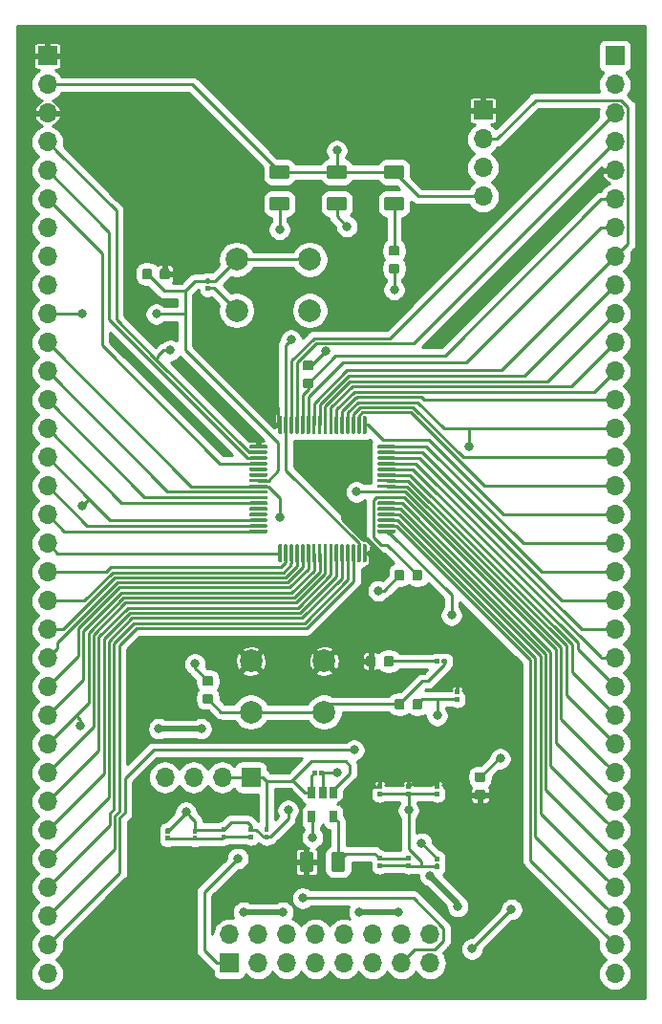
<source format=gtl>
G04 #@! TF.GenerationSoftware,KiCad,Pcbnew,(5.1.0)-1*
G04 #@! TF.CreationDate,2019-03-31T01:00:59-04:00*
G04 #@! TF.ProjectId,MiniProjectBoardProject,4d696e69-5072-46f6-9a65-6374426f6172,rev?*
G04 #@! TF.SameCoordinates,Original*
G04 #@! TF.FileFunction,Copper,L1,Top*
G04 #@! TF.FilePolarity,Positive*
%FSLAX46Y46*%
G04 Gerber Fmt 4.6, Leading zero omitted, Abs format (unit mm)*
G04 Created by KiCad (PCBNEW (5.1.0)-1) date 2019-03-31 01:00:59*
%MOMM*%
%LPD*%
G04 APERTURE LIST*
%ADD10O,1.700000X1.700000*%
%ADD11R,1.700000X1.700000*%
%ADD12C,0.100000*%
%ADD13C,0.875000*%
%ADD14C,2.000000*%
%ADD15R,0.650000X1.060000*%
%ADD16C,0.300000*%
%ADD17C,1.250000*%
%ADD18C,0.400000*%
%ADD19C,0.800000*%
%ADD20C,0.500000*%
%ADD21C,0.400000*%
%ADD22C,0.250000*%
%ADD23C,0.254000*%
G04 APERTURE END LIST*
D10*
X120530000Y-136460000D03*
X120530000Y-139000000D03*
X117990000Y-136460000D03*
X117990000Y-139000000D03*
X115450000Y-136460000D03*
X115450000Y-139000000D03*
X112910000Y-136460000D03*
X112910000Y-139000000D03*
X110370000Y-136460000D03*
X110370000Y-139000000D03*
X107830000Y-136460000D03*
X107830000Y-139000000D03*
X105290000Y-136460000D03*
X105290000Y-139000000D03*
X102750000Y-136460000D03*
D11*
X102750000Y-139000000D03*
D10*
X136906000Y-139954000D03*
X136906000Y-137414000D03*
X136906000Y-134874000D03*
X136906000Y-132334000D03*
X136906000Y-129794000D03*
X136906000Y-127254000D03*
X136906000Y-124714000D03*
X136906000Y-122174000D03*
X136906000Y-119634000D03*
X136906000Y-117094000D03*
X136906000Y-114554000D03*
X136906000Y-112014000D03*
X136906000Y-109474000D03*
X136906000Y-106934000D03*
X136906000Y-104394000D03*
X136906000Y-101854000D03*
X136906000Y-99314000D03*
X136906000Y-96774000D03*
X136906000Y-94234000D03*
X136906000Y-91694000D03*
X136906000Y-89154000D03*
X136906000Y-86614000D03*
X136906000Y-84074000D03*
X136906000Y-81534000D03*
X136906000Y-78994000D03*
X136906000Y-76454000D03*
X136906000Y-73914000D03*
X136906000Y-71374000D03*
X136906000Y-68834000D03*
X136906000Y-66294000D03*
X136906000Y-63754000D03*
X136906000Y-61214000D03*
D11*
X136906000Y-58674000D03*
D10*
X86614000Y-139954000D03*
X86614000Y-137414000D03*
X86614000Y-134874000D03*
X86614000Y-132334000D03*
X86614000Y-129794000D03*
X86614000Y-127254000D03*
X86614000Y-124714000D03*
X86614000Y-122174000D03*
X86614000Y-119634000D03*
X86614000Y-117094000D03*
X86614000Y-114554000D03*
X86614000Y-112014000D03*
X86614000Y-109474000D03*
X86614000Y-106934000D03*
X86614000Y-104394000D03*
X86614000Y-101854000D03*
X86614000Y-99314000D03*
X86614000Y-96774000D03*
X86614000Y-94234000D03*
X86614000Y-91694000D03*
X86614000Y-89154000D03*
X86614000Y-86614000D03*
X86614000Y-84074000D03*
X86614000Y-81534000D03*
X86614000Y-78994000D03*
X86614000Y-76454000D03*
X86614000Y-73914000D03*
X86614000Y-71374000D03*
X86614000Y-68834000D03*
X86614000Y-66294000D03*
X86614000Y-63754000D03*
X86614000Y-61214000D03*
D11*
X86614000Y-58674000D03*
D10*
X125222000Y-71120000D03*
X125222000Y-68580000D03*
X125222000Y-66040000D03*
D11*
X125222000Y-63500000D03*
D10*
X97028000Y-122555000D03*
X99568000Y-122555000D03*
X102108000Y-122555000D03*
D11*
X104648000Y-122555000D03*
D12*
G36*
X110005691Y-85644053D02*
G01*
X110026926Y-85647203D01*
X110047750Y-85652419D01*
X110067962Y-85659651D01*
X110087368Y-85668830D01*
X110105781Y-85679866D01*
X110123024Y-85692654D01*
X110138930Y-85707070D01*
X110153346Y-85722976D01*
X110166134Y-85740219D01*
X110177170Y-85758632D01*
X110186349Y-85778038D01*
X110193581Y-85798250D01*
X110198797Y-85819074D01*
X110201947Y-85840309D01*
X110203000Y-85861750D01*
X110203000Y-86299250D01*
X110201947Y-86320691D01*
X110198797Y-86341926D01*
X110193581Y-86362750D01*
X110186349Y-86382962D01*
X110177170Y-86402368D01*
X110166134Y-86420781D01*
X110153346Y-86438024D01*
X110138930Y-86453930D01*
X110123024Y-86468346D01*
X110105781Y-86481134D01*
X110087368Y-86492170D01*
X110067962Y-86501349D01*
X110047750Y-86508581D01*
X110026926Y-86513797D01*
X110005691Y-86516947D01*
X109984250Y-86518000D01*
X109471750Y-86518000D01*
X109450309Y-86516947D01*
X109429074Y-86513797D01*
X109408250Y-86508581D01*
X109388038Y-86501349D01*
X109368632Y-86492170D01*
X109350219Y-86481134D01*
X109332976Y-86468346D01*
X109317070Y-86453930D01*
X109302654Y-86438024D01*
X109289866Y-86420781D01*
X109278830Y-86402368D01*
X109269651Y-86382962D01*
X109262419Y-86362750D01*
X109257203Y-86341926D01*
X109254053Y-86320691D01*
X109253000Y-86299250D01*
X109253000Y-85861750D01*
X109254053Y-85840309D01*
X109257203Y-85819074D01*
X109262419Y-85798250D01*
X109269651Y-85778038D01*
X109278830Y-85758632D01*
X109289866Y-85740219D01*
X109302654Y-85722976D01*
X109317070Y-85707070D01*
X109332976Y-85692654D01*
X109350219Y-85679866D01*
X109368632Y-85668830D01*
X109388038Y-85659651D01*
X109408250Y-85652419D01*
X109429074Y-85647203D01*
X109450309Y-85644053D01*
X109471750Y-85643000D01*
X109984250Y-85643000D01*
X110005691Y-85644053D01*
X110005691Y-85644053D01*
G37*
D13*
X109728000Y-86080500D03*
D12*
G36*
X110005691Y-87219053D02*
G01*
X110026926Y-87222203D01*
X110047750Y-87227419D01*
X110067962Y-87234651D01*
X110087368Y-87243830D01*
X110105781Y-87254866D01*
X110123024Y-87267654D01*
X110138930Y-87282070D01*
X110153346Y-87297976D01*
X110166134Y-87315219D01*
X110177170Y-87333632D01*
X110186349Y-87353038D01*
X110193581Y-87373250D01*
X110198797Y-87394074D01*
X110201947Y-87415309D01*
X110203000Y-87436750D01*
X110203000Y-87874250D01*
X110201947Y-87895691D01*
X110198797Y-87916926D01*
X110193581Y-87937750D01*
X110186349Y-87957962D01*
X110177170Y-87977368D01*
X110166134Y-87995781D01*
X110153346Y-88013024D01*
X110138930Y-88028930D01*
X110123024Y-88043346D01*
X110105781Y-88056134D01*
X110087368Y-88067170D01*
X110067962Y-88076349D01*
X110047750Y-88083581D01*
X110026926Y-88088797D01*
X110005691Y-88091947D01*
X109984250Y-88093000D01*
X109471750Y-88093000D01*
X109450309Y-88091947D01*
X109429074Y-88088797D01*
X109408250Y-88083581D01*
X109388038Y-88076349D01*
X109368632Y-88067170D01*
X109350219Y-88056134D01*
X109332976Y-88043346D01*
X109317070Y-88028930D01*
X109302654Y-88013024D01*
X109289866Y-87995781D01*
X109278830Y-87977368D01*
X109269651Y-87957962D01*
X109262419Y-87937750D01*
X109257203Y-87916926D01*
X109254053Y-87895691D01*
X109253000Y-87874250D01*
X109253000Y-87436750D01*
X109254053Y-87415309D01*
X109257203Y-87394074D01*
X109262419Y-87373250D01*
X109269651Y-87353038D01*
X109278830Y-87333632D01*
X109289866Y-87315219D01*
X109302654Y-87297976D01*
X109317070Y-87282070D01*
X109332976Y-87267654D01*
X109350219Y-87254866D01*
X109368632Y-87243830D01*
X109388038Y-87234651D01*
X109408250Y-87227419D01*
X109429074Y-87222203D01*
X109450309Y-87219053D01*
X109471750Y-87218000D01*
X109984250Y-87218000D01*
X110005691Y-87219053D01*
X110005691Y-87219053D01*
G37*
D13*
X109728000Y-87655500D03*
D12*
G36*
X97268191Y-77504053D02*
G01*
X97289426Y-77507203D01*
X97310250Y-77512419D01*
X97330462Y-77519651D01*
X97349868Y-77528830D01*
X97368281Y-77539866D01*
X97385524Y-77552654D01*
X97401430Y-77567070D01*
X97415846Y-77582976D01*
X97428634Y-77600219D01*
X97439670Y-77618632D01*
X97448849Y-77638038D01*
X97456081Y-77658250D01*
X97461297Y-77679074D01*
X97464447Y-77700309D01*
X97465500Y-77721750D01*
X97465500Y-78234250D01*
X97464447Y-78255691D01*
X97461297Y-78276926D01*
X97456081Y-78297750D01*
X97448849Y-78317962D01*
X97439670Y-78337368D01*
X97428634Y-78355781D01*
X97415846Y-78373024D01*
X97401430Y-78388930D01*
X97385524Y-78403346D01*
X97368281Y-78416134D01*
X97349868Y-78427170D01*
X97330462Y-78436349D01*
X97310250Y-78443581D01*
X97289426Y-78448797D01*
X97268191Y-78451947D01*
X97246750Y-78453000D01*
X96809250Y-78453000D01*
X96787809Y-78451947D01*
X96766574Y-78448797D01*
X96745750Y-78443581D01*
X96725538Y-78436349D01*
X96706132Y-78427170D01*
X96687719Y-78416134D01*
X96670476Y-78403346D01*
X96654570Y-78388930D01*
X96640154Y-78373024D01*
X96627366Y-78355781D01*
X96616330Y-78337368D01*
X96607151Y-78317962D01*
X96599919Y-78297750D01*
X96594703Y-78276926D01*
X96591553Y-78255691D01*
X96590500Y-78234250D01*
X96590500Y-77721750D01*
X96591553Y-77700309D01*
X96594703Y-77679074D01*
X96599919Y-77658250D01*
X96607151Y-77638038D01*
X96616330Y-77618632D01*
X96627366Y-77600219D01*
X96640154Y-77582976D01*
X96654570Y-77567070D01*
X96670476Y-77552654D01*
X96687719Y-77539866D01*
X96706132Y-77528830D01*
X96725538Y-77519651D01*
X96745750Y-77512419D01*
X96766574Y-77507203D01*
X96787809Y-77504053D01*
X96809250Y-77503000D01*
X97246750Y-77503000D01*
X97268191Y-77504053D01*
X97268191Y-77504053D01*
G37*
D13*
X97028000Y-77978000D03*
D12*
G36*
X95693191Y-77504053D02*
G01*
X95714426Y-77507203D01*
X95735250Y-77512419D01*
X95755462Y-77519651D01*
X95774868Y-77528830D01*
X95793281Y-77539866D01*
X95810524Y-77552654D01*
X95826430Y-77567070D01*
X95840846Y-77582976D01*
X95853634Y-77600219D01*
X95864670Y-77618632D01*
X95873849Y-77638038D01*
X95881081Y-77658250D01*
X95886297Y-77679074D01*
X95889447Y-77700309D01*
X95890500Y-77721750D01*
X95890500Y-78234250D01*
X95889447Y-78255691D01*
X95886297Y-78276926D01*
X95881081Y-78297750D01*
X95873849Y-78317962D01*
X95864670Y-78337368D01*
X95853634Y-78355781D01*
X95840846Y-78373024D01*
X95826430Y-78388930D01*
X95810524Y-78403346D01*
X95793281Y-78416134D01*
X95774868Y-78427170D01*
X95755462Y-78436349D01*
X95735250Y-78443581D01*
X95714426Y-78448797D01*
X95693191Y-78451947D01*
X95671750Y-78453000D01*
X95234250Y-78453000D01*
X95212809Y-78451947D01*
X95191574Y-78448797D01*
X95170750Y-78443581D01*
X95150538Y-78436349D01*
X95131132Y-78427170D01*
X95112719Y-78416134D01*
X95095476Y-78403346D01*
X95079570Y-78388930D01*
X95065154Y-78373024D01*
X95052366Y-78355781D01*
X95041330Y-78337368D01*
X95032151Y-78317962D01*
X95024919Y-78297750D01*
X95019703Y-78276926D01*
X95016553Y-78255691D01*
X95015500Y-78234250D01*
X95015500Y-77721750D01*
X95016553Y-77700309D01*
X95019703Y-77679074D01*
X95024919Y-77658250D01*
X95032151Y-77638038D01*
X95041330Y-77618632D01*
X95052366Y-77600219D01*
X95065154Y-77582976D01*
X95079570Y-77567070D01*
X95095476Y-77552654D01*
X95112719Y-77539866D01*
X95131132Y-77528830D01*
X95150538Y-77519651D01*
X95170750Y-77512419D01*
X95191574Y-77507203D01*
X95212809Y-77504053D01*
X95234250Y-77503000D01*
X95671750Y-77503000D01*
X95693191Y-77504053D01*
X95693191Y-77504053D01*
G37*
D13*
X95453000Y-77978000D03*
D14*
X111148000Y-112268000D03*
X111148000Y-116768000D03*
X104648000Y-112268000D03*
X104648000Y-116768000D03*
X109878000Y-76708000D03*
X109878000Y-81208000D03*
X103378000Y-76708000D03*
X103378000Y-81208000D03*
D15*
X111948000Y-126068000D03*
X110048000Y-126068000D03*
X110048000Y-123868000D03*
X110998000Y-123868000D03*
X111948000Y-123868000D03*
D12*
G36*
X107330351Y-90578361D02*
G01*
X107337632Y-90579441D01*
X107344771Y-90581229D01*
X107351701Y-90583709D01*
X107358355Y-90586856D01*
X107364668Y-90590640D01*
X107370579Y-90595024D01*
X107376033Y-90599967D01*
X107380976Y-90605421D01*
X107385360Y-90611332D01*
X107389144Y-90617645D01*
X107392291Y-90624299D01*
X107394771Y-90631229D01*
X107396559Y-90638368D01*
X107397639Y-90645649D01*
X107398000Y-90653000D01*
X107398000Y-92053000D01*
X107397639Y-92060351D01*
X107396559Y-92067632D01*
X107394771Y-92074771D01*
X107392291Y-92081701D01*
X107389144Y-92088355D01*
X107385360Y-92094668D01*
X107380976Y-92100579D01*
X107376033Y-92106033D01*
X107370579Y-92110976D01*
X107364668Y-92115360D01*
X107358355Y-92119144D01*
X107351701Y-92122291D01*
X107344771Y-92124771D01*
X107337632Y-92126559D01*
X107330351Y-92127639D01*
X107323000Y-92128000D01*
X107173000Y-92128000D01*
X107165649Y-92127639D01*
X107158368Y-92126559D01*
X107151229Y-92124771D01*
X107144299Y-92122291D01*
X107137645Y-92119144D01*
X107131332Y-92115360D01*
X107125421Y-92110976D01*
X107119967Y-92106033D01*
X107115024Y-92100579D01*
X107110640Y-92094668D01*
X107106856Y-92088355D01*
X107103709Y-92081701D01*
X107101229Y-92074771D01*
X107099441Y-92067632D01*
X107098361Y-92060351D01*
X107098000Y-92053000D01*
X107098000Y-90653000D01*
X107098361Y-90645649D01*
X107099441Y-90638368D01*
X107101229Y-90631229D01*
X107103709Y-90624299D01*
X107106856Y-90617645D01*
X107110640Y-90611332D01*
X107115024Y-90605421D01*
X107119967Y-90599967D01*
X107125421Y-90595024D01*
X107131332Y-90590640D01*
X107137645Y-90586856D01*
X107144299Y-90583709D01*
X107151229Y-90581229D01*
X107158368Y-90579441D01*
X107165649Y-90578361D01*
X107173000Y-90578000D01*
X107323000Y-90578000D01*
X107330351Y-90578361D01*
X107330351Y-90578361D01*
G37*
D16*
X107248000Y-91353000D03*
D12*
G36*
X107830351Y-90578361D02*
G01*
X107837632Y-90579441D01*
X107844771Y-90581229D01*
X107851701Y-90583709D01*
X107858355Y-90586856D01*
X107864668Y-90590640D01*
X107870579Y-90595024D01*
X107876033Y-90599967D01*
X107880976Y-90605421D01*
X107885360Y-90611332D01*
X107889144Y-90617645D01*
X107892291Y-90624299D01*
X107894771Y-90631229D01*
X107896559Y-90638368D01*
X107897639Y-90645649D01*
X107898000Y-90653000D01*
X107898000Y-92053000D01*
X107897639Y-92060351D01*
X107896559Y-92067632D01*
X107894771Y-92074771D01*
X107892291Y-92081701D01*
X107889144Y-92088355D01*
X107885360Y-92094668D01*
X107880976Y-92100579D01*
X107876033Y-92106033D01*
X107870579Y-92110976D01*
X107864668Y-92115360D01*
X107858355Y-92119144D01*
X107851701Y-92122291D01*
X107844771Y-92124771D01*
X107837632Y-92126559D01*
X107830351Y-92127639D01*
X107823000Y-92128000D01*
X107673000Y-92128000D01*
X107665649Y-92127639D01*
X107658368Y-92126559D01*
X107651229Y-92124771D01*
X107644299Y-92122291D01*
X107637645Y-92119144D01*
X107631332Y-92115360D01*
X107625421Y-92110976D01*
X107619967Y-92106033D01*
X107615024Y-92100579D01*
X107610640Y-92094668D01*
X107606856Y-92088355D01*
X107603709Y-92081701D01*
X107601229Y-92074771D01*
X107599441Y-92067632D01*
X107598361Y-92060351D01*
X107598000Y-92053000D01*
X107598000Y-90653000D01*
X107598361Y-90645649D01*
X107599441Y-90638368D01*
X107601229Y-90631229D01*
X107603709Y-90624299D01*
X107606856Y-90617645D01*
X107610640Y-90611332D01*
X107615024Y-90605421D01*
X107619967Y-90599967D01*
X107625421Y-90595024D01*
X107631332Y-90590640D01*
X107637645Y-90586856D01*
X107644299Y-90583709D01*
X107651229Y-90581229D01*
X107658368Y-90579441D01*
X107665649Y-90578361D01*
X107673000Y-90578000D01*
X107823000Y-90578000D01*
X107830351Y-90578361D01*
X107830351Y-90578361D01*
G37*
D16*
X107748000Y-91353000D03*
D12*
G36*
X108330351Y-90578361D02*
G01*
X108337632Y-90579441D01*
X108344771Y-90581229D01*
X108351701Y-90583709D01*
X108358355Y-90586856D01*
X108364668Y-90590640D01*
X108370579Y-90595024D01*
X108376033Y-90599967D01*
X108380976Y-90605421D01*
X108385360Y-90611332D01*
X108389144Y-90617645D01*
X108392291Y-90624299D01*
X108394771Y-90631229D01*
X108396559Y-90638368D01*
X108397639Y-90645649D01*
X108398000Y-90653000D01*
X108398000Y-92053000D01*
X108397639Y-92060351D01*
X108396559Y-92067632D01*
X108394771Y-92074771D01*
X108392291Y-92081701D01*
X108389144Y-92088355D01*
X108385360Y-92094668D01*
X108380976Y-92100579D01*
X108376033Y-92106033D01*
X108370579Y-92110976D01*
X108364668Y-92115360D01*
X108358355Y-92119144D01*
X108351701Y-92122291D01*
X108344771Y-92124771D01*
X108337632Y-92126559D01*
X108330351Y-92127639D01*
X108323000Y-92128000D01*
X108173000Y-92128000D01*
X108165649Y-92127639D01*
X108158368Y-92126559D01*
X108151229Y-92124771D01*
X108144299Y-92122291D01*
X108137645Y-92119144D01*
X108131332Y-92115360D01*
X108125421Y-92110976D01*
X108119967Y-92106033D01*
X108115024Y-92100579D01*
X108110640Y-92094668D01*
X108106856Y-92088355D01*
X108103709Y-92081701D01*
X108101229Y-92074771D01*
X108099441Y-92067632D01*
X108098361Y-92060351D01*
X108098000Y-92053000D01*
X108098000Y-90653000D01*
X108098361Y-90645649D01*
X108099441Y-90638368D01*
X108101229Y-90631229D01*
X108103709Y-90624299D01*
X108106856Y-90617645D01*
X108110640Y-90611332D01*
X108115024Y-90605421D01*
X108119967Y-90599967D01*
X108125421Y-90595024D01*
X108131332Y-90590640D01*
X108137645Y-90586856D01*
X108144299Y-90583709D01*
X108151229Y-90581229D01*
X108158368Y-90579441D01*
X108165649Y-90578361D01*
X108173000Y-90578000D01*
X108323000Y-90578000D01*
X108330351Y-90578361D01*
X108330351Y-90578361D01*
G37*
D16*
X108248000Y-91353000D03*
D12*
G36*
X108830351Y-90578361D02*
G01*
X108837632Y-90579441D01*
X108844771Y-90581229D01*
X108851701Y-90583709D01*
X108858355Y-90586856D01*
X108864668Y-90590640D01*
X108870579Y-90595024D01*
X108876033Y-90599967D01*
X108880976Y-90605421D01*
X108885360Y-90611332D01*
X108889144Y-90617645D01*
X108892291Y-90624299D01*
X108894771Y-90631229D01*
X108896559Y-90638368D01*
X108897639Y-90645649D01*
X108898000Y-90653000D01*
X108898000Y-92053000D01*
X108897639Y-92060351D01*
X108896559Y-92067632D01*
X108894771Y-92074771D01*
X108892291Y-92081701D01*
X108889144Y-92088355D01*
X108885360Y-92094668D01*
X108880976Y-92100579D01*
X108876033Y-92106033D01*
X108870579Y-92110976D01*
X108864668Y-92115360D01*
X108858355Y-92119144D01*
X108851701Y-92122291D01*
X108844771Y-92124771D01*
X108837632Y-92126559D01*
X108830351Y-92127639D01*
X108823000Y-92128000D01*
X108673000Y-92128000D01*
X108665649Y-92127639D01*
X108658368Y-92126559D01*
X108651229Y-92124771D01*
X108644299Y-92122291D01*
X108637645Y-92119144D01*
X108631332Y-92115360D01*
X108625421Y-92110976D01*
X108619967Y-92106033D01*
X108615024Y-92100579D01*
X108610640Y-92094668D01*
X108606856Y-92088355D01*
X108603709Y-92081701D01*
X108601229Y-92074771D01*
X108599441Y-92067632D01*
X108598361Y-92060351D01*
X108598000Y-92053000D01*
X108598000Y-90653000D01*
X108598361Y-90645649D01*
X108599441Y-90638368D01*
X108601229Y-90631229D01*
X108603709Y-90624299D01*
X108606856Y-90617645D01*
X108610640Y-90611332D01*
X108615024Y-90605421D01*
X108619967Y-90599967D01*
X108625421Y-90595024D01*
X108631332Y-90590640D01*
X108637645Y-90586856D01*
X108644299Y-90583709D01*
X108651229Y-90581229D01*
X108658368Y-90579441D01*
X108665649Y-90578361D01*
X108673000Y-90578000D01*
X108823000Y-90578000D01*
X108830351Y-90578361D01*
X108830351Y-90578361D01*
G37*
D16*
X108748000Y-91353000D03*
D12*
G36*
X109330351Y-90578361D02*
G01*
X109337632Y-90579441D01*
X109344771Y-90581229D01*
X109351701Y-90583709D01*
X109358355Y-90586856D01*
X109364668Y-90590640D01*
X109370579Y-90595024D01*
X109376033Y-90599967D01*
X109380976Y-90605421D01*
X109385360Y-90611332D01*
X109389144Y-90617645D01*
X109392291Y-90624299D01*
X109394771Y-90631229D01*
X109396559Y-90638368D01*
X109397639Y-90645649D01*
X109398000Y-90653000D01*
X109398000Y-92053000D01*
X109397639Y-92060351D01*
X109396559Y-92067632D01*
X109394771Y-92074771D01*
X109392291Y-92081701D01*
X109389144Y-92088355D01*
X109385360Y-92094668D01*
X109380976Y-92100579D01*
X109376033Y-92106033D01*
X109370579Y-92110976D01*
X109364668Y-92115360D01*
X109358355Y-92119144D01*
X109351701Y-92122291D01*
X109344771Y-92124771D01*
X109337632Y-92126559D01*
X109330351Y-92127639D01*
X109323000Y-92128000D01*
X109173000Y-92128000D01*
X109165649Y-92127639D01*
X109158368Y-92126559D01*
X109151229Y-92124771D01*
X109144299Y-92122291D01*
X109137645Y-92119144D01*
X109131332Y-92115360D01*
X109125421Y-92110976D01*
X109119967Y-92106033D01*
X109115024Y-92100579D01*
X109110640Y-92094668D01*
X109106856Y-92088355D01*
X109103709Y-92081701D01*
X109101229Y-92074771D01*
X109099441Y-92067632D01*
X109098361Y-92060351D01*
X109098000Y-92053000D01*
X109098000Y-90653000D01*
X109098361Y-90645649D01*
X109099441Y-90638368D01*
X109101229Y-90631229D01*
X109103709Y-90624299D01*
X109106856Y-90617645D01*
X109110640Y-90611332D01*
X109115024Y-90605421D01*
X109119967Y-90599967D01*
X109125421Y-90595024D01*
X109131332Y-90590640D01*
X109137645Y-90586856D01*
X109144299Y-90583709D01*
X109151229Y-90581229D01*
X109158368Y-90579441D01*
X109165649Y-90578361D01*
X109173000Y-90578000D01*
X109323000Y-90578000D01*
X109330351Y-90578361D01*
X109330351Y-90578361D01*
G37*
D16*
X109248000Y-91353000D03*
D12*
G36*
X109830351Y-90578361D02*
G01*
X109837632Y-90579441D01*
X109844771Y-90581229D01*
X109851701Y-90583709D01*
X109858355Y-90586856D01*
X109864668Y-90590640D01*
X109870579Y-90595024D01*
X109876033Y-90599967D01*
X109880976Y-90605421D01*
X109885360Y-90611332D01*
X109889144Y-90617645D01*
X109892291Y-90624299D01*
X109894771Y-90631229D01*
X109896559Y-90638368D01*
X109897639Y-90645649D01*
X109898000Y-90653000D01*
X109898000Y-92053000D01*
X109897639Y-92060351D01*
X109896559Y-92067632D01*
X109894771Y-92074771D01*
X109892291Y-92081701D01*
X109889144Y-92088355D01*
X109885360Y-92094668D01*
X109880976Y-92100579D01*
X109876033Y-92106033D01*
X109870579Y-92110976D01*
X109864668Y-92115360D01*
X109858355Y-92119144D01*
X109851701Y-92122291D01*
X109844771Y-92124771D01*
X109837632Y-92126559D01*
X109830351Y-92127639D01*
X109823000Y-92128000D01*
X109673000Y-92128000D01*
X109665649Y-92127639D01*
X109658368Y-92126559D01*
X109651229Y-92124771D01*
X109644299Y-92122291D01*
X109637645Y-92119144D01*
X109631332Y-92115360D01*
X109625421Y-92110976D01*
X109619967Y-92106033D01*
X109615024Y-92100579D01*
X109610640Y-92094668D01*
X109606856Y-92088355D01*
X109603709Y-92081701D01*
X109601229Y-92074771D01*
X109599441Y-92067632D01*
X109598361Y-92060351D01*
X109598000Y-92053000D01*
X109598000Y-90653000D01*
X109598361Y-90645649D01*
X109599441Y-90638368D01*
X109601229Y-90631229D01*
X109603709Y-90624299D01*
X109606856Y-90617645D01*
X109610640Y-90611332D01*
X109615024Y-90605421D01*
X109619967Y-90599967D01*
X109625421Y-90595024D01*
X109631332Y-90590640D01*
X109637645Y-90586856D01*
X109644299Y-90583709D01*
X109651229Y-90581229D01*
X109658368Y-90579441D01*
X109665649Y-90578361D01*
X109673000Y-90578000D01*
X109823000Y-90578000D01*
X109830351Y-90578361D01*
X109830351Y-90578361D01*
G37*
D16*
X109748000Y-91353000D03*
D12*
G36*
X110330351Y-90578361D02*
G01*
X110337632Y-90579441D01*
X110344771Y-90581229D01*
X110351701Y-90583709D01*
X110358355Y-90586856D01*
X110364668Y-90590640D01*
X110370579Y-90595024D01*
X110376033Y-90599967D01*
X110380976Y-90605421D01*
X110385360Y-90611332D01*
X110389144Y-90617645D01*
X110392291Y-90624299D01*
X110394771Y-90631229D01*
X110396559Y-90638368D01*
X110397639Y-90645649D01*
X110398000Y-90653000D01*
X110398000Y-92053000D01*
X110397639Y-92060351D01*
X110396559Y-92067632D01*
X110394771Y-92074771D01*
X110392291Y-92081701D01*
X110389144Y-92088355D01*
X110385360Y-92094668D01*
X110380976Y-92100579D01*
X110376033Y-92106033D01*
X110370579Y-92110976D01*
X110364668Y-92115360D01*
X110358355Y-92119144D01*
X110351701Y-92122291D01*
X110344771Y-92124771D01*
X110337632Y-92126559D01*
X110330351Y-92127639D01*
X110323000Y-92128000D01*
X110173000Y-92128000D01*
X110165649Y-92127639D01*
X110158368Y-92126559D01*
X110151229Y-92124771D01*
X110144299Y-92122291D01*
X110137645Y-92119144D01*
X110131332Y-92115360D01*
X110125421Y-92110976D01*
X110119967Y-92106033D01*
X110115024Y-92100579D01*
X110110640Y-92094668D01*
X110106856Y-92088355D01*
X110103709Y-92081701D01*
X110101229Y-92074771D01*
X110099441Y-92067632D01*
X110098361Y-92060351D01*
X110098000Y-92053000D01*
X110098000Y-90653000D01*
X110098361Y-90645649D01*
X110099441Y-90638368D01*
X110101229Y-90631229D01*
X110103709Y-90624299D01*
X110106856Y-90617645D01*
X110110640Y-90611332D01*
X110115024Y-90605421D01*
X110119967Y-90599967D01*
X110125421Y-90595024D01*
X110131332Y-90590640D01*
X110137645Y-90586856D01*
X110144299Y-90583709D01*
X110151229Y-90581229D01*
X110158368Y-90579441D01*
X110165649Y-90578361D01*
X110173000Y-90578000D01*
X110323000Y-90578000D01*
X110330351Y-90578361D01*
X110330351Y-90578361D01*
G37*
D16*
X110248000Y-91353000D03*
D12*
G36*
X110830351Y-90578361D02*
G01*
X110837632Y-90579441D01*
X110844771Y-90581229D01*
X110851701Y-90583709D01*
X110858355Y-90586856D01*
X110864668Y-90590640D01*
X110870579Y-90595024D01*
X110876033Y-90599967D01*
X110880976Y-90605421D01*
X110885360Y-90611332D01*
X110889144Y-90617645D01*
X110892291Y-90624299D01*
X110894771Y-90631229D01*
X110896559Y-90638368D01*
X110897639Y-90645649D01*
X110898000Y-90653000D01*
X110898000Y-92053000D01*
X110897639Y-92060351D01*
X110896559Y-92067632D01*
X110894771Y-92074771D01*
X110892291Y-92081701D01*
X110889144Y-92088355D01*
X110885360Y-92094668D01*
X110880976Y-92100579D01*
X110876033Y-92106033D01*
X110870579Y-92110976D01*
X110864668Y-92115360D01*
X110858355Y-92119144D01*
X110851701Y-92122291D01*
X110844771Y-92124771D01*
X110837632Y-92126559D01*
X110830351Y-92127639D01*
X110823000Y-92128000D01*
X110673000Y-92128000D01*
X110665649Y-92127639D01*
X110658368Y-92126559D01*
X110651229Y-92124771D01*
X110644299Y-92122291D01*
X110637645Y-92119144D01*
X110631332Y-92115360D01*
X110625421Y-92110976D01*
X110619967Y-92106033D01*
X110615024Y-92100579D01*
X110610640Y-92094668D01*
X110606856Y-92088355D01*
X110603709Y-92081701D01*
X110601229Y-92074771D01*
X110599441Y-92067632D01*
X110598361Y-92060351D01*
X110598000Y-92053000D01*
X110598000Y-90653000D01*
X110598361Y-90645649D01*
X110599441Y-90638368D01*
X110601229Y-90631229D01*
X110603709Y-90624299D01*
X110606856Y-90617645D01*
X110610640Y-90611332D01*
X110615024Y-90605421D01*
X110619967Y-90599967D01*
X110625421Y-90595024D01*
X110631332Y-90590640D01*
X110637645Y-90586856D01*
X110644299Y-90583709D01*
X110651229Y-90581229D01*
X110658368Y-90579441D01*
X110665649Y-90578361D01*
X110673000Y-90578000D01*
X110823000Y-90578000D01*
X110830351Y-90578361D01*
X110830351Y-90578361D01*
G37*
D16*
X110748000Y-91353000D03*
D12*
G36*
X111330351Y-90578361D02*
G01*
X111337632Y-90579441D01*
X111344771Y-90581229D01*
X111351701Y-90583709D01*
X111358355Y-90586856D01*
X111364668Y-90590640D01*
X111370579Y-90595024D01*
X111376033Y-90599967D01*
X111380976Y-90605421D01*
X111385360Y-90611332D01*
X111389144Y-90617645D01*
X111392291Y-90624299D01*
X111394771Y-90631229D01*
X111396559Y-90638368D01*
X111397639Y-90645649D01*
X111398000Y-90653000D01*
X111398000Y-92053000D01*
X111397639Y-92060351D01*
X111396559Y-92067632D01*
X111394771Y-92074771D01*
X111392291Y-92081701D01*
X111389144Y-92088355D01*
X111385360Y-92094668D01*
X111380976Y-92100579D01*
X111376033Y-92106033D01*
X111370579Y-92110976D01*
X111364668Y-92115360D01*
X111358355Y-92119144D01*
X111351701Y-92122291D01*
X111344771Y-92124771D01*
X111337632Y-92126559D01*
X111330351Y-92127639D01*
X111323000Y-92128000D01*
X111173000Y-92128000D01*
X111165649Y-92127639D01*
X111158368Y-92126559D01*
X111151229Y-92124771D01*
X111144299Y-92122291D01*
X111137645Y-92119144D01*
X111131332Y-92115360D01*
X111125421Y-92110976D01*
X111119967Y-92106033D01*
X111115024Y-92100579D01*
X111110640Y-92094668D01*
X111106856Y-92088355D01*
X111103709Y-92081701D01*
X111101229Y-92074771D01*
X111099441Y-92067632D01*
X111098361Y-92060351D01*
X111098000Y-92053000D01*
X111098000Y-90653000D01*
X111098361Y-90645649D01*
X111099441Y-90638368D01*
X111101229Y-90631229D01*
X111103709Y-90624299D01*
X111106856Y-90617645D01*
X111110640Y-90611332D01*
X111115024Y-90605421D01*
X111119967Y-90599967D01*
X111125421Y-90595024D01*
X111131332Y-90590640D01*
X111137645Y-90586856D01*
X111144299Y-90583709D01*
X111151229Y-90581229D01*
X111158368Y-90579441D01*
X111165649Y-90578361D01*
X111173000Y-90578000D01*
X111323000Y-90578000D01*
X111330351Y-90578361D01*
X111330351Y-90578361D01*
G37*
D16*
X111248000Y-91353000D03*
D12*
G36*
X111830351Y-90578361D02*
G01*
X111837632Y-90579441D01*
X111844771Y-90581229D01*
X111851701Y-90583709D01*
X111858355Y-90586856D01*
X111864668Y-90590640D01*
X111870579Y-90595024D01*
X111876033Y-90599967D01*
X111880976Y-90605421D01*
X111885360Y-90611332D01*
X111889144Y-90617645D01*
X111892291Y-90624299D01*
X111894771Y-90631229D01*
X111896559Y-90638368D01*
X111897639Y-90645649D01*
X111898000Y-90653000D01*
X111898000Y-92053000D01*
X111897639Y-92060351D01*
X111896559Y-92067632D01*
X111894771Y-92074771D01*
X111892291Y-92081701D01*
X111889144Y-92088355D01*
X111885360Y-92094668D01*
X111880976Y-92100579D01*
X111876033Y-92106033D01*
X111870579Y-92110976D01*
X111864668Y-92115360D01*
X111858355Y-92119144D01*
X111851701Y-92122291D01*
X111844771Y-92124771D01*
X111837632Y-92126559D01*
X111830351Y-92127639D01*
X111823000Y-92128000D01*
X111673000Y-92128000D01*
X111665649Y-92127639D01*
X111658368Y-92126559D01*
X111651229Y-92124771D01*
X111644299Y-92122291D01*
X111637645Y-92119144D01*
X111631332Y-92115360D01*
X111625421Y-92110976D01*
X111619967Y-92106033D01*
X111615024Y-92100579D01*
X111610640Y-92094668D01*
X111606856Y-92088355D01*
X111603709Y-92081701D01*
X111601229Y-92074771D01*
X111599441Y-92067632D01*
X111598361Y-92060351D01*
X111598000Y-92053000D01*
X111598000Y-90653000D01*
X111598361Y-90645649D01*
X111599441Y-90638368D01*
X111601229Y-90631229D01*
X111603709Y-90624299D01*
X111606856Y-90617645D01*
X111610640Y-90611332D01*
X111615024Y-90605421D01*
X111619967Y-90599967D01*
X111625421Y-90595024D01*
X111631332Y-90590640D01*
X111637645Y-90586856D01*
X111644299Y-90583709D01*
X111651229Y-90581229D01*
X111658368Y-90579441D01*
X111665649Y-90578361D01*
X111673000Y-90578000D01*
X111823000Y-90578000D01*
X111830351Y-90578361D01*
X111830351Y-90578361D01*
G37*
D16*
X111748000Y-91353000D03*
D12*
G36*
X112330351Y-90578361D02*
G01*
X112337632Y-90579441D01*
X112344771Y-90581229D01*
X112351701Y-90583709D01*
X112358355Y-90586856D01*
X112364668Y-90590640D01*
X112370579Y-90595024D01*
X112376033Y-90599967D01*
X112380976Y-90605421D01*
X112385360Y-90611332D01*
X112389144Y-90617645D01*
X112392291Y-90624299D01*
X112394771Y-90631229D01*
X112396559Y-90638368D01*
X112397639Y-90645649D01*
X112398000Y-90653000D01*
X112398000Y-92053000D01*
X112397639Y-92060351D01*
X112396559Y-92067632D01*
X112394771Y-92074771D01*
X112392291Y-92081701D01*
X112389144Y-92088355D01*
X112385360Y-92094668D01*
X112380976Y-92100579D01*
X112376033Y-92106033D01*
X112370579Y-92110976D01*
X112364668Y-92115360D01*
X112358355Y-92119144D01*
X112351701Y-92122291D01*
X112344771Y-92124771D01*
X112337632Y-92126559D01*
X112330351Y-92127639D01*
X112323000Y-92128000D01*
X112173000Y-92128000D01*
X112165649Y-92127639D01*
X112158368Y-92126559D01*
X112151229Y-92124771D01*
X112144299Y-92122291D01*
X112137645Y-92119144D01*
X112131332Y-92115360D01*
X112125421Y-92110976D01*
X112119967Y-92106033D01*
X112115024Y-92100579D01*
X112110640Y-92094668D01*
X112106856Y-92088355D01*
X112103709Y-92081701D01*
X112101229Y-92074771D01*
X112099441Y-92067632D01*
X112098361Y-92060351D01*
X112098000Y-92053000D01*
X112098000Y-90653000D01*
X112098361Y-90645649D01*
X112099441Y-90638368D01*
X112101229Y-90631229D01*
X112103709Y-90624299D01*
X112106856Y-90617645D01*
X112110640Y-90611332D01*
X112115024Y-90605421D01*
X112119967Y-90599967D01*
X112125421Y-90595024D01*
X112131332Y-90590640D01*
X112137645Y-90586856D01*
X112144299Y-90583709D01*
X112151229Y-90581229D01*
X112158368Y-90579441D01*
X112165649Y-90578361D01*
X112173000Y-90578000D01*
X112323000Y-90578000D01*
X112330351Y-90578361D01*
X112330351Y-90578361D01*
G37*
D16*
X112248000Y-91353000D03*
D12*
G36*
X112830351Y-90578361D02*
G01*
X112837632Y-90579441D01*
X112844771Y-90581229D01*
X112851701Y-90583709D01*
X112858355Y-90586856D01*
X112864668Y-90590640D01*
X112870579Y-90595024D01*
X112876033Y-90599967D01*
X112880976Y-90605421D01*
X112885360Y-90611332D01*
X112889144Y-90617645D01*
X112892291Y-90624299D01*
X112894771Y-90631229D01*
X112896559Y-90638368D01*
X112897639Y-90645649D01*
X112898000Y-90653000D01*
X112898000Y-92053000D01*
X112897639Y-92060351D01*
X112896559Y-92067632D01*
X112894771Y-92074771D01*
X112892291Y-92081701D01*
X112889144Y-92088355D01*
X112885360Y-92094668D01*
X112880976Y-92100579D01*
X112876033Y-92106033D01*
X112870579Y-92110976D01*
X112864668Y-92115360D01*
X112858355Y-92119144D01*
X112851701Y-92122291D01*
X112844771Y-92124771D01*
X112837632Y-92126559D01*
X112830351Y-92127639D01*
X112823000Y-92128000D01*
X112673000Y-92128000D01*
X112665649Y-92127639D01*
X112658368Y-92126559D01*
X112651229Y-92124771D01*
X112644299Y-92122291D01*
X112637645Y-92119144D01*
X112631332Y-92115360D01*
X112625421Y-92110976D01*
X112619967Y-92106033D01*
X112615024Y-92100579D01*
X112610640Y-92094668D01*
X112606856Y-92088355D01*
X112603709Y-92081701D01*
X112601229Y-92074771D01*
X112599441Y-92067632D01*
X112598361Y-92060351D01*
X112598000Y-92053000D01*
X112598000Y-90653000D01*
X112598361Y-90645649D01*
X112599441Y-90638368D01*
X112601229Y-90631229D01*
X112603709Y-90624299D01*
X112606856Y-90617645D01*
X112610640Y-90611332D01*
X112615024Y-90605421D01*
X112619967Y-90599967D01*
X112625421Y-90595024D01*
X112631332Y-90590640D01*
X112637645Y-90586856D01*
X112644299Y-90583709D01*
X112651229Y-90581229D01*
X112658368Y-90579441D01*
X112665649Y-90578361D01*
X112673000Y-90578000D01*
X112823000Y-90578000D01*
X112830351Y-90578361D01*
X112830351Y-90578361D01*
G37*
D16*
X112748000Y-91353000D03*
D12*
G36*
X113330351Y-90578361D02*
G01*
X113337632Y-90579441D01*
X113344771Y-90581229D01*
X113351701Y-90583709D01*
X113358355Y-90586856D01*
X113364668Y-90590640D01*
X113370579Y-90595024D01*
X113376033Y-90599967D01*
X113380976Y-90605421D01*
X113385360Y-90611332D01*
X113389144Y-90617645D01*
X113392291Y-90624299D01*
X113394771Y-90631229D01*
X113396559Y-90638368D01*
X113397639Y-90645649D01*
X113398000Y-90653000D01*
X113398000Y-92053000D01*
X113397639Y-92060351D01*
X113396559Y-92067632D01*
X113394771Y-92074771D01*
X113392291Y-92081701D01*
X113389144Y-92088355D01*
X113385360Y-92094668D01*
X113380976Y-92100579D01*
X113376033Y-92106033D01*
X113370579Y-92110976D01*
X113364668Y-92115360D01*
X113358355Y-92119144D01*
X113351701Y-92122291D01*
X113344771Y-92124771D01*
X113337632Y-92126559D01*
X113330351Y-92127639D01*
X113323000Y-92128000D01*
X113173000Y-92128000D01*
X113165649Y-92127639D01*
X113158368Y-92126559D01*
X113151229Y-92124771D01*
X113144299Y-92122291D01*
X113137645Y-92119144D01*
X113131332Y-92115360D01*
X113125421Y-92110976D01*
X113119967Y-92106033D01*
X113115024Y-92100579D01*
X113110640Y-92094668D01*
X113106856Y-92088355D01*
X113103709Y-92081701D01*
X113101229Y-92074771D01*
X113099441Y-92067632D01*
X113098361Y-92060351D01*
X113098000Y-92053000D01*
X113098000Y-90653000D01*
X113098361Y-90645649D01*
X113099441Y-90638368D01*
X113101229Y-90631229D01*
X113103709Y-90624299D01*
X113106856Y-90617645D01*
X113110640Y-90611332D01*
X113115024Y-90605421D01*
X113119967Y-90599967D01*
X113125421Y-90595024D01*
X113131332Y-90590640D01*
X113137645Y-90586856D01*
X113144299Y-90583709D01*
X113151229Y-90581229D01*
X113158368Y-90579441D01*
X113165649Y-90578361D01*
X113173000Y-90578000D01*
X113323000Y-90578000D01*
X113330351Y-90578361D01*
X113330351Y-90578361D01*
G37*
D16*
X113248000Y-91353000D03*
D12*
G36*
X113830351Y-90578361D02*
G01*
X113837632Y-90579441D01*
X113844771Y-90581229D01*
X113851701Y-90583709D01*
X113858355Y-90586856D01*
X113864668Y-90590640D01*
X113870579Y-90595024D01*
X113876033Y-90599967D01*
X113880976Y-90605421D01*
X113885360Y-90611332D01*
X113889144Y-90617645D01*
X113892291Y-90624299D01*
X113894771Y-90631229D01*
X113896559Y-90638368D01*
X113897639Y-90645649D01*
X113898000Y-90653000D01*
X113898000Y-92053000D01*
X113897639Y-92060351D01*
X113896559Y-92067632D01*
X113894771Y-92074771D01*
X113892291Y-92081701D01*
X113889144Y-92088355D01*
X113885360Y-92094668D01*
X113880976Y-92100579D01*
X113876033Y-92106033D01*
X113870579Y-92110976D01*
X113864668Y-92115360D01*
X113858355Y-92119144D01*
X113851701Y-92122291D01*
X113844771Y-92124771D01*
X113837632Y-92126559D01*
X113830351Y-92127639D01*
X113823000Y-92128000D01*
X113673000Y-92128000D01*
X113665649Y-92127639D01*
X113658368Y-92126559D01*
X113651229Y-92124771D01*
X113644299Y-92122291D01*
X113637645Y-92119144D01*
X113631332Y-92115360D01*
X113625421Y-92110976D01*
X113619967Y-92106033D01*
X113615024Y-92100579D01*
X113610640Y-92094668D01*
X113606856Y-92088355D01*
X113603709Y-92081701D01*
X113601229Y-92074771D01*
X113599441Y-92067632D01*
X113598361Y-92060351D01*
X113598000Y-92053000D01*
X113598000Y-90653000D01*
X113598361Y-90645649D01*
X113599441Y-90638368D01*
X113601229Y-90631229D01*
X113603709Y-90624299D01*
X113606856Y-90617645D01*
X113610640Y-90611332D01*
X113615024Y-90605421D01*
X113619967Y-90599967D01*
X113625421Y-90595024D01*
X113631332Y-90590640D01*
X113637645Y-90586856D01*
X113644299Y-90583709D01*
X113651229Y-90581229D01*
X113658368Y-90579441D01*
X113665649Y-90578361D01*
X113673000Y-90578000D01*
X113823000Y-90578000D01*
X113830351Y-90578361D01*
X113830351Y-90578361D01*
G37*
D16*
X113748000Y-91353000D03*
D12*
G36*
X114330351Y-90578361D02*
G01*
X114337632Y-90579441D01*
X114344771Y-90581229D01*
X114351701Y-90583709D01*
X114358355Y-90586856D01*
X114364668Y-90590640D01*
X114370579Y-90595024D01*
X114376033Y-90599967D01*
X114380976Y-90605421D01*
X114385360Y-90611332D01*
X114389144Y-90617645D01*
X114392291Y-90624299D01*
X114394771Y-90631229D01*
X114396559Y-90638368D01*
X114397639Y-90645649D01*
X114398000Y-90653000D01*
X114398000Y-92053000D01*
X114397639Y-92060351D01*
X114396559Y-92067632D01*
X114394771Y-92074771D01*
X114392291Y-92081701D01*
X114389144Y-92088355D01*
X114385360Y-92094668D01*
X114380976Y-92100579D01*
X114376033Y-92106033D01*
X114370579Y-92110976D01*
X114364668Y-92115360D01*
X114358355Y-92119144D01*
X114351701Y-92122291D01*
X114344771Y-92124771D01*
X114337632Y-92126559D01*
X114330351Y-92127639D01*
X114323000Y-92128000D01*
X114173000Y-92128000D01*
X114165649Y-92127639D01*
X114158368Y-92126559D01*
X114151229Y-92124771D01*
X114144299Y-92122291D01*
X114137645Y-92119144D01*
X114131332Y-92115360D01*
X114125421Y-92110976D01*
X114119967Y-92106033D01*
X114115024Y-92100579D01*
X114110640Y-92094668D01*
X114106856Y-92088355D01*
X114103709Y-92081701D01*
X114101229Y-92074771D01*
X114099441Y-92067632D01*
X114098361Y-92060351D01*
X114098000Y-92053000D01*
X114098000Y-90653000D01*
X114098361Y-90645649D01*
X114099441Y-90638368D01*
X114101229Y-90631229D01*
X114103709Y-90624299D01*
X114106856Y-90617645D01*
X114110640Y-90611332D01*
X114115024Y-90605421D01*
X114119967Y-90599967D01*
X114125421Y-90595024D01*
X114131332Y-90590640D01*
X114137645Y-90586856D01*
X114144299Y-90583709D01*
X114151229Y-90581229D01*
X114158368Y-90579441D01*
X114165649Y-90578361D01*
X114173000Y-90578000D01*
X114323000Y-90578000D01*
X114330351Y-90578361D01*
X114330351Y-90578361D01*
G37*
D16*
X114248000Y-91353000D03*
D12*
G36*
X114830351Y-90578361D02*
G01*
X114837632Y-90579441D01*
X114844771Y-90581229D01*
X114851701Y-90583709D01*
X114858355Y-90586856D01*
X114864668Y-90590640D01*
X114870579Y-90595024D01*
X114876033Y-90599967D01*
X114880976Y-90605421D01*
X114885360Y-90611332D01*
X114889144Y-90617645D01*
X114892291Y-90624299D01*
X114894771Y-90631229D01*
X114896559Y-90638368D01*
X114897639Y-90645649D01*
X114898000Y-90653000D01*
X114898000Y-92053000D01*
X114897639Y-92060351D01*
X114896559Y-92067632D01*
X114894771Y-92074771D01*
X114892291Y-92081701D01*
X114889144Y-92088355D01*
X114885360Y-92094668D01*
X114880976Y-92100579D01*
X114876033Y-92106033D01*
X114870579Y-92110976D01*
X114864668Y-92115360D01*
X114858355Y-92119144D01*
X114851701Y-92122291D01*
X114844771Y-92124771D01*
X114837632Y-92126559D01*
X114830351Y-92127639D01*
X114823000Y-92128000D01*
X114673000Y-92128000D01*
X114665649Y-92127639D01*
X114658368Y-92126559D01*
X114651229Y-92124771D01*
X114644299Y-92122291D01*
X114637645Y-92119144D01*
X114631332Y-92115360D01*
X114625421Y-92110976D01*
X114619967Y-92106033D01*
X114615024Y-92100579D01*
X114610640Y-92094668D01*
X114606856Y-92088355D01*
X114603709Y-92081701D01*
X114601229Y-92074771D01*
X114599441Y-92067632D01*
X114598361Y-92060351D01*
X114598000Y-92053000D01*
X114598000Y-90653000D01*
X114598361Y-90645649D01*
X114599441Y-90638368D01*
X114601229Y-90631229D01*
X114603709Y-90624299D01*
X114606856Y-90617645D01*
X114610640Y-90611332D01*
X114615024Y-90605421D01*
X114619967Y-90599967D01*
X114625421Y-90595024D01*
X114631332Y-90590640D01*
X114637645Y-90586856D01*
X114644299Y-90583709D01*
X114651229Y-90581229D01*
X114658368Y-90579441D01*
X114665649Y-90578361D01*
X114673000Y-90578000D01*
X114823000Y-90578000D01*
X114830351Y-90578361D01*
X114830351Y-90578361D01*
G37*
D16*
X114748000Y-91353000D03*
D12*
G36*
X117380351Y-93128361D02*
G01*
X117387632Y-93129441D01*
X117394771Y-93131229D01*
X117401701Y-93133709D01*
X117408355Y-93136856D01*
X117414668Y-93140640D01*
X117420579Y-93145024D01*
X117426033Y-93149967D01*
X117430976Y-93155421D01*
X117435360Y-93161332D01*
X117439144Y-93167645D01*
X117442291Y-93174299D01*
X117444771Y-93181229D01*
X117446559Y-93188368D01*
X117447639Y-93195649D01*
X117448000Y-93203000D01*
X117448000Y-93353000D01*
X117447639Y-93360351D01*
X117446559Y-93367632D01*
X117444771Y-93374771D01*
X117442291Y-93381701D01*
X117439144Y-93388355D01*
X117435360Y-93394668D01*
X117430976Y-93400579D01*
X117426033Y-93406033D01*
X117420579Y-93410976D01*
X117414668Y-93415360D01*
X117408355Y-93419144D01*
X117401701Y-93422291D01*
X117394771Y-93424771D01*
X117387632Y-93426559D01*
X117380351Y-93427639D01*
X117373000Y-93428000D01*
X115973000Y-93428000D01*
X115965649Y-93427639D01*
X115958368Y-93426559D01*
X115951229Y-93424771D01*
X115944299Y-93422291D01*
X115937645Y-93419144D01*
X115931332Y-93415360D01*
X115925421Y-93410976D01*
X115919967Y-93406033D01*
X115915024Y-93400579D01*
X115910640Y-93394668D01*
X115906856Y-93388355D01*
X115903709Y-93381701D01*
X115901229Y-93374771D01*
X115899441Y-93367632D01*
X115898361Y-93360351D01*
X115898000Y-93353000D01*
X115898000Y-93203000D01*
X115898361Y-93195649D01*
X115899441Y-93188368D01*
X115901229Y-93181229D01*
X115903709Y-93174299D01*
X115906856Y-93167645D01*
X115910640Y-93161332D01*
X115915024Y-93155421D01*
X115919967Y-93149967D01*
X115925421Y-93145024D01*
X115931332Y-93140640D01*
X115937645Y-93136856D01*
X115944299Y-93133709D01*
X115951229Y-93131229D01*
X115958368Y-93129441D01*
X115965649Y-93128361D01*
X115973000Y-93128000D01*
X117373000Y-93128000D01*
X117380351Y-93128361D01*
X117380351Y-93128361D01*
G37*
D16*
X116673000Y-93278000D03*
D12*
G36*
X117380351Y-93628361D02*
G01*
X117387632Y-93629441D01*
X117394771Y-93631229D01*
X117401701Y-93633709D01*
X117408355Y-93636856D01*
X117414668Y-93640640D01*
X117420579Y-93645024D01*
X117426033Y-93649967D01*
X117430976Y-93655421D01*
X117435360Y-93661332D01*
X117439144Y-93667645D01*
X117442291Y-93674299D01*
X117444771Y-93681229D01*
X117446559Y-93688368D01*
X117447639Y-93695649D01*
X117448000Y-93703000D01*
X117448000Y-93853000D01*
X117447639Y-93860351D01*
X117446559Y-93867632D01*
X117444771Y-93874771D01*
X117442291Y-93881701D01*
X117439144Y-93888355D01*
X117435360Y-93894668D01*
X117430976Y-93900579D01*
X117426033Y-93906033D01*
X117420579Y-93910976D01*
X117414668Y-93915360D01*
X117408355Y-93919144D01*
X117401701Y-93922291D01*
X117394771Y-93924771D01*
X117387632Y-93926559D01*
X117380351Y-93927639D01*
X117373000Y-93928000D01*
X115973000Y-93928000D01*
X115965649Y-93927639D01*
X115958368Y-93926559D01*
X115951229Y-93924771D01*
X115944299Y-93922291D01*
X115937645Y-93919144D01*
X115931332Y-93915360D01*
X115925421Y-93910976D01*
X115919967Y-93906033D01*
X115915024Y-93900579D01*
X115910640Y-93894668D01*
X115906856Y-93888355D01*
X115903709Y-93881701D01*
X115901229Y-93874771D01*
X115899441Y-93867632D01*
X115898361Y-93860351D01*
X115898000Y-93853000D01*
X115898000Y-93703000D01*
X115898361Y-93695649D01*
X115899441Y-93688368D01*
X115901229Y-93681229D01*
X115903709Y-93674299D01*
X115906856Y-93667645D01*
X115910640Y-93661332D01*
X115915024Y-93655421D01*
X115919967Y-93649967D01*
X115925421Y-93645024D01*
X115931332Y-93640640D01*
X115937645Y-93636856D01*
X115944299Y-93633709D01*
X115951229Y-93631229D01*
X115958368Y-93629441D01*
X115965649Y-93628361D01*
X115973000Y-93628000D01*
X117373000Y-93628000D01*
X117380351Y-93628361D01*
X117380351Y-93628361D01*
G37*
D16*
X116673000Y-93778000D03*
D12*
G36*
X117380351Y-94128361D02*
G01*
X117387632Y-94129441D01*
X117394771Y-94131229D01*
X117401701Y-94133709D01*
X117408355Y-94136856D01*
X117414668Y-94140640D01*
X117420579Y-94145024D01*
X117426033Y-94149967D01*
X117430976Y-94155421D01*
X117435360Y-94161332D01*
X117439144Y-94167645D01*
X117442291Y-94174299D01*
X117444771Y-94181229D01*
X117446559Y-94188368D01*
X117447639Y-94195649D01*
X117448000Y-94203000D01*
X117448000Y-94353000D01*
X117447639Y-94360351D01*
X117446559Y-94367632D01*
X117444771Y-94374771D01*
X117442291Y-94381701D01*
X117439144Y-94388355D01*
X117435360Y-94394668D01*
X117430976Y-94400579D01*
X117426033Y-94406033D01*
X117420579Y-94410976D01*
X117414668Y-94415360D01*
X117408355Y-94419144D01*
X117401701Y-94422291D01*
X117394771Y-94424771D01*
X117387632Y-94426559D01*
X117380351Y-94427639D01*
X117373000Y-94428000D01*
X115973000Y-94428000D01*
X115965649Y-94427639D01*
X115958368Y-94426559D01*
X115951229Y-94424771D01*
X115944299Y-94422291D01*
X115937645Y-94419144D01*
X115931332Y-94415360D01*
X115925421Y-94410976D01*
X115919967Y-94406033D01*
X115915024Y-94400579D01*
X115910640Y-94394668D01*
X115906856Y-94388355D01*
X115903709Y-94381701D01*
X115901229Y-94374771D01*
X115899441Y-94367632D01*
X115898361Y-94360351D01*
X115898000Y-94353000D01*
X115898000Y-94203000D01*
X115898361Y-94195649D01*
X115899441Y-94188368D01*
X115901229Y-94181229D01*
X115903709Y-94174299D01*
X115906856Y-94167645D01*
X115910640Y-94161332D01*
X115915024Y-94155421D01*
X115919967Y-94149967D01*
X115925421Y-94145024D01*
X115931332Y-94140640D01*
X115937645Y-94136856D01*
X115944299Y-94133709D01*
X115951229Y-94131229D01*
X115958368Y-94129441D01*
X115965649Y-94128361D01*
X115973000Y-94128000D01*
X117373000Y-94128000D01*
X117380351Y-94128361D01*
X117380351Y-94128361D01*
G37*
D16*
X116673000Y-94278000D03*
D12*
G36*
X117380351Y-94628361D02*
G01*
X117387632Y-94629441D01*
X117394771Y-94631229D01*
X117401701Y-94633709D01*
X117408355Y-94636856D01*
X117414668Y-94640640D01*
X117420579Y-94645024D01*
X117426033Y-94649967D01*
X117430976Y-94655421D01*
X117435360Y-94661332D01*
X117439144Y-94667645D01*
X117442291Y-94674299D01*
X117444771Y-94681229D01*
X117446559Y-94688368D01*
X117447639Y-94695649D01*
X117448000Y-94703000D01*
X117448000Y-94853000D01*
X117447639Y-94860351D01*
X117446559Y-94867632D01*
X117444771Y-94874771D01*
X117442291Y-94881701D01*
X117439144Y-94888355D01*
X117435360Y-94894668D01*
X117430976Y-94900579D01*
X117426033Y-94906033D01*
X117420579Y-94910976D01*
X117414668Y-94915360D01*
X117408355Y-94919144D01*
X117401701Y-94922291D01*
X117394771Y-94924771D01*
X117387632Y-94926559D01*
X117380351Y-94927639D01*
X117373000Y-94928000D01*
X115973000Y-94928000D01*
X115965649Y-94927639D01*
X115958368Y-94926559D01*
X115951229Y-94924771D01*
X115944299Y-94922291D01*
X115937645Y-94919144D01*
X115931332Y-94915360D01*
X115925421Y-94910976D01*
X115919967Y-94906033D01*
X115915024Y-94900579D01*
X115910640Y-94894668D01*
X115906856Y-94888355D01*
X115903709Y-94881701D01*
X115901229Y-94874771D01*
X115899441Y-94867632D01*
X115898361Y-94860351D01*
X115898000Y-94853000D01*
X115898000Y-94703000D01*
X115898361Y-94695649D01*
X115899441Y-94688368D01*
X115901229Y-94681229D01*
X115903709Y-94674299D01*
X115906856Y-94667645D01*
X115910640Y-94661332D01*
X115915024Y-94655421D01*
X115919967Y-94649967D01*
X115925421Y-94645024D01*
X115931332Y-94640640D01*
X115937645Y-94636856D01*
X115944299Y-94633709D01*
X115951229Y-94631229D01*
X115958368Y-94629441D01*
X115965649Y-94628361D01*
X115973000Y-94628000D01*
X117373000Y-94628000D01*
X117380351Y-94628361D01*
X117380351Y-94628361D01*
G37*
D16*
X116673000Y-94778000D03*
D12*
G36*
X117380351Y-95128361D02*
G01*
X117387632Y-95129441D01*
X117394771Y-95131229D01*
X117401701Y-95133709D01*
X117408355Y-95136856D01*
X117414668Y-95140640D01*
X117420579Y-95145024D01*
X117426033Y-95149967D01*
X117430976Y-95155421D01*
X117435360Y-95161332D01*
X117439144Y-95167645D01*
X117442291Y-95174299D01*
X117444771Y-95181229D01*
X117446559Y-95188368D01*
X117447639Y-95195649D01*
X117448000Y-95203000D01*
X117448000Y-95353000D01*
X117447639Y-95360351D01*
X117446559Y-95367632D01*
X117444771Y-95374771D01*
X117442291Y-95381701D01*
X117439144Y-95388355D01*
X117435360Y-95394668D01*
X117430976Y-95400579D01*
X117426033Y-95406033D01*
X117420579Y-95410976D01*
X117414668Y-95415360D01*
X117408355Y-95419144D01*
X117401701Y-95422291D01*
X117394771Y-95424771D01*
X117387632Y-95426559D01*
X117380351Y-95427639D01*
X117373000Y-95428000D01*
X115973000Y-95428000D01*
X115965649Y-95427639D01*
X115958368Y-95426559D01*
X115951229Y-95424771D01*
X115944299Y-95422291D01*
X115937645Y-95419144D01*
X115931332Y-95415360D01*
X115925421Y-95410976D01*
X115919967Y-95406033D01*
X115915024Y-95400579D01*
X115910640Y-95394668D01*
X115906856Y-95388355D01*
X115903709Y-95381701D01*
X115901229Y-95374771D01*
X115899441Y-95367632D01*
X115898361Y-95360351D01*
X115898000Y-95353000D01*
X115898000Y-95203000D01*
X115898361Y-95195649D01*
X115899441Y-95188368D01*
X115901229Y-95181229D01*
X115903709Y-95174299D01*
X115906856Y-95167645D01*
X115910640Y-95161332D01*
X115915024Y-95155421D01*
X115919967Y-95149967D01*
X115925421Y-95145024D01*
X115931332Y-95140640D01*
X115937645Y-95136856D01*
X115944299Y-95133709D01*
X115951229Y-95131229D01*
X115958368Y-95129441D01*
X115965649Y-95128361D01*
X115973000Y-95128000D01*
X117373000Y-95128000D01*
X117380351Y-95128361D01*
X117380351Y-95128361D01*
G37*
D16*
X116673000Y-95278000D03*
D12*
G36*
X117380351Y-95628361D02*
G01*
X117387632Y-95629441D01*
X117394771Y-95631229D01*
X117401701Y-95633709D01*
X117408355Y-95636856D01*
X117414668Y-95640640D01*
X117420579Y-95645024D01*
X117426033Y-95649967D01*
X117430976Y-95655421D01*
X117435360Y-95661332D01*
X117439144Y-95667645D01*
X117442291Y-95674299D01*
X117444771Y-95681229D01*
X117446559Y-95688368D01*
X117447639Y-95695649D01*
X117448000Y-95703000D01*
X117448000Y-95853000D01*
X117447639Y-95860351D01*
X117446559Y-95867632D01*
X117444771Y-95874771D01*
X117442291Y-95881701D01*
X117439144Y-95888355D01*
X117435360Y-95894668D01*
X117430976Y-95900579D01*
X117426033Y-95906033D01*
X117420579Y-95910976D01*
X117414668Y-95915360D01*
X117408355Y-95919144D01*
X117401701Y-95922291D01*
X117394771Y-95924771D01*
X117387632Y-95926559D01*
X117380351Y-95927639D01*
X117373000Y-95928000D01*
X115973000Y-95928000D01*
X115965649Y-95927639D01*
X115958368Y-95926559D01*
X115951229Y-95924771D01*
X115944299Y-95922291D01*
X115937645Y-95919144D01*
X115931332Y-95915360D01*
X115925421Y-95910976D01*
X115919967Y-95906033D01*
X115915024Y-95900579D01*
X115910640Y-95894668D01*
X115906856Y-95888355D01*
X115903709Y-95881701D01*
X115901229Y-95874771D01*
X115899441Y-95867632D01*
X115898361Y-95860351D01*
X115898000Y-95853000D01*
X115898000Y-95703000D01*
X115898361Y-95695649D01*
X115899441Y-95688368D01*
X115901229Y-95681229D01*
X115903709Y-95674299D01*
X115906856Y-95667645D01*
X115910640Y-95661332D01*
X115915024Y-95655421D01*
X115919967Y-95649967D01*
X115925421Y-95645024D01*
X115931332Y-95640640D01*
X115937645Y-95636856D01*
X115944299Y-95633709D01*
X115951229Y-95631229D01*
X115958368Y-95629441D01*
X115965649Y-95628361D01*
X115973000Y-95628000D01*
X117373000Y-95628000D01*
X117380351Y-95628361D01*
X117380351Y-95628361D01*
G37*
D16*
X116673000Y-95778000D03*
D12*
G36*
X117380351Y-96128361D02*
G01*
X117387632Y-96129441D01*
X117394771Y-96131229D01*
X117401701Y-96133709D01*
X117408355Y-96136856D01*
X117414668Y-96140640D01*
X117420579Y-96145024D01*
X117426033Y-96149967D01*
X117430976Y-96155421D01*
X117435360Y-96161332D01*
X117439144Y-96167645D01*
X117442291Y-96174299D01*
X117444771Y-96181229D01*
X117446559Y-96188368D01*
X117447639Y-96195649D01*
X117448000Y-96203000D01*
X117448000Y-96353000D01*
X117447639Y-96360351D01*
X117446559Y-96367632D01*
X117444771Y-96374771D01*
X117442291Y-96381701D01*
X117439144Y-96388355D01*
X117435360Y-96394668D01*
X117430976Y-96400579D01*
X117426033Y-96406033D01*
X117420579Y-96410976D01*
X117414668Y-96415360D01*
X117408355Y-96419144D01*
X117401701Y-96422291D01*
X117394771Y-96424771D01*
X117387632Y-96426559D01*
X117380351Y-96427639D01*
X117373000Y-96428000D01*
X115973000Y-96428000D01*
X115965649Y-96427639D01*
X115958368Y-96426559D01*
X115951229Y-96424771D01*
X115944299Y-96422291D01*
X115937645Y-96419144D01*
X115931332Y-96415360D01*
X115925421Y-96410976D01*
X115919967Y-96406033D01*
X115915024Y-96400579D01*
X115910640Y-96394668D01*
X115906856Y-96388355D01*
X115903709Y-96381701D01*
X115901229Y-96374771D01*
X115899441Y-96367632D01*
X115898361Y-96360351D01*
X115898000Y-96353000D01*
X115898000Y-96203000D01*
X115898361Y-96195649D01*
X115899441Y-96188368D01*
X115901229Y-96181229D01*
X115903709Y-96174299D01*
X115906856Y-96167645D01*
X115910640Y-96161332D01*
X115915024Y-96155421D01*
X115919967Y-96149967D01*
X115925421Y-96145024D01*
X115931332Y-96140640D01*
X115937645Y-96136856D01*
X115944299Y-96133709D01*
X115951229Y-96131229D01*
X115958368Y-96129441D01*
X115965649Y-96128361D01*
X115973000Y-96128000D01*
X117373000Y-96128000D01*
X117380351Y-96128361D01*
X117380351Y-96128361D01*
G37*
D16*
X116673000Y-96278000D03*
D12*
G36*
X117380351Y-96628361D02*
G01*
X117387632Y-96629441D01*
X117394771Y-96631229D01*
X117401701Y-96633709D01*
X117408355Y-96636856D01*
X117414668Y-96640640D01*
X117420579Y-96645024D01*
X117426033Y-96649967D01*
X117430976Y-96655421D01*
X117435360Y-96661332D01*
X117439144Y-96667645D01*
X117442291Y-96674299D01*
X117444771Y-96681229D01*
X117446559Y-96688368D01*
X117447639Y-96695649D01*
X117448000Y-96703000D01*
X117448000Y-96853000D01*
X117447639Y-96860351D01*
X117446559Y-96867632D01*
X117444771Y-96874771D01*
X117442291Y-96881701D01*
X117439144Y-96888355D01*
X117435360Y-96894668D01*
X117430976Y-96900579D01*
X117426033Y-96906033D01*
X117420579Y-96910976D01*
X117414668Y-96915360D01*
X117408355Y-96919144D01*
X117401701Y-96922291D01*
X117394771Y-96924771D01*
X117387632Y-96926559D01*
X117380351Y-96927639D01*
X117373000Y-96928000D01*
X115973000Y-96928000D01*
X115965649Y-96927639D01*
X115958368Y-96926559D01*
X115951229Y-96924771D01*
X115944299Y-96922291D01*
X115937645Y-96919144D01*
X115931332Y-96915360D01*
X115925421Y-96910976D01*
X115919967Y-96906033D01*
X115915024Y-96900579D01*
X115910640Y-96894668D01*
X115906856Y-96888355D01*
X115903709Y-96881701D01*
X115901229Y-96874771D01*
X115899441Y-96867632D01*
X115898361Y-96860351D01*
X115898000Y-96853000D01*
X115898000Y-96703000D01*
X115898361Y-96695649D01*
X115899441Y-96688368D01*
X115901229Y-96681229D01*
X115903709Y-96674299D01*
X115906856Y-96667645D01*
X115910640Y-96661332D01*
X115915024Y-96655421D01*
X115919967Y-96649967D01*
X115925421Y-96645024D01*
X115931332Y-96640640D01*
X115937645Y-96636856D01*
X115944299Y-96633709D01*
X115951229Y-96631229D01*
X115958368Y-96629441D01*
X115965649Y-96628361D01*
X115973000Y-96628000D01*
X117373000Y-96628000D01*
X117380351Y-96628361D01*
X117380351Y-96628361D01*
G37*
D16*
X116673000Y-96778000D03*
D12*
G36*
X117380351Y-97128361D02*
G01*
X117387632Y-97129441D01*
X117394771Y-97131229D01*
X117401701Y-97133709D01*
X117408355Y-97136856D01*
X117414668Y-97140640D01*
X117420579Y-97145024D01*
X117426033Y-97149967D01*
X117430976Y-97155421D01*
X117435360Y-97161332D01*
X117439144Y-97167645D01*
X117442291Y-97174299D01*
X117444771Y-97181229D01*
X117446559Y-97188368D01*
X117447639Y-97195649D01*
X117448000Y-97203000D01*
X117448000Y-97353000D01*
X117447639Y-97360351D01*
X117446559Y-97367632D01*
X117444771Y-97374771D01*
X117442291Y-97381701D01*
X117439144Y-97388355D01*
X117435360Y-97394668D01*
X117430976Y-97400579D01*
X117426033Y-97406033D01*
X117420579Y-97410976D01*
X117414668Y-97415360D01*
X117408355Y-97419144D01*
X117401701Y-97422291D01*
X117394771Y-97424771D01*
X117387632Y-97426559D01*
X117380351Y-97427639D01*
X117373000Y-97428000D01*
X115973000Y-97428000D01*
X115965649Y-97427639D01*
X115958368Y-97426559D01*
X115951229Y-97424771D01*
X115944299Y-97422291D01*
X115937645Y-97419144D01*
X115931332Y-97415360D01*
X115925421Y-97410976D01*
X115919967Y-97406033D01*
X115915024Y-97400579D01*
X115910640Y-97394668D01*
X115906856Y-97388355D01*
X115903709Y-97381701D01*
X115901229Y-97374771D01*
X115899441Y-97367632D01*
X115898361Y-97360351D01*
X115898000Y-97353000D01*
X115898000Y-97203000D01*
X115898361Y-97195649D01*
X115899441Y-97188368D01*
X115901229Y-97181229D01*
X115903709Y-97174299D01*
X115906856Y-97167645D01*
X115910640Y-97161332D01*
X115915024Y-97155421D01*
X115919967Y-97149967D01*
X115925421Y-97145024D01*
X115931332Y-97140640D01*
X115937645Y-97136856D01*
X115944299Y-97133709D01*
X115951229Y-97131229D01*
X115958368Y-97129441D01*
X115965649Y-97128361D01*
X115973000Y-97128000D01*
X117373000Y-97128000D01*
X117380351Y-97128361D01*
X117380351Y-97128361D01*
G37*
D16*
X116673000Y-97278000D03*
D12*
G36*
X117380351Y-97628361D02*
G01*
X117387632Y-97629441D01*
X117394771Y-97631229D01*
X117401701Y-97633709D01*
X117408355Y-97636856D01*
X117414668Y-97640640D01*
X117420579Y-97645024D01*
X117426033Y-97649967D01*
X117430976Y-97655421D01*
X117435360Y-97661332D01*
X117439144Y-97667645D01*
X117442291Y-97674299D01*
X117444771Y-97681229D01*
X117446559Y-97688368D01*
X117447639Y-97695649D01*
X117448000Y-97703000D01*
X117448000Y-97853000D01*
X117447639Y-97860351D01*
X117446559Y-97867632D01*
X117444771Y-97874771D01*
X117442291Y-97881701D01*
X117439144Y-97888355D01*
X117435360Y-97894668D01*
X117430976Y-97900579D01*
X117426033Y-97906033D01*
X117420579Y-97910976D01*
X117414668Y-97915360D01*
X117408355Y-97919144D01*
X117401701Y-97922291D01*
X117394771Y-97924771D01*
X117387632Y-97926559D01*
X117380351Y-97927639D01*
X117373000Y-97928000D01*
X115973000Y-97928000D01*
X115965649Y-97927639D01*
X115958368Y-97926559D01*
X115951229Y-97924771D01*
X115944299Y-97922291D01*
X115937645Y-97919144D01*
X115931332Y-97915360D01*
X115925421Y-97910976D01*
X115919967Y-97906033D01*
X115915024Y-97900579D01*
X115910640Y-97894668D01*
X115906856Y-97888355D01*
X115903709Y-97881701D01*
X115901229Y-97874771D01*
X115899441Y-97867632D01*
X115898361Y-97860351D01*
X115898000Y-97853000D01*
X115898000Y-97703000D01*
X115898361Y-97695649D01*
X115899441Y-97688368D01*
X115901229Y-97681229D01*
X115903709Y-97674299D01*
X115906856Y-97667645D01*
X115910640Y-97661332D01*
X115915024Y-97655421D01*
X115919967Y-97649967D01*
X115925421Y-97645024D01*
X115931332Y-97640640D01*
X115937645Y-97636856D01*
X115944299Y-97633709D01*
X115951229Y-97631229D01*
X115958368Y-97629441D01*
X115965649Y-97628361D01*
X115973000Y-97628000D01*
X117373000Y-97628000D01*
X117380351Y-97628361D01*
X117380351Y-97628361D01*
G37*
D16*
X116673000Y-97778000D03*
D12*
G36*
X117380351Y-98128361D02*
G01*
X117387632Y-98129441D01*
X117394771Y-98131229D01*
X117401701Y-98133709D01*
X117408355Y-98136856D01*
X117414668Y-98140640D01*
X117420579Y-98145024D01*
X117426033Y-98149967D01*
X117430976Y-98155421D01*
X117435360Y-98161332D01*
X117439144Y-98167645D01*
X117442291Y-98174299D01*
X117444771Y-98181229D01*
X117446559Y-98188368D01*
X117447639Y-98195649D01*
X117448000Y-98203000D01*
X117448000Y-98353000D01*
X117447639Y-98360351D01*
X117446559Y-98367632D01*
X117444771Y-98374771D01*
X117442291Y-98381701D01*
X117439144Y-98388355D01*
X117435360Y-98394668D01*
X117430976Y-98400579D01*
X117426033Y-98406033D01*
X117420579Y-98410976D01*
X117414668Y-98415360D01*
X117408355Y-98419144D01*
X117401701Y-98422291D01*
X117394771Y-98424771D01*
X117387632Y-98426559D01*
X117380351Y-98427639D01*
X117373000Y-98428000D01*
X115973000Y-98428000D01*
X115965649Y-98427639D01*
X115958368Y-98426559D01*
X115951229Y-98424771D01*
X115944299Y-98422291D01*
X115937645Y-98419144D01*
X115931332Y-98415360D01*
X115925421Y-98410976D01*
X115919967Y-98406033D01*
X115915024Y-98400579D01*
X115910640Y-98394668D01*
X115906856Y-98388355D01*
X115903709Y-98381701D01*
X115901229Y-98374771D01*
X115899441Y-98367632D01*
X115898361Y-98360351D01*
X115898000Y-98353000D01*
X115898000Y-98203000D01*
X115898361Y-98195649D01*
X115899441Y-98188368D01*
X115901229Y-98181229D01*
X115903709Y-98174299D01*
X115906856Y-98167645D01*
X115910640Y-98161332D01*
X115915024Y-98155421D01*
X115919967Y-98149967D01*
X115925421Y-98145024D01*
X115931332Y-98140640D01*
X115937645Y-98136856D01*
X115944299Y-98133709D01*
X115951229Y-98131229D01*
X115958368Y-98129441D01*
X115965649Y-98128361D01*
X115973000Y-98128000D01*
X117373000Y-98128000D01*
X117380351Y-98128361D01*
X117380351Y-98128361D01*
G37*
D16*
X116673000Y-98278000D03*
D12*
G36*
X117380351Y-98628361D02*
G01*
X117387632Y-98629441D01*
X117394771Y-98631229D01*
X117401701Y-98633709D01*
X117408355Y-98636856D01*
X117414668Y-98640640D01*
X117420579Y-98645024D01*
X117426033Y-98649967D01*
X117430976Y-98655421D01*
X117435360Y-98661332D01*
X117439144Y-98667645D01*
X117442291Y-98674299D01*
X117444771Y-98681229D01*
X117446559Y-98688368D01*
X117447639Y-98695649D01*
X117448000Y-98703000D01*
X117448000Y-98853000D01*
X117447639Y-98860351D01*
X117446559Y-98867632D01*
X117444771Y-98874771D01*
X117442291Y-98881701D01*
X117439144Y-98888355D01*
X117435360Y-98894668D01*
X117430976Y-98900579D01*
X117426033Y-98906033D01*
X117420579Y-98910976D01*
X117414668Y-98915360D01*
X117408355Y-98919144D01*
X117401701Y-98922291D01*
X117394771Y-98924771D01*
X117387632Y-98926559D01*
X117380351Y-98927639D01*
X117373000Y-98928000D01*
X115973000Y-98928000D01*
X115965649Y-98927639D01*
X115958368Y-98926559D01*
X115951229Y-98924771D01*
X115944299Y-98922291D01*
X115937645Y-98919144D01*
X115931332Y-98915360D01*
X115925421Y-98910976D01*
X115919967Y-98906033D01*
X115915024Y-98900579D01*
X115910640Y-98894668D01*
X115906856Y-98888355D01*
X115903709Y-98881701D01*
X115901229Y-98874771D01*
X115899441Y-98867632D01*
X115898361Y-98860351D01*
X115898000Y-98853000D01*
X115898000Y-98703000D01*
X115898361Y-98695649D01*
X115899441Y-98688368D01*
X115901229Y-98681229D01*
X115903709Y-98674299D01*
X115906856Y-98667645D01*
X115910640Y-98661332D01*
X115915024Y-98655421D01*
X115919967Y-98649967D01*
X115925421Y-98645024D01*
X115931332Y-98640640D01*
X115937645Y-98636856D01*
X115944299Y-98633709D01*
X115951229Y-98631229D01*
X115958368Y-98629441D01*
X115965649Y-98628361D01*
X115973000Y-98628000D01*
X117373000Y-98628000D01*
X117380351Y-98628361D01*
X117380351Y-98628361D01*
G37*
D16*
X116673000Y-98778000D03*
D12*
G36*
X117380351Y-99128361D02*
G01*
X117387632Y-99129441D01*
X117394771Y-99131229D01*
X117401701Y-99133709D01*
X117408355Y-99136856D01*
X117414668Y-99140640D01*
X117420579Y-99145024D01*
X117426033Y-99149967D01*
X117430976Y-99155421D01*
X117435360Y-99161332D01*
X117439144Y-99167645D01*
X117442291Y-99174299D01*
X117444771Y-99181229D01*
X117446559Y-99188368D01*
X117447639Y-99195649D01*
X117448000Y-99203000D01*
X117448000Y-99353000D01*
X117447639Y-99360351D01*
X117446559Y-99367632D01*
X117444771Y-99374771D01*
X117442291Y-99381701D01*
X117439144Y-99388355D01*
X117435360Y-99394668D01*
X117430976Y-99400579D01*
X117426033Y-99406033D01*
X117420579Y-99410976D01*
X117414668Y-99415360D01*
X117408355Y-99419144D01*
X117401701Y-99422291D01*
X117394771Y-99424771D01*
X117387632Y-99426559D01*
X117380351Y-99427639D01*
X117373000Y-99428000D01*
X115973000Y-99428000D01*
X115965649Y-99427639D01*
X115958368Y-99426559D01*
X115951229Y-99424771D01*
X115944299Y-99422291D01*
X115937645Y-99419144D01*
X115931332Y-99415360D01*
X115925421Y-99410976D01*
X115919967Y-99406033D01*
X115915024Y-99400579D01*
X115910640Y-99394668D01*
X115906856Y-99388355D01*
X115903709Y-99381701D01*
X115901229Y-99374771D01*
X115899441Y-99367632D01*
X115898361Y-99360351D01*
X115898000Y-99353000D01*
X115898000Y-99203000D01*
X115898361Y-99195649D01*
X115899441Y-99188368D01*
X115901229Y-99181229D01*
X115903709Y-99174299D01*
X115906856Y-99167645D01*
X115910640Y-99161332D01*
X115915024Y-99155421D01*
X115919967Y-99149967D01*
X115925421Y-99145024D01*
X115931332Y-99140640D01*
X115937645Y-99136856D01*
X115944299Y-99133709D01*
X115951229Y-99131229D01*
X115958368Y-99129441D01*
X115965649Y-99128361D01*
X115973000Y-99128000D01*
X117373000Y-99128000D01*
X117380351Y-99128361D01*
X117380351Y-99128361D01*
G37*
D16*
X116673000Y-99278000D03*
D12*
G36*
X117380351Y-99628361D02*
G01*
X117387632Y-99629441D01*
X117394771Y-99631229D01*
X117401701Y-99633709D01*
X117408355Y-99636856D01*
X117414668Y-99640640D01*
X117420579Y-99645024D01*
X117426033Y-99649967D01*
X117430976Y-99655421D01*
X117435360Y-99661332D01*
X117439144Y-99667645D01*
X117442291Y-99674299D01*
X117444771Y-99681229D01*
X117446559Y-99688368D01*
X117447639Y-99695649D01*
X117448000Y-99703000D01*
X117448000Y-99853000D01*
X117447639Y-99860351D01*
X117446559Y-99867632D01*
X117444771Y-99874771D01*
X117442291Y-99881701D01*
X117439144Y-99888355D01*
X117435360Y-99894668D01*
X117430976Y-99900579D01*
X117426033Y-99906033D01*
X117420579Y-99910976D01*
X117414668Y-99915360D01*
X117408355Y-99919144D01*
X117401701Y-99922291D01*
X117394771Y-99924771D01*
X117387632Y-99926559D01*
X117380351Y-99927639D01*
X117373000Y-99928000D01*
X115973000Y-99928000D01*
X115965649Y-99927639D01*
X115958368Y-99926559D01*
X115951229Y-99924771D01*
X115944299Y-99922291D01*
X115937645Y-99919144D01*
X115931332Y-99915360D01*
X115925421Y-99910976D01*
X115919967Y-99906033D01*
X115915024Y-99900579D01*
X115910640Y-99894668D01*
X115906856Y-99888355D01*
X115903709Y-99881701D01*
X115901229Y-99874771D01*
X115899441Y-99867632D01*
X115898361Y-99860351D01*
X115898000Y-99853000D01*
X115898000Y-99703000D01*
X115898361Y-99695649D01*
X115899441Y-99688368D01*
X115901229Y-99681229D01*
X115903709Y-99674299D01*
X115906856Y-99667645D01*
X115910640Y-99661332D01*
X115915024Y-99655421D01*
X115919967Y-99649967D01*
X115925421Y-99645024D01*
X115931332Y-99640640D01*
X115937645Y-99636856D01*
X115944299Y-99633709D01*
X115951229Y-99631229D01*
X115958368Y-99629441D01*
X115965649Y-99628361D01*
X115973000Y-99628000D01*
X117373000Y-99628000D01*
X117380351Y-99628361D01*
X117380351Y-99628361D01*
G37*
D16*
X116673000Y-99778000D03*
D12*
G36*
X117380351Y-100128361D02*
G01*
X117387632Y-100129441D01*
X117394771Y-100131229D01*
X117401701Y-100133709D01*
X117408355Y-100136856D01*
X117414668Y-100140640D01*
X117420579Y-100145024D01*
X117426033Y-100149967D01*
X117430976Y-100155421D01*
X117435360Y-100161332D01*
X117439144Y-100167645D01*
X117442291Y-100174299D01*
X117444771Y-100181229D01*
X117446559Y-100188368D01*
X117447639Y-100195649D01*
X117448000Y-100203000D01*
X117448000Y-100353000D01*
X117447639Y-100360351D01*
X117446559Y-100367632D01*
X117444771Y-100374771D01*
X117442291Y-100381701D01*
X117439144Y-100388355D01*
X117435360Y-100394668D01*
X117430976Y-100400579D01*
X117426033Y-100406033D01*
X117420579Y-100410976D01*
X117414668Y-100415360D01*
X117408355Y-100419144D01*
X117401701Y-100422291D01*
X117394771Y-100424771D01*
X117387632Y-100426559D01*
X117380351Y-100427639D01*
X117373000Y-100428000D01*
X115973000Y-100428000D01*
X115965649Y-100427639D01*
X115958368Y-100426559D01*
X115951229Y-100424771D01*
X115944299Y-100422291D01*
X115937645Y-100419144D01*
X115931332Y-100415360D01*
X115925421Y-100410976D01*
X115919967Y-100406033D01*
X115915024Y-100400579D01*
X115910640Y-100394668D01*
X115906856Y-100388355D01*
X115903709Y-100381701D01*
X115901229Y-100374771D01*
X115899441Y-100367632D01*
X115898361Y-100360351D01*
X115898000Y-100353000D01*
X115898000Y-100203000D01*
X115898361Y-100195649D01*
X115899441Y-100188368D01*
X115901229Y-100181229D01*
X115903709Y-100174299D01*
X115906856Y-100167645D01*
X115910640Y-100161332D01*
X115915024Y-100155421D01*
X115919967Y-100149967D01*
X115925421Y-100145024D01*
X115931332Y-100140640D01*
X115937645Y-100136856D01*
X115944299Y-100133709D01*
X115951229Y-100131229D01*
X115958368Y-100129441D01*
X115965649Y-100128361D01*
X115973000Y-100128000D01*
X117373000Y-100128000D01*
X117380351Y-100128361D01*
X117380351Y-100128361D01*
G37*
D16*
X116673000Y-100278000D03*
D12*
G36*
X117380351Y-100628361D02*
G01*
X117387632Y-100629441D01*
X117394771Y-100631229D01*
X117401701Y-100633709D01*
X117408355Y-100636856D01*
X117414668Y-100640640D01*
X117420579Y-100645024D01*
X117426033Y-100649967D01*
X117430976Y-100655421D01*
X117435360Y-100661332D01*
X117439144Y-100667645D01*
X117442291Y-100674299D01*
X117444771Y-100681229D01*
X117446559Y-100688368D01*
X117447639Y-100695649D01*
X117448000Y-100703000D01*
X117448000Y-100853000D01*
X117447639Y-100860351D01*
X117446559Y-100867632D01*
X117444771Y-100874771D01*
X117442291Y-100881701D01*
X117439144Y-100888355D01*
X117435360Y-100894668D01*
X117430976Y-100900579D01*
X117426033Y-100906033D01*
X117420579Y-100910976D01*
X117414668Y-100915360D01*
X117408355Y-100919144D01*
X117401701Y-100922291D01*
X117394771Y-100924771D01*
X117387632Y-100926559D01*
X117380351Y-100927639D01*
X117373000Y-100928000D01*
X115973000Y-100928000D01*
X115965649Y-100927639D01*
X115958368Y-100926559D01*
X115951229Y-100924771D01*
X115944299Y-100922291D01*
X115937645Y-100919144D01*
X115931332Y-100915360D01*
X115925421Y-100910976D01*
X115919967Y-100906033D01*
X115915024Y-100900579D01*
X115910640Y-100894668D01*
X115906856Y-100888355D01*
X115903709Y-100881701D01*
X115901229Y-100874771D01*
X115899441Y-100867632D01*
X115898361Y-100860351D01*
X115898000Y-100853000D01*
X115898000Y-100703000D01*
X115898361Y-100695649D01*
X115899441Y-100688368D01*
X115901229Y-100681229D01*
X115903709Y-100674299D01*
X115906856Y-100667645D01*
X115910640Y-100661332D01*
X115915024Y-100655421D01*
X115919967Y-100649967D01*
X115925421Y-100645024D01*
X115931332Y-100640640D01*
X115937645Y-100636856D01*
X115944299Y-100633709D01*
X115951229Y-100631229D01*
X115958368Y-100629441D01*
X115965649Y-100628361D01*
X115973000Y-100628000D01*
X117373000Y-100628000D01*
X117380351Y-100628361D01*
X117380351Y-100628361D01*
G37*
D16*
X116673000Y-100778000D03*
D12*
G36*
X114830351Y-101928361D02*
G01*
X114837632Y-101929441D01*
X114844771Y-101931229D01*
X114851701Y-101933709D01*
X114858355Y-101936856D01*
X114864668Y-101940640D01*
X114870579Y-101945024D01*
X114876033Y-101949967D01*
X114880976Y-101955421D01*
X114885360Y-101961332D01*
X114889144Y-101967645D01*
X114892291Y-101974299D01*
X114894771Y-101981229D01*
X114896559Y-101988368D01*
X114897639Y-101995649D01*
X114898000Y-102003000D01*
X114898000Y-103403000D01*
X114897639Y-103410351D01*
X114896559Y-103417632D01*
X114894771Y-103424771D01*
X114892291Y-103431701D01*
X114889144Y-103438355D01*
X114885360Y-103444668D01*
X114880976Y-103450579D01*
X114876033Y-103456033D01*
X114870579Y-103460976D01*
X114864668Y-103465360D01*
X114858355Y-103469144D01*
X114851701Y-103472291D01*
X114844771Y-103474771D01*
X114837632Y-103476559D01*
X114830351Y-103477639D01*
X114823000Y-103478000D01*
X114673000Y-103478000D01*
X114665649Y-103477639D01*
X114658368Y-103476559D01*
X114651229Y-103474771D01*
X114644299Y-103472291D01*
X114637645Y-103469144D01*
X114631332Y-103465360D01*
X114625421Y-103460976D01*
X114619967Y-103456033D01*
X114615024Y-103450579D01*
X114610640Y-103444668D01*
X114606856Y-103438355D01*
X114603709Y-103431701D01*
X114601229Y-103424771D01*
X114599441Y-103417632D01*
X114598361Y-103410351D01*
X114598000Y-103403000D01*
X114598000Y-102003000D01*
X114598361Y-101995649D01*
X114599441Y-101988368D01*
X114601229Y-101981229D01*
X114603709Y-101974299D01*
X114606856Y-101967645D01*
X114610640Y-101961332D01*
X114615024Y-101955421D01*
X114619967Y-101949967D01*
X114625421Y-101945024D01*
X114631332Y-101940640D01*
X114637645Y-101936856D01*
X114644299Y-101933709D01*
X114651229Y-101931229D01*
X114658368Y-101929441D01*
X114665649Y-101928361D01*
X114673000Y-101928000D01*
X114823000Y-101928000D01*
X114830351Y-101928361D01*
X114830351Y-101928361D01*
G37*
D16*
X114748000Y-102703000D03*
D12*
G36*
X114330351Y-101928361D02*
G01*
X114337632Y-101929441D01*
X114344771Y-101931229D01*
X114351701Y-101933709D01*
X114358355Y-101936856D01*
X114364668Y-101940640D01*
X114370579Y-101945024D01*
X114376033Y-101949967D01*
X114380976Y-101955421D01*
X114385360Y-101961332D01*
X114389144Y-101967645D01*
X114392291Y-101974299D01*
X114394771Y-101981229D01*
X114396559Y-101988368D01*
X114397639Y-101995649D01*
X114398000Y-102003000D01*
X114398000Y-103403000D01*
X114397639Y-103410351D01*
X114396559Y-103417632D01*
X114394771Y-103424771D01*
X114392291Y-103431701D01*
X114389144Y-103438355D01*
X114385360Y-103444668D01*
X114380976Y-103450579D01*
X114376033Y-103456033D01*
X114370579Y-103460976D01*
X114364668Y-103465360D01*
X114358355Y-103469144D01*
X114351701Y-103472291D01*
X114344771Y-103474771D01*
X114337632Y-103476559D01*
X114330351Y-103477639D01*
X114323000Y-103478000D01*
X114173000Y-103478000D01*
X114165649Y-103477639D01*
X114158368Y-103476559D01*
X114151229Y-103474771D01*
X114144299Y-103472291D01*
X114137645Y-103469144D01*
X114131332Y-103465360D01*
X114125421Y-103460976D01*
X114119967Y-103456033D01*
X114115024Y-103450579D01*
X114110640Y-103444668D01*
X114106856Y-103438355D01*
X114103709Y-103431701D01*
X114101229Y-103424771D01*
X114099441Y-103417632D01*
X114098361Y-103410351D01*
X114098000Y-103403000D01*
X114098000Y-102003000D01*
X114098361Y-101995649D01*
X114099441Y-101988368D01*
X114101229Y-101981229D01*
X114103709Y-101974299D01*
X114106856Y-101967645D01*
X114110640Y-101961332D01*
X114115024Y-101955421D01*
X114119967Y-101949967D01*
X114125421Y-101945024D01*
X114131332Y-101940640D01*
X114137645Y-101936856D01*
X114144299Y-101933709D01*
X114151229Y-101931229D01*
X114158368Y-101929441D01*
X114165649Y-101928361D01*
X114173000Y-101928000D01*
X114323000Y-101928000D01*
X114330351Y-101928361D01*
X114330351Y-101928361D01*
G37*
D16*
X114248000Y-102703000D03*
D12*
G36*
X113830351Y-101928361D02*
G01*
X113837632Y-101929441D01*
X113844771Y-101931229D01*
X113851701Y-101933709D01*
X113858355Y-101936856D01*
X113864668Y-101940640D01*
X113870579Y-101945024D01*
X113876033Y-101949967D01*
X113880976Y-101955421D01*
X113885360Y-101961332D01*
X113889144Y-101967645D01*
X113892291Y-101974299D01*
X113894771Y-101981229D01*
X113896559Y-101988368D01*
X113897639Y-101995649D01*
X113898000Y-102003000D01*
X113898000Y-103403000D01*
X113897639Y-103410351D01*
X113896559Y-103417632D01*
X113894771Y-103424771D01*
X113892291Y-103431701D01*
X113889144Y-103438355D01*
X113885360Y-103444668D01*
X113880976Y-103450579D01*
X113876033Y-103456033D01*
X113870579Y-103460976D01*
X113864668Y-103465360D01*
X113858355Y-103469144D01*
X113851701Y-103472291D01*
X113844771Y-103474771D01*
X113837632Y-103476559D01*
X113830351Y-103477639D01*
X113823000Y-103478000D01*
X113673000Y-103478000D01*
X113665649Y-103477639D01*
X113658368Y-103476559D01*
X113651229Y-103474771D01*
X113644299Y-103472291D01*
X113637645Y-103469144D01*
X113631332Y-103465360D01*
X113625421Y-103460976D01*
X113619967Y-103456033D01*
X113615024Y-103450579D01*
X113610640Y-103444668D01*
X113606856Y-103438355D01*
X113603709Y-103431701D01*
X113601229Y-103424771D01*
X113599441Y-103417632D01*
X113598361Y-103410351D01*
X113598000Y-103403000D01*
X113598000Y-102003000D01*
X113598361Y-101995649D01*
X113599441Y-101988368D01*
X113601229Y-101981229D01*
X113603709Y-101974299D01*
X113606856Y-101967645D01*
X113610640Y-101961332D01*
X113615024Y-101955421D01*
X113619967Y-101949967D01*
X113625421Y-101945024D01*
X113631332Y-101940640D01*
X113637645Y-101936856D01*
X113644299Y-101933709D01*
X113651229Y-101931229D01*
X113658368Y-101929441D01*
X113665649Y-101928361D01*
X113673000Y-101928000D01*
X113823000Y-101928000D01*
X113830351Y-101928361D01*
X113830351Y-101928361D01*
G37*
D16*
X113748000Y-102703000D03*
D12*
G36*
X113330351Y-101928361D02*
G01*
X113337632Y-101929441D01*
X113344771Y-101931229D01*
X113351701Y-101933709D01*
X113358355Y-101936856D01*
X113364668Y-101940640D01*
X113370579Y-101945024D01*
X113376033Y-101949967D01*
X113380976Y-101955421D01*
X113385360Y-101961332D01*
X113389144Y-101967645D01*
X113392291Y-101974299D01*
X113394771Y-101981229D01*
X113396559Y-101988368D01*
X113397639Y-101995649D01*
X113398000Y-102003000D01*
X113398000Y-103403000D01*
X113397639Y-103410351D01*
X113396559Y-103417632D01*
X113394771Y-103424771D01*
X113392291Y-103431701D01*
X113389144Y-103438355D01*
X113385360Y-103444668D01*
X113380976Y-103450579D01*
X113376033Y-103456033D01*
X113370579Y-103460976D01*
X113364668Y-103465360D01*
X113358355Y-103469144D01*
X113351701Y-103472291D01*
X113344771Y-103474771D01*
X113337632Y-103476559D01*
X113330351Y-103477639D01*
X113323000Y-103478000D01*
X113173000Y-103478000D01*
X113165649Y-103477639D01*
X113158368Y-103476559D01*
X113151229Y-103474771D01*
X113144299Y-103472291D01*
X113137645Y-103469144D01*
X113131332Y-103465360D01*
X113125421Y-103460976D01*
X113119967Y-103456033D01*
X113115024Y-103450579D01*
X113110640Y-103444668D01*
X113106856Y-103438355D01*
X113103709Y-103431701D01*
X113101229Y-103424771D01*
X113099441Y-103417632D01*
X113098361Y-103410351D01*
X113098000Y-103403000D01*
X113098000Y-102003000D01*
X113098361Y-101995649D01*
X113099441Y-101988368D01*
X113101229Y-101981229D01*
X113103709Y-101974299D01*
X113106856Y-101967645D01*
X113110640Y-101961332D01*
X113115024Y-101955421D01*
X113119967Y-101949967D01*
X113125421Y-101945024D01*
X113131332Y-101940640D01*
X113137645Y-101936856D01*
X113144299Y-101933709D01*
X113151229Y-101931229D01*
X113158368Y-101929441D01*
X113165649Y-101928361D01*
X113173000Y-101928000D01*
X113323000Y-101928000D01*
X113330351Y-101928361D01*
X113330351Y-101928361D01*
G37*
D16*
X113248000Y-102703000D03*
D12*
G36*
X112830351Y-101928361D02*
G01*
X112837632Y-101929441D01*
X112844771Y-101931229D01*
X112851701Y-101933709D01*
X112858355Y-101936856D01*
X112864668Y-101940640D01*
X112870579Y-101945024D01*
X112876033Y-101949967D01*
X112880976Y-101955421D01*
X112885360Y-101961332D01*
X112889144Y-101967645D01*
X112892291Y-101974299D01*
X112894771Y-101981229D01*
X112896559Y-101988368D01*
X112897639Y-101995649D01*
X112898000Y-102003000D01*
X112898000Y-103403000D01*
X112897639Y-103410351D01*
X112896559Y-103417632D01*
X112894771Y-103424771D01*
X112892291Y-103431701D01*
X112889144Y-103438355D01*
X112885360Y-103444668D01*
X112880976Y-103450579D01*
X112876033Y-103456033D01*
X112870579Y-103460976D01*
X112864668Y-103465360D01*
X112858355Y-103469144D01*
X112851701Y-103472291D01*
X112844771Y-103474771D01*
X112837632Y-103476559D01*
X112830351Y-103477639D01*
X112823000Y-103478000D01*
X112673000Y-103478000D01*
X112665649Y-103477639D01*
X112658368Y-103476559D01*
X112651229Y-103474771D01*
X112644299Y-103472291D01*
X112637645Y-103469144D01*
X112631332Y-103465360D01*
X112625421Y-103460976D01*
X112619967Y-103456033D01*
X112615024Y-103450579D01*
X112610640Y-103444668D01*
X112606856Y-103438355D01*
X112603709Y-103431701D01*
X112601229Y-103424771D01*
X112599441Y-103417632D01*
X112598361Y-103410351D01*
X112598000Y-103403000D01*
X112598000Y-102003000D01*
X112598361Y-101995649D01*
X112599441Y-101988368D01*
X112601229Y-101981229D01*
X112603709Y-101974299D01*
X112606856Y-101967645D01*
X112610640Y-101961332D01*
X112615024Y-101955421D01*
X112619967Y-101949967D01*
X112625421Y-101945024D01*
X112631332Y-101940640D01*
X112637645Y-101936856D01*
X112644299Y-101933709D01*
X112651229Y-101931229D01*
X112658368Y-101929441D01*
X112665649Y-101928361D01*
X112673000Y-101928000D01*
X112823000Y-101928000D01*
X112830351Y-101928361D01*
X112830351Y-101928361D01*
G37*
D16*
X112748000Y-102703000D03*
D12*
G36*
X112330351Y-101928361D02*
G01*
X112337632Y-101929441D01*
X112344771Y-101931229D01*
X112351701Y-101933709D01*
X112358355Y-101936856D01*
X112364668Y-101940640D01*
X112370579Y-101945024D01*
X112376033Y-101949967D01*
X112380976Y-101955421D01*
X112385360Y-101961332D01*
X112389144Y-101967645D01*
X112392291Y-101974299D01*
X112394771Y-101981229D01*
X112396559Y-101988368D01*
X112397639Y-101995649D01*
X112398000Y-102003000D01*
X112398000Y-103403000D01*
X112397639Y-103410351D01*
X112396559Y-103417632D01*
X112394771Y-103424771D01*
X112392291Y-103431701D01*
X112389144Y-103438355D01*
X112385360Y-103444668D01*
X112380976Y-103450579D01*
X112376033Y-103456033D01*
X112370579Y-103460976D01*
X112364668Y-103465360D01*
X112358355Y-103469144D01*
X112351701Y-103472291D01*
X112344771Y-103474771D01*
X112337632Y-103476559D01*
X112330351Y-103477639D01*
X112323000Y-103478000D01*
X112173000Y-103478000D01*
X112165649Y-103477639D01*
X112158368Y-103476559D01*
X112151229Y-103474771D01*
X112144299Y-103472291D01*
X112137645Y-103469144D01*
X112131332Y-103465360D01*
X112125421Y-103460976D01*
X112119967Y-103456033D01*
X112115024Y-103450579D01*
X112110640Y-103444668D01*
X112106856Y-103438355D01*
X112103709Y-103431701D01*
X112101229Y-103424771D01*
X112099441Y-103417632D01*
X112098361Y-103410351D01*
X112098000Y-103403000D01*
X112098000Y-102003000D01*
X112098361Y-101995649D01*
X112099441Y-101988368D01*
X112101229Y-101981229D01*
X112103709Y-101974299D01*
X112106856Y-101967645D01*
X112110640Y-101961332D01*
X112115024Y-101955421D01*
X112119967Y-101949967D01*
X112125421Y-101945024D01*
X112131332Y-101940640D01*
X112137645Y-101936856D01*
X112144299Y-101933709D01*
X112151229Y-101931229D01*
X112158368Y-101929441D01*
X112165649Y-101928361D01*
X112173000Y-101928000D01*
X112323000Y-101928000D01*
X112330351Y-101928361D01*
X112330351Y-101928361D01*
G37*
D16*
X112248000Y-102703000D03*
D12*
G36*
X111830351Y-101928361D02*
G01*
X111837632Y-101929441D01*
X111844771Y-101931229D01*
X111851701Y-101933709D01*
X111858355Y-101936856D01*
X111864668Y-101940640D01*
X111870579Y-101945024D01*
X111876033Y-101949967D01*
X111880976Y-101955421D01*
X111885360Y-101961332D01*
X111889144Y-101967645D01*
X111892291Y-101974299D01*
X111894771Y-101981229D01*
X111896559Y-101988368D01*
X111897639Y-101995649D01*
X111898000Y-102003000D01*
X111898000Y-103403000D01*
X111897639Y-103410351D01*
X111896559Y-103417632D01*
X111894771Y-103424771D01*
X111892291Y-103431701D01*
X111889144Y-103438355D01*
X111885360Y-103444668D01*
X111880976Y-103450579D01*
X111876033Y-103456033D01*
X111870579Y-103460976D01*
X111864668Y-103465360D01*
X111858355Y-103469144D01*
X111851701Y-103472291D01*
X111844771Y-103474771D01*
X111837632Y-103476559D01*
X111830351Y-103477639D01*
X111823000Y-103478000D01*
X111673000Y-103478000D01*
X111665649Y-103477639D01*
X111658368Y-103476559D01*
X111651229Y-103474771D01*
X111644299Y-103472291D01*
X111637645Y-103469144D01*
X111631332Y-103465360D01*
X111625421Y-103460976D01*
X111619967Y-103456033D01*
X111615024Y-103450579D01*
X111610640Y-103444668D01*
X111606856Y-103438355D01*
X111603709Y-103431701D01*
X111601229Y-103424771D01*
X111599441Y-103417632D01*
X111598361Y-103410351D01*
X111598000Y-103403000D01*
X111598000Y-102003000D01*
X111598361Y-101995649D01*
X111599441Y-101988368D01*
X111601229Y-101981229D01*
X111603709Y-101974299D01*
X111606856Y-101967645D01*
X111610640Y-101961332D01*
X111615024Y-101955421D01*
X111619967Y-101949967D01*
X111625421Y-101945024D01*
X111631332Y-101940640D01*
X111637645Y-101936856D01*
X111644299Y-101933709D01*
X111651229Y-101931229D01*
X111658368Y-101929441D01*
X111665649Y-101928361D01*
X111673000Y-101928000D01*
X111823000Y-101928000D01*
X111830351Y-101928361D01*
X111830351Y-101928361D01*
G37*
D16*
X111748000Y-102703000D03*
D12*
G36*
X111330351Y-101928361D02*
G01*
X111337632Y-101929441D01*
X111344771Y-101931229D01*
X111351701Y-101933709D01*
X111358355Y-101936856D01*
X111364668Y-101940640D01*
X111370579Y-101945024D01*
X111376033Y-101949967D01*
X111380976Y-101955421D01*
X111385360Y-101961332D01*
X111389144Y-101967645D01*
X111392291Y-101974299D01*
X111394771Y-101981229D01*
X111396559Y-101988368D01*
X111397639Y-101995649D01*
X111398000Y-102003000D01*
X111398000Y-103403000D01*
X111397639Y-103410351D01*
X111396559Y-103417632D01*
X111394771Y-103424771D01*
X111392291Y-103431701D01*
X111389144Y-103438355D01*
X111385360Y-103444668D01*
X111380976Y-103450579D01*
X111376033Y-103456033D01*
X111370579Y-103460976D01*
X111364668Y-103465360D01*
X111358355Y-103469144D01*
X111351701Y-103472291D01*
X111344771Y-103474771D01*
X111337632Y-103476559D01*
X111330351Y-103477639D01*
X111323000Y-103478000D01*
X111173000Y-103478000D01*
X111165649Y-103477639D01*
X111158368Y-103476559D01*
X111151229Y-103474771D01*
X111144299Y-103472291D01*
X111137645Y-103469144D01*
X111131332Y-103465360D01*
X111125421Y-103460976D01*
X111119967Y-103456033D01*
X111115024Y-103450579D01*
X111110640Y-103444668D01*
X111106856Y-103438355D01*
X111103709Y-103431701D01*
X111101229Y-103424771D01*
X111099441Y-103417632D01*
X111098361Y-103410351D01*
X111098000Y-103403000D01*
X111098000Y-102003000D01*
X111098361Y-101995649D01*
X111099441Y-101988368D01*
X111101229Y-101981229D01*
X111103709Y-101974299D01*
X111106856Y-101967645D01*
X111110640Y-101961332D01*
X111115024Y-101955421D01*
X111119967Y-101949967D01*
X111125421Y-101945024D01*
X111131332Y-101940640D01*
X111137645Y-101936856D01*
X111144299Y-101933709D01*
X111151229Y-101931229D01*
X111158368Y-101929441D01*
X111165649Y-101928361D01*
X111173000Y-101928000D01*
X111323000Y-101928000D01*
X111330351Y-101928361D01*
X111330351Y-101928361D01*
G37*
D16*
X111248000Y-102703000D03*
D12*
G36*
X110830351Y-101928361D02*
G01*
X110837632Y-101929441D01*
X110844771Y-101931229D01*
X110851701Y-101933709D01*
X110858355Y-101936856D01*
X110864668Y-101940640D01*
X110870579Y-101945024D01*
X110876033Y-101949967D01*
X110880976Y-101955421D01*
X110885360Y-101961332D01*
X110889144Y-101967645D01*
X110892291Y-101974299D01*
X110894771Y-101981229D01*
X110896559Y-101988368D01*
X110897639Y-101995649D01*
X110898000Y-102003000D01*
X110898000Y-103403000D01*
X110897639Y-103410351D01*
X110896559Y-103417632D01*
X110894771Y-103424771D01*
X110892291Y-103431701D01*
X110889144Y-103438355D01*
X110885360Y-103444668D01*
X110880976Y-103450579D01*
X110876033Y-103456033D01*
X110870579Y-103460976D01*
X110864668Y-103465360D01*
X110858355Y-103469144D01*
X110851701Y-103472291D01*
X110844771Y-103474771D01*
X110837632Y-103476559D01*
X110830351Y-103477639D01*
X110823000Y-103478000D01*
X110673000Y-103478000D01*
X110665649Y-103477639D01*
X110658368Y-103476559D01*
X110651229Y-103474771D01*
X110644299Y-103472291D01*
X110637645Y-103469144D01*
X110631332Y-103465360D01*
X110625421Y-103460976D01*
X110619967Y-103456033D01*
X110615024Y-103450579D01*
X110610640Y-103444668D01*
X110606856Y-103438355D01*
X110603709Y-103431701D01*
X110601229Y-103424771D01*
X110599441Y-103417632D01*
X110598361Y-103410351D01*
X110598000Y-103403000D01*
X110598000Y-102003000D01*
X110598361Y-101995649D01*
X110599441Y-101988368D01*
X110601229Y-101981229D01*
X110603709Y-101974299D01*
X110606856Y-101967645D01*
X110610640Y-101961332D01*
X110615024Y-101955421D01*
X110619967Y-101949967D01*
X110625421Y-101945024D01*
X110631332Y-101940640D01*
X110637645Y-101936856D01*
X110644299Y-101933709D01*
X110651229Y-101931229D01*
X110658368Y-101929441D01*
X110665649Y-101928361D01*
X110673000Y-101928000D01*
X110823000Y-101928000D01*
X110830351Y-101928361D01*
X110830351Y-101928361D01*
G37*
D16*
X110748000Y-102703000D03*
D12*
G36*
X110330351Y-101928361D02*
G01*
X110337632Y-101929441D01*
X110344771Y-101931229D01*
X110351701Y-101933709D01*
X110358355Y-101936856D01*
X110364668Y-101940640D01*
X110370579Y-101945024D01*
X110376033Y-101949967D01*
X110380976Y-101955421D01*
X110385360Y-101961332D01*
X110389144Y-101967645D01*
X110392291Y-101974299D01*
X110394771Y-101981229D01*
X110396559Y-101988368D01*
X110397639Y-101995649D01*
X110398000Y-102003000D01*
X110398000Y-103403000D01*
X110397639Y-103410351D01*
X110396559Y-103417632D01*
X110394771Y-103424771D01*
X110392291Y-103431701D01*
X110389144Y-103438355D01*
X110385360Y-103444668D01*
X110380976Y-103450579D01*
X110376033Y-103456033D01*
X110370579Y-103460976D01*
X110364668Y-103465360D01*
X110358355Y-103469144D01*
X110351701Y-103472291D01*
X110344771Y-103474771D01*
X110337632Y-103476559D01*
X110330351Y-103477639D01*
X110323000Y-103478000D01*
X110173000Y-103478000D01*
X110165649Y-103477639D01*
X110158368Y-103476559D01*
X110151229Y-103474771D01*
X110144299Y-103472291D01*
X110137645Y-103469144D01*
X110131332Y-103465360D01*
X110125421Y-103460976D01*
X110119967Y-103456033D01*
X110115024Y-103450579D01*
X110110640Y-103444668D01*
X110106856Y-103438355D01*
X110103709Y-103431701D01*
X110101229Y-103424771D01*
X110099441Y-103417632D01*
X110098361Y-103410351D01*
X110098000Y-103403000D01*
X110098000Y-102003000D01*
X110098361Y-101995649D01*
X110099441Y-101988368D01*
X110101229Y-101981229D01*
X110103709Y-101974299D01*
X110106856Y-101967645D01*
X110110640Y-101961332D01*
X110115024Y-101955421D01*
X110119967Y-101949967D01*
X110125421Y-101945024D01*
X110131332Y-101940640D01*
X110137645Y-101936856D01*
X110144299Y-101933709D01*
X110151229Y-101931229D01*
X110158368Y-101929441D01*
X110165649Y-101928361D01*
X110173000Y-101928000D01*
X110323000Y-101928000D01*
X110330351Y-101928361D01*
X110330351Y-101928361D01*
G37*
D16*
X110248000Y-102703000D03*
D12*
G36*
X109830351Y-101928361D02*
G01*
X109837632Y-101929441D01*
X109844771Y-101931229D01*
X109851701Y-101933709D01*
X109858355Y-101936856D01*
X109864668Y-101940640D01*
X109870579Y-101945024D01*
X109876033Y-101949967D01*
X109880976Y-101955421D01*
X109885360Y-101961332D01*
X109889144Y-101967645D01*
X109892291Y-101974299D01*
X109894771Y-101981229D01*
X109896559Y-101988368D01*
X109897639Y-101995649D01*
X109898000Y-102003000D01*
X109898000Y-103403000D01*
X109897639Y-103410351D01*
X109896559Y-103417632D01*
X109894771Y-103424771D01*
X109892291Y-103431701D01*
X109889144Y-103438355D01*
X109885360Y-103444668D01*
X109880976Y-103450579D01*
X109876033Y-103456033D01*
X109870579Y-103460976D01*
X109864668Y-103465360D01*
X109858355Y-103469144D01*
X109851701Y-103472291D01*
X109844771Y-103474771D01*
X109837632Y-103476559D01*
X109830351Y-103477639D01*
X109823000Y-103478000D01*
X109673000Y-103478000D01*
X109665649Y-103477639D01*
X109658368Y-103476559D01*
X109651229Y-103474771D01*
X109644299Y-103472291D01*
X109637645Y-103469144D01*
X109631332Y-103465360D01*
X109625421Y-103460976D01*
X109619967Y-103456033D01*
X109615024Y-103450579D01*
X109610640Y-103444668D01*
X109606856Y-103438355D01*
X109603709Y-103431701D01*
X109601229Y-103424771D01*
X109599441Y-103417632D01*
X109598361Y-103410351D01*
X109598000Y-103403000D01*
X109598000Y-102003000D01*
X109598361Y-101995649D01*
X109599441Y-101988368D01*
X109601229Y-101981229D01*
X109603709Y-101974299D01*
X109606856Y-101967645D01*
X109610640Y-101961332D01*
X109615024Y-101955421D01*
X109619967Y-101949967D01*
X109625421Y-101945024D01*
X109631332Y-101940640D01*
X109637645Y-101936856D01*
X109644299Y-101933709D01*
X109651229Y-101931229D01*
X109658368Y-101929441D01*
X109665649Y-101928361D01*
X109673000Y-101928000D01*
X109823000Y-101928000D01*
X109830351Y-101928361D01*
X109830351Y-101928361D01*
G37*
D16*
X109748000Y-102703000D03*
D12*
G36*
X109330351Y-101928361D02*
G01*
X109337632Y-101929441D01*
X109344771Y-101931229D01*
X109351701Y-101933709D01*
X109358355Y-101936856D01*
X109364668Y-101940640D01*
X109370579Y-101945024D01*
X109376033Y-101949967D01*
X109380976Y-101955421D01*
X109385360Y-101961332D01*
X109389144Y-101967645D01*
X109392291Y-101974299D01*
X109394771Y-101981229D01*
X109396559Y-101988368D01*
X109397639Y-101995649D01*
X109398000Y-102003000D01*
X109398000Y-103403000D01*
X109397639Y-103410351D01*
X109396559Y-103417632D01*
X109394771Y-103424771D01*
X109392291Y-103431701D01*
X109389144Y-103438355D01*
X109385360Y-103444668D01*
X109380976Y-103450579D01*
X109376033Y-103456033D01*
X109370579Y-103460976D01*
X109364668Y-103465360D01*
X109358355Y-103469144D01*
X109351701Y-103472291D01*
X109344771Y-103474771D01*
X109337632Y-103476559D01*
X109330351Y-103477639D01*
X109323000Y-103478000D01*
X109173000Y-103478000D01*
X109165649Y-103477639D01*
X109158368Y-103476559D01*
X109151229Y-103474771D01*
X109144299Y-103472291D01*
X109137645Y-103469144D01*
X109131332Y-103465360D01*
X109125421Y-103460976D01*
X109119967Y-103456033D01*
X109115024Y-103450579D01*
X109110640Y-103444668D01*
X109106856Y-103438355D01*
X109103709Y-103431701D01*
X109101229Y-103424771D01*
X109099441Y-103417632D01*
X109098361Y-103410351D01*
X109098000Y-103403000D01*
X109098000Y-102003000D01*
X109098361Y-101995649D01*
X109099441Y-101988368D01*
X109101229Y-101981229D01*
X109103709Y-101974299D01*
X109106856Y-101967645D01*
X109110640Y-101961332D01*
X109115024Y-101955421D01*
X109119967Y-101949967D01*
X109125421Y-101945024D01*
X109131332Y-101940640D01*
X109137645Y-101936856D01*
X109144299Y-101933709D01*
X109151229Y-101931229D01*
X109158368Y-101929441D01*
X109165649Y-101928361D01*
X109173000Y-101928000D01*
X109323000Y-101928000D01*
X109330351Y-101928361D01*
X109330351Y-101928361D01*
G37*
D16*
X109248000Y-102703000D03*
D12*
G36*
X108830351Y-101928361D02*
G01*
X108837632Y-101929441D01*
X108844771Y-101931229D01*
X108851701Y-101933709D01*
X108858355Y-101936856D01*
X108864668Y-101940640D01*
X108870579Y-101945024D01*
X108876033Y-101949967D01*
X108880976Y-101955421D01*
X108885360Y-101961332D01*
X108889144Y-101967645D01*
X108892291Y-101974299D01*
X108894771Y-101981229D01*
X108896559Y-101988368D01*
X108897639Y-101995649D01*
X108898000Y-102003000D01*
X108898000Y-103403000D01*
X108897639Y-103410351D01*
X108896559Y-103417632D01*
X108894771Y-103424771D01*
X108892291Y-103431701D01*
X108889144Y-103438355D01*
X108885360Y-103444668D01*
X108880976Y-103450579D01*
X108876033Y-103456033D01*
X108870579Y-103460976D01*
X108864668Y-103465360D01*
X108858355Y-103469144D01*
X108851701Y-103472291D01*
X108844771Y-103474771D01*
X108837632Y-103476559D01*
X108830351Y-103477639D01*
X108823000Y-103478000D01*
X108673000Y-103478000D01*
X108665649Y-103477639D01*
X108658368Y-103476559D01*
X108651229Y-103474771D01*
X108644299Y-103472291D01*
X108637645Y-103469144D01*
X108631332Y-103465360D01*
X108625421Y-103460976D01*
X108619967Y-103456033D01*
X108615024Y-103450579D01*
X108610640Y-103444668D01*
X108606856Y-103438355D01*
X108603709Y-103431701D01*
X108601229Y-103424771D01*
X108599441Y-103417632D01*
X108598361Y-103410351D01*
X108598000Y-103403000D01*
X108598000Y-102003000D01*
X108598361Y-101995649D01*
X108599441Y-101988368D01*
X108601229Y-101981229D01*
X108603709Y-101974299D01*
X108606856Y-101967645D01*
X108610640Y-101961332D01*
X108615024Y-101955421D01*
X108619967Y-101949967D01*
X108625421Y-101945024D01*
X108631332Y-101940640D01*
X108637645Y-101936856D01*
X108644299Y-101933709D01*
X108651229Y-101931229D01*
X108658368Y-101929441D01*
X108665649Y-101928361D01*
X108673000Y-101928000D01*
X108823000Y-101928000D01*
X108830351Y-101928361D01*
X108830351Y-101928361D01*
G37*
D16*
X108748000Y-102703000D03*
D12*
G36*
X108330351Y-101928361D02*
G01*
X108337632Y-101929441D01*
X108344771Y-101931229D01*
X108351701Y-101933709D01*
X108358355Y-101936856D01*
X108364668Y-101940640D01*
X108370579Y-101945024D01*
X108376033Y-101949967D01*
X108380976Y-101955421D01*
X108385360Y-101961332D01*
X108389144Y-101967645D01*
X108392291Y-101974299D01*
X108394771Y-101981229D01*
X108396559Y-101988368D01*
X108397639Y-101995649D01*
X108398000Y-102003000D01*
X108398000Y-103403000D01*
X108397639Y-103410351D01*
X108396559Y-103417632D01*
X108394771Y-103424771D01*
X108392291Y-103431701D01*
X108389144Y-103438355D01*
X108385360Y-103444668D01*
X108380976Y-103450579D01*
X108376033Y-103456033D01*
X108370579Y-103460976D01*
X108364668Y-103465360D01*
X108358355Y-103469144D01*
X108351701Y-103472291D01*
X108344771Y-103474771D01*
X108337632Y-103476559D01*
X108330351Y-103477639D01*
X108323000Y-103478000D01*
X108173000Y-103478000D01*
X108165649Y-103477639D01*
X108158368Y-103476559D01*
X108151229Y-103474771D01*
X108144299Y-103472291D01*
X108137645Y-103469144D01*
X108131332Y-103465360D01*
X108125421Y-103460976D01*
X108119967Y-103456033D01*
X108115024Y-103450579D01*
X108110640Y-103444668D01*
X108106856Y-103438355D01*
X108103709Y-103431701D01*
X108101229Y-103424771D01*
X108099441Y-103417632D01*
X108098361Y-103410351D01*
X108098000Y-103403000D01*
X108098000Y-102003000D01*
X108098361Y-101995649D01*
X108099441Y-101988368D01*
X108101229Y-101981229D01*
X108103709Y-101974299D01*
X108106856Y-101967645D01*
X108110640Y-101961332D01*
X108115024Y-101955421D01*
X108119967Y-101949967D01*
X108125421Y-101945024D01*
X108131332Y-101940640D01*
X108137645Y-101936856D01*
X108144299Y-101933709D01*
X108151229Y-101931229D01*
X108158368Y-101929441D01*
X108165649Y-101928361D01*
X108173000Y-101928000D01*
X108323000Y-101928000D01*
X108330351Y-101928361D01*
X108330351Y-101928361D01*
G37*
D16*
X108248000Y-102703000D03*
D12*
G36*
X107830351Y-101928361D02*
G01*
X107837632Y-101929441D01*
X107844771Y-101931229D01*
X107851701Y-101933709D01*
X107858355Y-101936856D01*
X107864668Y-101940640D01*
X107870579Y-101945024D01*
X107876033Y-101949967D01*
X107880976Y-101955421D01*
X107885360Y-101961332D01*
X107889144Y-101967645D01*
X107892291Y-101974299D01*
X107894771Y-101981229D01*
X107896559Y-101988368D01*
X107897639Y-101995649D01*
X107898000Y-102003000D01*
X107898000Y-103403000D01*
X107897639Y-103410351D01*
X107896559Y-103417632D01*
X107894771Y-103424771D01*
X107892291Y-103431701D01*
X107889144Y-103438355D01*
X107885360Y-103444668D01*
X107880976Y-103450579D01*
X107876033Y-103456033D01*
X107870579Y-103460976D01*
X107864668Y-103465360D01*
X107858355Y-103469144D01*
X107851701Y-103472291D01*
X107844771Y-103474771D01*
X107837632Y-103476559D01*
X107830351Y-103477639D01*
X107823000Y-103478000D01*
X107673000Y-103478000D01*
X107665649Y-103477639D01*
X107658368Y-103476559D01*
X107651229Y-103474771D01*
X107644299Y-103472291D01*
X107637645Y-103469144D01*
X107631332Y-103465360D01*
X107625421Y-103460976D01*
X107619967Y-103456033D01*
X107615024Y-103450579D01*
X107610640Y-103444668D01*
X107606856Y-103438355D01*
X107603709Y-103431701D01*
X107601229Y-103424771D01*
X107599441Y-103417632D01*
X107598361Y-103410351D01*
X107598000Y-103403000D01*
X107598000Y-102003000D01*
X107598361Y-101995649D01*
X107599441Y-101988368D01*
X107601229Y-101981229D01*
X107603709Y-101974299D01*
X107606856Y-101967645D01*
X107610640Y-101961332D01*
X107615024Y-101955421D01*
X107619967Y-101949967D01*
X107625421Y-101945024D01*
X107631332Y-101940640D01*
X107637645Y-101936856D01*
X107644299Y-101933709D01*
X107651229Y-101931229D01*
X107658368Y-101929441D01*
X107665649Y-101928361D01*
X107673000Y-101928000D01*
X107823000Y-101928000D01*
X107830351Y-101928361D01*
X107830351Y-101928361D01*
G37*
D16*
X107748000Y-102703000D03*
D12*
G36*
X107330351Y-101928361D02*
G01*
X107337632Y-101929441D01*
X107344771Y-101931229D01*
X107351701Y-101933709D01*
X107358355Y-101936856D01*
X107364668Y-101940640D01*
X107370579Y-101945024D01*
X107376033Y-101949967D01*
X107380976Y-101955421D01*
X107385360Y-101961332D01*
X107389144Y-101967645D01*
X107392291Y-101974299D01*
X107394771Y-101981229D01*
X107396559Y-101988368D01*
X107397639Y-101995649D01*
X107398000Y-102003000D01*
X107398000Y-103403000D01*
X107397639Y-103410351D01*
X107396559Y-103417632D01*
X107394771Y-103424771D01*
X107392291Y-103431701D01*
X107389144Y-103438355D01*
X107385360Y-103444668D01*
X107380976Y-103450579D01*
X107376033Y-103456033D01*
X107370579Y-103460976D01*
X107364668Y-103465360D01*
X107358355Y-103469144D01*
X107351701Y-103472291D01*
X107344771Y-103474771D01*
X107337632Y-103476559D01*
X107330351Y-103477639D01*
X107323000Y-103478000D01*
X107173000Y-103478000D01*
X107165649Y-103477639D01*
X107158368Y-103476559D01*
X107151229Y-103474771D01*
X107144299Y-103472291D01*
X107137645Y-103469144D01*
X107131332Y-103465360D01*
X107125421Y-103460976D01*
X107119967Y-103456033D01*
X107115024Y-103450579D01*
X107110640Y-103444668D01*
X107106856Y-103438355D01*
X107103709Y-103431701D01*
X107101229Y-103424771D01*
X107099441Y-103417632D01*
X107098361Y-103410351D01*
X107098000Y-103403000D01*
X107098000Y-102003000D01*
X107098361Y-101995649D01*
X107099441Y-101988368D01*
X107101229Y-101981229D01*
X107103709Y-101974299D01*
X107106856Y-101967645D01*
X107110640Y-101961332D01*
X107115024Y-101955421D01*
X107119967Y-101949967D01*
X107125421Y-101945024D01*
X107131332Y-101940640D01*
X107137645Y-101936856D01*
X107144299Y-101933709D01*
X107151229Y-101931229D01*
X107158368Y-101929441D01*
X107165649Y-101928361D01*
X107173000Y-101928000D01*
X107323000Y-101928000D01*
X107330351Y-101928361D01*
X107330351Y-101928361D01*
G37*
D16*
X107248000Y-102703000D03*
D12*
G36*
X106030351Y-100628361D02*
G01*
X106037632Y-100629441D01*
X106044771Y-100631229D01*
X106051701Y-100633709D01*
X106058355Y-100636856D01*
X106064668Y-100640640D01*
X106070579Y-100645024D01*
X106076033Y-100649967D01*
X106080976Y-100655421D01*
X106085360Y-100661332D01*
X106089144Y-100667645D01*
X106092291Y-100674299D01*
X106094771Y-100681229D01*
X106096559Y-100688368D01*
X106097639Y-100695649D01*
X106098000Y-100703000D01*
X106098000Y-100853000D01*
X106097639Y-100860351D01*
X106096559Y-100867632D01*
X106094771Y-100874771D01*
X106092291Y-100881701D01*
X106089144Y-100888355D01*
X106085360Y-100894668D01*
X106080976Y-100900579D01*
X106076033Y-100906033D01*
X106070579Y-100910976D01*
X106064668Y-100915360D01*
X106058355Y-100919144D01*
X106051701Y-100922291D01*
X106044771Y-100924771D01*
X106037632Y-100926559D01*
X106030351Y-100927639D01*
X106023000Y-100928000D01*
X104623000Y-100928000D01*
X104615649Y-100927639D01*
X104608368Y-100926559D01*
X104601229Y-100924771D01*
X104594299Y-100922291D01*
X104587645Y-100919144D01*
X104581332Y-100915360D01*
X104575421Y-100910976D01*
X104569967Y-100906033D01*
X104565024Y-100900579D01*
X104560640Y-100894668D01*
X104556856Y-100888355D01*
X104553709Y-100881701D01*
X104551229Y-100874771D01*
X104549441Y-100867632D01*
X104548361Y-100860351D01*
X104548000Y-100853000D01*
X104548000Y-100703000D01*
X104548361Y-100695649D01*
X104549441Y-100688368D01*
X104551229Y-100681229D01*
X104553709Y-100674299D01*
X104556856Y-100667645D01*
X104560640Y-100661332D01*
X104565024Y-100655421D01*
X104569967Y-100649967D01*
X104575421Y-100645024D01*
X104581332Y-100640640D01*
X104587645Y-100636856D01*
X104594299Y-100633709D01*
X104601229Y-100631229D01*
X104608368Y-100629441D01*
X104615649Y-100628361D01*
X104623000Y-100628000D01*
X106023000Y-100628000D01*
X106030351Y-100628361D01*
X106030351Y-100628361D01*
G37*
D16*
X105323000Y-100778000D03*
D12*
G36*
X106030351Y-100128361D02*
G01*
X106037632Y-100129441D01*
X106044771Y-100131229D01*
X106051701Y-100133709D01*
X106058355Y-100136856D01*
X106064668Y-100140640D01*
X106070579Y-100145024D01*
X106076033Y-100149967D01*
X106080976Y-100155421D01*
X106085360Y-100161332D01*
X106089144Y-100167645D01*
X106092291Y-100174299D01*
X106094771Y-100181229D01*
X106096559Y-100188368D01*
X106097639Y-100195649D01*
X106098000Y-100203000D01*
X106098000Y-100353000D01*
X106097639Y-100360351D01*
X106096559Y-100367632D01*
X106094771Y-100374771D01*
X106092291Y-100381701D01*
X106089144Y-100388355D01*
X106085360Y-100394668D01*
X106080976Y-100400579D01*
X106076033Y-100406033D01*
X106070579Y-100410976D01*
X106064668Y-100415360D01*
X106058355Y-100419144D01*
X106051701Y-100422291D01*
X106044771Y-100424771D01*
X106037632Y-100426559D01*
X106030351Y-100427639D01*
X106023000Y-100428000D01*
X104623000Y-100428000D01*
X104615649Y-100427639D01*
X104608368Y-100426559D01*
X104601229Y-100424771D01*
X104594299Y-100422291D01*
X104587645Y-100419144D01*
X104581332Y-100415360D01*
X104575421Y-100410976D01*
X104569967Y-100406033D01*
X104565024Y-100400579D01*
X104560640Y-100394668D01*
X104556856Y-100388355D01*
X104553709Y-100381701D01*
X104551229Y-100374771D01*
X104549441Y-100367632D01*
X104548361Y-100360351D01*
X104548000Y-100353000D01*
X104548000Y-100203000D01*
X104548361Y-100195649D01*
X104549441Y-100188368D01*
X104551229Y-100181229D01*
X104553709Y-100174299D01*
X104556856Y-100167645D01*
X104560640Y-100161332D01*
X104565024Y-100155421D01*
X104569967Y-100149967D01*
X104575421Y-100145024D01*
X104581332Y-100140640D01*
X104587645Y-100136856D01*
X104594299Y-100133709D01*
X104601229Y-100131229D01*
X104608368Y-100129441D01*
X104615649Y-100128361D01*
X104623000Y-100128000D01*
X106023000Y-100128000D01*
X106030351Y-100128361D01*
X106030351Y-100128361D01*
G37*
D16*
X105323000Y-100278000D03*
D12*
G36*
X106030351Y-99628361D02*
G01*
X106037632Y-99629441D01*
X106044771Y-99631229D01*
X106051701Y-99633709D01*
X106058355Y-99636856D01*
X106064668Y-99640640D01*
X106070579Y-99645024D01*
X106076033Y-99649967D01*
X106080976Y-99655421D01*
X106085360Y-99661332D01*
X106089144Y-99667645D01*
X106092291Y-99674299D01*
X106094771Y-99681229D01*
X106096559Y-99688368D01*
X106097639Y-99695649D01*
X106098000Y-99703000D01*
X106098000Y-99853000D01*
X106097639Y-99860351D01*
X106096559Y-99867632D01*
X106094771Y-99874771D01*
X106092291Y-99881701D01*
X106089144Y-99888355D01*
X106085360Y-99894668D01*
X106080976Y-99900579D01*
X106076033Y-99906033D01*
X106070579Y-99910976D01*
X106064668Y-99915360D01*
X106058355Y-99919144D01*
X106051701Y-99922291D01*
X106044771Y-99924771D01*
X106037632Y-99926559D01*
X106030351Y-99927639D01*
X106023000Y-99928000D01*
X104623000Y-99928000D01*
X104615649Y-99927639D01*
X104608368Y-99926559D01*
X104601229Y-99924771D01*
X104594299Y-99922291D01*
X104587645Y-99919144D01*
X104581332Y-99915360D01*
X104575421Y-99910976D01*
X104569967Y-99906033D01*
X104565024Y-99900579D01*
X104560640Y-99894668D01*
X104556856Y-99888355D01*
X104553709Y-99881701D01*
X104551229Y-99874771D01*
X104549441Y-99867632D01*
X104548361Y-99860351D01*
X104548000Y-99853000D01*
X104548000Y-99703000D01*
X104548361Y-99695649D01*
X104549441Y-99688368D01*
X104551229Y-99681229D01*
X104553709Y-99674299D01*
X104556856Y-99667645D01*
X104560640Y-99661332D01*
X104565024Y-99655421D01*
X104569967Y-99649967D01*
X104575421Y-99645024D01*
X104581332Y-99640640D01*
X104587645Y-99636856D01*
X104594299Y-99633709D01*
X104601229Y-99631229D01*
X104608368Y-99629441D01*
X104615649Y-99628361D01*
X104623000Y-99628000D01*
X106023000Y-99628000D01*
X106030351Y-99628361D01*
X106030351Y-99628361D01*
G37*
D16*
X105323000Y-99778000D03*
D12*
G36*
X106030351Y-99128361D02*
G01*
X106037632Y-99129441D01*
X106044771Y-99131229D01*
X106051701Y-99133709D01*
X106058355Y-99136856D01*
X106064668Y-99140640D01*
X106070579Y-99145024D01*
X106076033Y-99149967D01*
X106080976Y-99155421D01*
X106085360Y-99161332D01*
X106089144Y-99167645D01*
X106092291Y-99174299D01*
X106094771Y-99181229D01*
X106096559Y-99188368D01*
X106097639Y-99195649D01*
X106098000Y-99203000D01*
X106098000Y-99353000D01*
X106097639Y-99360351D01*
X106096559Y-99367632D01*
X106094771Y-99374771D01*
X106092291Y-99381701D01*
X106089144Y-99388355D01*
X106085360Y-99394668D01*
X106080976Y-99400579D01*
X106076033Y-99406033D01*
X106070579Y-99410976D01*
X106064668Y-99415360D01*
X106058355Y-99419144D01*
X106051701Y-99422291D01*
X106044771Y-99424771D01*
X106037632Y-99426559D01*
X106030351Y-99427639D01*
X106023000Y-99428000D01*
X104623000Y-99428000D01*
X104615649Y-99427639D01*
X104608368Y-99426559D01*
X104601229Y-99424771D01*
X104594299Y-99422291D01*
X104587645Y-99419144D01*
X104581332Y-99415360D01*
X104575421Y-99410976D01*
X104569967Y-99406033D01*
X104565024Y-99400579D01*
X104560640Y-99394668D01*
X104556856Y-99388355D01*
X104553709Y-99381701D01*
X104551229Y-99374771D01*
X104549441Y-99367632D01*
X104548361Y-99360351D01*
X104548000Y-99353000D01*
X104548000Y-99203000D01*
X104548361Y-99195649D01*
X104549441Y-99188368D01*
X104551229Y-99181229D01*
X104553709Y-99174299D01*
X104556856Y-99167645D01*
X104560640Y-99161332D01*
X104565024Y-99155421D01*
X104569967Y-99149967D01*
X104575421Y-99145024D01*
X104581332Y-99140640D01*
X104587645Y-99136856D01*
X104594299Y-99133709D01*
X104601229Y-99131229D01*
X104608368Y-99129441D01*
X104615649Y-99128361D01*
X104623000Y-99128000D01*
X106023000Y-99128000D01*
X106030351Y-99128361D01*
X106030351Y-99128361D01*
G37*
D16*
X105323000Y-99278000D03*
D12*
G36*
X106030351Y-98628361D02*
G01*
X106037632Y-98629441D01*
X106044771Y-98631229D01*
X106051701Y-98633709D01*
X106058355Y-98636856D01*
X106064668Y-98640640D01*
X106070579Y-98645024D01*
X106076033Y-98649967D01*
X106080976Y-98655421D01*
X106085360Y-98661332D01*
X106089144Y-98667645D01*
X106092291Y-98674299D01*
X106094771Y-98681229D01*
X106096559Y-98688368D01*
X106097639Y-98695649D01*
X106098000Y-98703000D01*
X106098000Y-98853000D01*
X106097639Y-98860351D01*
X106096559Y-98867632D01*
X106094771Y-98874771D01*
X106092291Y-98881701D01*
X106089144Y-98888355D01*
X106085360Y-98894668D01*
X106080976Y-98900579D01*
X106076033Y-98906033D01*
X106070579Y-98910976D01*
X106064668Y-98915360D01*
X106058355Y-98919144D01*
X106051701Y-98922291D01*
X106044771Y-98924771D01*
X106037632Y-98926559D01*
X106030351Y-98927639D01*
X106023000Y-98928000D01*
X104623000Y-98928000D01*
X104615649Y-98927639D01*
X104608368Y-98926559D01*
X104601229Y-98924771D01*
X104594299Y-98922291D01*
X104587645Y-98919144D01*
X104581332Y-98915360D01*
X104575421Y-98910976D01*
X104569967Y-98906033D01*
X104565024Y-98900579D01*
X104560640Y-98894668D01*
X104556856Y-98888355D01*
X104553709Y-98881701D01*
X104551229Y-98874771D01*
X104549441Y-98867632D01*
X104548361Y-98860351D01*
X104548000Y-98853000D01*
X104548000Y-98703000D01*
X104548361Y-98695649D01*
X104549441Y-98688368D01*
X104551229Y-98681229D01*
X104553709Y-98674299D01*
X104556856Y-98667645D01*
X104560640Y-98661332D01*
X104565024Y-98655421D01*
X104569967Y-98649967D01*
X104575421Y-98645024D01*
X104581332Y-98640640D01*
X104587645Y-98636856D01*
X104594299Y-98633709D01*
X104601229Y-98631229D01*
X104608368Y-98629441D01*
X104615649Y-98628361D01*
X104623000Y-98628000D01*
X106023000Y-98628000D01*
X106030351Y-98628361D01*
X106030351Y-98628361D01*
G37*
D16*
X105323000Y-98778000D03*
D12*
G36*
X106030351Y-98128361D02*
G01*
X106037632Y-98129441D01*
X106044771Y-98131229D01*
X106051701Y-98133709D01*
X106058355Y-98136856D01*
X106064668Y-98140640D01*
X106070579Y-98145024D01*
X106076033Y-98149967D01*
X106080976Y-98155421D01*
X106085360Y-98161332D01*
X106089144Y-98167645D01*
X106092291Y-98174299D01*
X106094771Y-98181229D01*
X106096559Y-98188368D01*
X106097639Y-98195649D01*
X106098000Y-98203000D01*
X106098000Y-98353000D01*
X106097639Y-98360351D01*
X106096559Y-98367632D01*
X106094771Y-98374771D01*
X106092291Y-98381701D01*
X106089144Y-98388355D01*
X106085360Y-98394668D01*
X106080976Y-98400579D01*
X106076033Y-98406033D01*
X106070579Y-98410976D01*
X106064668Y-98415360D01*
X106058355Y-98419144D01*
X106051701Y-98422291D01*
X106044771Y-98424771D01*
X106037632Y-98426559D01*
X106030351Y-98427639D01*
X106023000Y-98428000D01*
X104623000Y-98428000D01*
X104615649Y-98427639D01*
X104608368Y-98426559D01*
X104601229Y-98424771D01*
X104594299Y-98422291D01*
X104587645Y-98419144D01*
X104581332Y-98415360D01*
X104575421Y-98410976D01*
X104569967Y-98406033D01*
X104565024Y-98400579D01*
X104560640Y-98394668D01*
X104556856Y-98388355D01*
X104553709Y-98381701D01*
X104551229Y-98374771D01*
X104549441Y-98367632D01*
X104548361Y-98360351D01*
X104548000Y-98353000D01*
X104548000Y-98203000D01*
X104548361Y-98195649D01*
X104549441Y-98188368D01*
X104551229Y-98181229D01*
X104553709Y-98174299D01*
X104556856Y-98167645D01*
X104560640Y-98161332D01*
X104565024Y-98155421D01*
X104569967Y-98149967D01*
X104575421Y-98145024D01*
X104581332Y-98140640D01*
X104587645Y-98136856D01*
X104594299Y-98133709D01*
X104601229Y-98131229D01*
X104608368Y-98129441D01*
X104615649Y-98128361D01*
X104623000Y-98128000D01*
X106023000Y-98128000D01*
X106030351Y-98128361D01*
X106030351Y-98128361D01*
G37*
D16*
X105323000Y-98278000D03*
D12*
G36*
X106030351Y-97628361D02*
G01*
X106037632Y-97629441D01*
X106044771Y-97631229D01*
X106051701Y-97633709D01*
X106058355Y-97636856D01*
X106064668Y-97640640D01*
X106070579Y-97645024D01*
X106076033Y-97649967D01*
X106080976Y-97655421D01*
X106085360Y-97661332D01*
X106089144Y-97667645D01*
X106092291Y-97674299D01*
X106094771Y-97681229D01*
X106096559Y-97688368D01*
X106097639Y-97695649D01*
X106098000Y-97703000D01*
X106098000Y-97853000D01*
X106097639Y-97860351D01*
X106096559Y-97867632D01*
X106094771Y-97874771D01*
X106092291Y-97881701D01*
X106089144Y-97888355D01*
X106085360Y-97894668D01*
X106080976Y-97900579D01*
X106076033Y-97906033D01*
X106070579Y-97910976D01*
X106064668Y-97915360D01*
X106058355Y-97919144D01*
X106051701Y-97922291D01*
X106044771Y-97924771D01*
X106037632Y-97926559D01*
X106030351Y-97927639D01*
X106023000Y-97928000D01*
X104623000Y-97928000D01*
X104615649Y-97927639D01*
X104608368Y-97926559D01*
X104601229Y-97924771D01*
X104594299Y-97922291D01*
X104587645Y-97919144D01*
X104581332Y-97915360D01*
X104575421Y-97910976D01*
X104569967Y-97906033D01*
X104565024Y-97900579D01*
X104560640Y-97894668D01*
X104556856Y-97888355D01*
X104553709Y-97881701D01*
X104551229Y-97874771D01*
X104549441Y-97867632D01*
X104548361Y-97860351D01*
X104548000Y-97853000D01*
X104548000Y-97703000D01*
X104548361Y-97695649D01*
X104549441Y-97688368D01*
X104551229Y-97681229D01*
X104553709Y-97674299D01*
X104556856Y-97667645D01*
X104560640Y-97661332D01*
X104565024Y-97655421D01*
X104569967Y-97649967D01*
X104575421Y-97645024D01*
X104581332Y-97640640D01*
X104587645Y-97636856D01*
X104594299Y-97633709D01*
X104601229Y-97631229D01*
X104608368Y-97629441D01*
X104615649Y-97628361D01*
X104623000Y-97628000D01*
X106023000Y-97628000D01*
X106030351Y-97628361D01*
X106030351Y-97628361D01*
G37*
D16*
X105323000Y-97778000D03*
D12*
G36*
X106030351Y-97128361D02*
G01*
X106037632Y-97129441D01*
X106044771Y-97131229D01*
X106051701Y-97133709D01*
X106058355Y-97136856D01*
X106064668Y-97140640D01*
X106070579Y-97145024D01*
X106076033Y-97149967D01*
X106080976Y-97155421D01*
X106085360Y-97161332D01*
X106089144Y-97167645D01*
X106092291Y-97174299D01*
X106094771Y-97181229D01*
X106096559Y-97188368D01*
X106097639Y-97195649D01*
X106098000Y-97203000D01*
X106098000Y-97353000D01*
X106097639Y-97360351D01*
X106096559Y-97367632D01*
X106094771Y-97374771D01*
X106092291Y-97381701D01*
X106089144Y-97388355D01*
X106085360Y-97394668D01*
X106080976Y-97400579D01*
X106076033Y-97406033D01*
X106070579Y-97410976D01*
X106064668Y-97415360D01*
X106058355Y-97419144D01*
X106051701Y-97422291D01*
X106044771Y-97424771D01*
X106037632Y-97426559D01*
X106030351Y-97427639D01*
X106023000Y-97428000D01*
X104623000Y-97428000D01*
X104615649Y-97427639D01*
X104608368Y-97426559D01*
X104601229Y-97424771D01*
X104594299Y-97422291D01*
X104587645Y-97419144D01*
X104581332Y-97415360D01*
X104575421Y-97410976D01*
X104569967Y-97406033D01*
X104565024Y-97400579D01*
X104560640Y-97394668D01*
X104556856Y-97388355D01*
X104553709Y-97381701D01*
X104551229Y-97374771D01*
X104549441Y-97367632D01*
X104548361Y-97360351D01*
X104548000Y-97353000D01*
X104548000Y-97203000D01*
X104548361Y-97195649D01*
X104549441Y-97188368D01*
X104551229Y-97181229D01*
X104553709Y-97174299D01*
X104556856Y-97167645D01*
X104560640Y-97161332D01*
X104565024Y-97155421D01*
X104569967Y-97149967D01*
X104575421Y-97145024D01*
X104581332Y-97140640D01*
X104587645Y-97136856D01*
X104594299Y-97133709D01*
X104601229Y-97131229D01*
X104608368Y-97129441D01*
X104615649Y-97128361D01*
X104623000Y-97128000D01*
X106023000Y-97128000D01*
X106030351Y-97128361D01*
X106030351Y-97128361D01*
G37*
D16*
X105323000Y-97278000D03*
D12*
G36*
X106030351Y-96628361D02*
G01*
X106037632Y-96629441D01*
X106044771Y-96631229D01*
X106051701Y-96633709D01*
X106058355Y-96636856D01*
X106064668Y-96640640D01*
X106070579Y-96645024D01*
X106076033Y-96649967D01*
X106080976Y-96655421D01*
X106085360Y-96661332D01*
X106089144Y-96667645D01*
X106092291Y-96674299D01*
X106094771Y-96681229D01*
X106096559Y-96688368D01*
X106097639Y-96695649D01*
X106098000Y-96703000D01*
X106098000Y-96853000D01*
X106097639Y-96860351D01*
X106096559Y-96867632D01*
X106094771Y-96874771D01*
X106092291Y-96881701D01*
X106089144Y-96888355D01*
X106085360Y-96894668D01*
X106080976Y-96900579D01*
X106076033Y-96906033D01*
X106070579Y-96910976D01*
X106064668Y-96915360D01*
X106058355Y-96919144D01*
X106051701Y-96922291D01*
X106044771Y-96924771D01*
X106037632Y-96926559D01*
X106030351Y-96927639D01*
X106023000Y-96928000D01*
X104623000Y-96928000D01*
X104615649Y-96927639D01*
X104608368Y-96926559D01*
X104601229Y-96924771D01*
X104594299Y-96922291D01*
X104587645Y-96919144D01*
X104581332Y-96915360D01*
X104575421Y-96910976D01*
X104569967Y-96906033D01*
X104565024Y-96900579D01*
X104560640Y-96894668D01*
X104556856Y-96888355D01*
X104553709Y-96881701D01*
X104551229Y-96874771D01*
X104549441Y-96867632D01*
X104548361Y-96860351D01*
X104548000Y-96853000D01*
X104548000Y-96703000D01*
X104548361Y-96695649D01*
X104549441Y-96688368D01*
X104551229Y-96681229D01*
X104553709Y-96674299D01*
X104556856Y-96667645D01*
X104560640Y-96661332D01*
X104565024Y-96655421D01*
X104569967Y-96649967D01*
X104575421Y-96645024D01*
X104581332Y-96640640D01*
X104587645Y-96636856D01*
X104594299Y-96633709D01*
X104601229Y-96631229D01*
X104608368Y-96629441D01*
X104615649Y-96628361D01*
X104623000Y-96628000D01*
X106023000Y-96628000D01*
X106030351Y-96628361D01*
X106030351Y-96628361D01*
G37*
D16*
X105323000Y-96778000D03*
D12*
G36*
X106030351Y-96128361D02*
G01*
X106037632Y-96129441D01*
X106044771Y-96131229D01*
X106051701Y-96133709D01*
X106058355Y-96136856D01*
X106064668Y-96140640D01*
X106070579Y-96145024D01*
X106076033Y-96149967D01*
X106080976Y-96155421D01*
X106085360Y-96161332D01*
X106089144Y-96167645D01*
X106092291Y-96174299D01*
X106094771Y-96181229D01*
X106096559Y-96188368D01*
X106097639Y-96195649D01*
X106098000Y-96203000D01*
X106098000Y-96353000D01*
X106097639Y-96360351D01*
X106096559Y-96367632D01*
X106094771Y-96374771D01*
X106092291Y-96381701D01*
X106089144Y-96388355D01*
X106085360Y-96394668D01*
X106080976Y-96400579D01*
X106076033Y-96406033D01*
X106070579Y-96410976D01*
X106064668Y-96415360D01*
X106058355Y-96419144D01*
X106051701Y-96422291D01*
X106044771Y-96424771D01*
X106037632Y-96426559D01*
X106030351Y-96427639D01*
X106023000Y-96428000D01*
X104623000Y-96428000D01*
X104615649Y-96427639D01*
X104608368Y-96426559D01*
X104601229Y-96424771D01*
X104594299Y-96422291D01*
X104587645Y-96419144D01*
X104581332Y-96415360D01*
X104575421Y-96410976D01*
X104569967Y-96406033D01*
X104565024Y-96400579D01*
X104560640Y-96394668D01*
X104556856Y-96388355D01*
X104553709Y-96381701D01*
X104551229Y-96374771D01*
X104549441Y-96367632D01*
X104548361Y-96360351D01*
X104548000Y-96353000D01*
X104548000Y-96203000D01*
X104548361Y-96195649D01*
X104549441Y-96188368D01*
X104551229Y-96181229D01*
X104553709Y-96174299D01*
X104556856Y-96167645D01*
X104560640Y-96161332D01*
X104565024Y-96155421D01*
X104569967Y-96149967D01*
X104575421Y-96145024D01*
X104581332Y-96140640D01*
X104587645Y-96136856D01*
X104594299Y-96133709D01*
X104601229Y-96131229D01*
X104608368Y-96129441D01*
X104615649Y-96128361D01*
X104623000Y-96128000D01*
X106023000Y-96128000D01*
X106030351Y-96128361D01*
X106030351Y-96128361D01*
G37*
D16*
X105323000Y-96278000D03*
D12*
G36*
X106030351Y-95628361D02*
G01*
X106037632Y-95629441D01*
X106044771Y-95631229D01*
X106051701Y-95633709D01*
X106058355Y-95636856D01*
X106064668Y-95640640D01*
X106070579Y-95645024D01*
X106076033Y-95649967D01*
X106080976Y-95655421D01*
X106085360Y-95661332D01*
X106089144Y-95667645D01*
X106092291Y-95674299D01*
X106094771Y-95681229D01*
X106096559Y-95688368D01*
X106097639Y-95695649D01*
X106098000Y-95703000D01*
X106098000Y-95853000D01*
X106097639Y-95860351D01*
X106096559Y-95867632D01*
X106094771Y-95874771D01*
X106092291Y-95881701D01*
X106089144Y-95888355D01*
X106085360Y-95894668D01*
X106080976Y-95900579D01*
X106076033Y-95906033D01*
X106070579Y-95910976D01*
X106064668Y-95915360D01*
X106058355Y-95919144D01*
X106051701Y-95922291D01*
X106044771Y-95924771D01*
X106037632Y-95926559D01*
X106030351Y-95927639D01*
X106023000Y-95928000D01*
X104623000Y-95928000D01*
X104615649Y-95927639D01*
X104608368Y-95926559D01*
X104601229Y-95924771D01*
X104594299Y-95922291D01*
X104587645Y-95919144D01*
X104581332Y-95915360D01*
X104575421Y-95910976D01*
X104569967Y-95906033D01*
X104565024Y-95900579D01*
X104560640Y-95894668D01*
X104556856Y-95888355D01*
X104553709Y-95881701D01*
X104551229Y-95874771D01*
X104549441Y-95867632D01*
X104548361Y-95860351D01*
X104548000Y-95853000D01*
X104548000Y-95703000D01*
X104548361Y-95695649D01*
X104549441Y-95688368D01*
X104551229Y-95681229D01*
X104553709Y-95674299D01*
X104556856Y-95667645D01*
X104560640Y-95661332D01*
X104565024Y-95655421D01*
X104569967Y-95649967D01*
X104575421Y-95645024D01*
X104581332Y-95640640D01*
X104587645Y-95636856D01*
X104594299Y-95633709D01*
X104601229Y-95631229D01*
X104608368Y-95629441D01*
X104615649Y-95628361D01*
X104623000Y-95628000D01*
X106023000Y-95628000D01*
X106030351Y-95628361D01*
X106030351Y-95628361D01*
G37*
D16*
X105323000Y-95778000D03*
D12*
G36*
X106030351Y-95128361D02*
G01*
X106037632Y-95129441D01*
X106044771Y-95131229D01*
X106051701Y-95133709D01*
X106058355Y-95136856D01*
X106064668Y-95140640D01*
X106070579Y-95145024D01*
X106076033Y-95149967D01*
X106080976Y-95155421D01*
X106085360Y-95161332D01*
X106089144Y-95167645D01*
X106092291Y-95174299D01*
X106094771Y-95181229D01*
X106096559Y-95188368D01*
X106097639Y-95195649D01*
X106098000Y-95203000D01*
X106098000Y-95353000D01*
X106097639Y-95360351D01*
X106096559Y-95367632D01*
X106094771Y-95374771D01*
X106092291Y-95381701D01*
X106089144Y-95388355D01*
X106085360Y-95394668D01*
X106080976Y-95400579D01*
X106076033Y-95406033D01*
X106070579Y-95410976D01*
X106064668Y-95415360D01*
X106058355Y-95419144D01*
X106051701Y-95422291D01*
X106044771Y-95424771D01*
X106037632Y-95426559D01*
X106030351Y-95427639D01*
X106023000Y-95428000D01*
X104623000Y-95428000D01*
X104615649Y-95427639D01*
X104608368Y-95426559D01*
X104601229Y-95424771D01*
X104594299Y-95422291D01*
X104587645Y-95419144D01*
X104581332Y-95415360D01*
X104575421Y-95410976D01*
X104569967Y-95406033D01*
X104565024Y-95400579D01*
X104560640Y-95394668D01*
X104556856Y-95388355D01*
X104553709Y-95381701D01*
X104551229Y-95374771D01*
X104549441Y-95367632D01*
X104548361Y-95360351D01*
X104548000Y-95353000D01*
X104548000Y-95203000D01*
X104548361Y-95195649D01*
X104549441Y-95188368D01*
X104551229Y-95181229D01*
X104553709Y-95174299D01*
X104556856Y-95167645D01*
X104560640Y-95161332D01*
X104565024Y-95155421D01*
X104569967Y-95149967D01*
X104575421Y-95145024D01*
X104581332Y-95140640D01*
X104587645Y-95136856D01*
X104594299Y-95133709D01*
X104601229Y-95131229D01*
X104608368Y-95129441D01*
X104615649Y-95128361D01*
X104623000Y-95128000D01*
X106023000Y-95128000D01*
X106030351Y-95128361D01*
X106030351Y-95128361D01*
G37*
D16*
X105323000Y-95278000D03*
D12*
G36*
X106030351Y-94628361D02*
G01*
X106037632Y-94629441D01*
X106044771Y-94631229D01*
X106051701Y-94633709D01*
X106058355Y-94636856D01*
X106064668Y-94640640D01*
X106070579Y-94645024D01*
X106076033Y-94649967D01*
X106080976Y-94655421D01*
X106085360Y-94661332D01*
X106089144Y-94667645D01*
X106092291Y-94674299D01*
X106094771Y-94681229D01*
X106096559Y-94688368D01*
X106097639Y-94695649D01*
X106098000Y-94703000D01*
X106098000Y-94853000D01*
X106097639Y-94860351D01*
X106096559Y-94867632D01*
X106094771Y-94874771D01*
X106092291Y-94881701D01*
X106089144Y-94888355D01*
X106085360Y-94894668D01*
X106080976Y-94900579D01*
X106076033Y-94906033D01*
X106070579Y-94910976D01*
X106064668Y-94915360D01*
X106058355Y-94919144D01*
X106051701Y-94922291D01*
X106044771Y-94924771D01*
X106037632Y-94926559D01*
X106030351Y-94927639D01*
X106023000Y-94928000D01*
X104623000Y-94928000D01*
X104615649Y-94927639D01*
X104608368Y-94926559D01*
X104601229Y-94924771D01*
X104594299Y-94922291D01*
X104587645Y-94919144D01*
X104581332Y-94915360D01*
X104575421Y-94910976D01*
X104569967Y-94906033D01*
X104565024Y-94900579D01*
X104560640Y-94894668D01*
X104556856Y-94888355D01*
X104553709Y-94881701D01*
X104551229Y-94874771D01*
X104549441Y-94867632D01*
X104548361Y-94860351D01*
X104548000Y-94853000D01*
X104548000Y-94703000D01*
X104548361Y-94695649D01*
X104549441Y-94688368D01*
X104551229Y-94681229D01*
X104553709Y-94674299D01*
X104556856Y-94667645D01*
X104560640Y-94661332D01*
X104565024Y-94655421D01*
X104569967Y-94649967D01*
X104575421Y-94645024D01*
X104581332Y-94640640D01*
X104587645Y-94636856D01*
X104594299Y-94633709D01*
X104601229Y-94631229D01*
X104608368Y-94629441D01*
X104615649Y-94628361D01*
X104623000Y-94628000D01*
X106023000Y-94628000D01*
X106030351Y-94628361D01*
X106030351Y-94628361D01*
G37*
D16*
X105323000Y-94778000D03*
D12*
G36*
X106030351Y-94128361D02*
G01*
X106037632Y-94129441D01*
X106044771Y-94131229D01*
X106051701Y-94133709D01*
X106058355Y-94136856D01*
X106064668Y-94140640D01*
X106070579Y-94145024D01*
X106076033Y-94149967D01*
X106080976Y-94155421D01*
X106085360Y-94161332D01*
X106089144Y-94167645D01*
X106092291Y-94174299D01*
X106094771Y-94181229D01*
X106096559Y-94188368D01*
X106097639Y-94195649D01*
X106098000Y-94203000D01*
X106098000Y-94353000D01*
X106097639Y-94360351D01*
X106096559Y-94367632D01*
X106094771Y-94374771D01*
X106092291Y-94381701D01*
X106089144Y-94388355D01*
X106085360Y-94394668D01*
X106080976Y-94400579D01*
X106076033Y-94406033D01*
X106070579Y-94410976D01*
X106064668Y-94415360D01*
X106058355Y-94419144D01*
X106051701Y-94422291D01*
X106044771Y-94424771D01*
X106037632Y-94426559D01*
X106030351Y-94427639D01*
X106023000Y-94428000D01*
X104623000Y-94428000D01*
X104615649Y-94427639D01*
X104608368Y-94426559D01*
X104601229Y-94424771D01*
X104594299Y-94422291D01*
X104587645Y-94419144D01*
X104581332Y-94415360D01*
X104575421Y-94410976D01*
X104569967Y-94406033D01*
X104565024Y-94400579D01*
X104560640Y-94394668D01*
X104556856Y-94388355D01*
X104553709Y-94381701D01*
X104551229Y-94374771D01*
X104549441Y-94367632D01*
X104548361Y-94360351D01*
X104548000Y-94353000D01*
X104548000Y-94203000D01*
X104548361Y-94195649D01*
X104549441Y-94188368D01*
X104551229Y-94181229D01*
X104553709Y-94174299D01*
X104556856Y-94167645D01*
X104560640Y-94161332D01*
X104565024Y-94155421D01*
X104569967Y-94149967D01*
X104575421Y-94145024D01*
X104581332Y-94140640D01*
X104587645Y-94136856D01*
X104594299Y-94133709D01*
X104601229Y-94131229D01*
X104608368Y-94129441D01*
X104615649Y-94128361D01*
X104623000Y-94128000D01*
X106023000Y-94128000D01*
X106030351Y-94128361D01*
X106030351Y-94128361D01*
G37*
D16*
X105323000Y-94278000D03*
D12*
G36*
X106030351Y-93628361D02*
G01*
X106037632Y-93629441D01*
X106044771Y-93631229D01*
X106051701Y-93633709D01*
X106058355Y-93636856D01*
X106064668Y-93640640D01*
X106070579Y-93645024D01*
X106076033Y-93649967D01*
X106080976Y-93655421D01*
X106085360Y-93661332D01*
X106089144Y-93667645D01*
X106092291Y-93674299D01*
X106094771Y-93681229D01*
X106096559Y-93688368D01*
X106097639Y-93695649D01*
X106098000Y-93703000D01*
X106098000Y-93853000D01*
X106097639Y-93860351D01*
X106096559Y-93867632D01*
X106094771Y-93874771D01*
X106092291Y-93881701D01*
X106089144Y-93888355D01*
X106085360Y-93894668D01*
X106080976Y-93900579D01*
X106076033Y-93906033D01*
X106070579Y-93910976D01*
X106064668Y-93915360D01*
X106058355Y-93919144D01*
X106051701Y-93922291D01*
X106044771Y-93924771D01*
X106037632Y-93926559D01*
X106030351Y-93927639D01*
X106023000Y-93928000D01*
X104623000Y-93928000D01*
X104615649Y-93927639D01*
X104608368Y-93926559D01*
X104601229Y-93924771D01*
X104594299Y-93922291D01*
X104587645Y-93919144D01*
X104581332Y-93915360D01*
X104575421Y-93910976D01*
X104569967Y-93906033D01*
X104565024Y-93900579D01*
X104560640Y-93894668D01*
X104556856Y-93888355D01*
X104553709Y-93881701D01*
X104551229Y-93874771D01*
X104549441Y-93867632D01*
X104548361Y-93860351D01*
X104548000Y-93853000D01*
X104548000Y-93703000D01*
X104548361Y-93695649D01*
X104549441Y-93688368D01*
X104551229Y-93681229D01*
X104553709Y-93674299D01*
X104556856Y-93667645D01*
X104560640Y-93661332D01*
X104565024Y-93655421D01*
X104569967Y-93649967D01*
X104575421Y-93645024D01*
X104581332Y-93640640D01*
X104587645Y-93636856D01*
X104594299Y-93633709D01*
X104601229Y-93631229D01*
X104608368Y-93629441D01*
X104615649Y-93628361D01*
X104623000Y-93628000D01*
X106023000Y-93628000D01*
X106030351Y-93628361D01*
X106030351Y-93628361D01*
G37*
D16*
X105323000Y-93778000D03*
D12*
G36*
X106030351Y-93128361D02*
G01*
X106037632Y-93129441D01*
X106044771Y-93131229D01*
X106051701Y-93133709D01*
X106058355Y-93136856D01*
X106064668Y-93140640D01*
X106070579Y-93145024D01*
X106076033Y-93149967D01*
X106080976Y-93155421D01*
X106085360Y-93161332D01*
X106089144Y-93167645D01*
X106092291Y-93174299D01*
X106094771Y-93181229D01*
X106096559Y-93188368D01*
X106097639Y-93195649D01*
X106098000Y-93203000D01*
X106098000Y-93353000D01*
X106097639Y-93360351D01*
X106096559Y-93367632D01*
X106094771Y-93374771D01*
X106092291Y-93381701D01*
X106089144Y-93388355D01*
X106085360Y-93394668D01*
X106080976Y-93400579D01*
X106076033Y-93406033D01*
X106070579Y-93410976D01*
X106064668Y-93415360D01*
X106058355Y-93419144D01*
X106051701Y-93422291D01*
X106044771Y-93424771D01*
X106037632Y-93426559D01*
X106030351Y-93427639D01*
X106023000Y-93428000D01*
X104623000Y-93428000D01*
X104615649Y-93427639D01*
X104608368Y-93426559D01*
X104601229Y-93424771D01*
X104594299Y-93422291D01*
X104587645Y-93419144D01*
X104581332Y-93415360D01*
X104575421Y-93410976D01*
X104569967Y-93406033D01*
X104565024Y-93400579D01*
X104560640Y-93394668D01*
X104556856Y-93388355D01*
X104553709Y-93381701D01*
X104551229Y-93374771D01*
X104549441Y-93367632D01*
X104548361Y-93360351D01*
X104548000Y-93353000D01*
X104548000Y-93203000D01*
X104548361Y-93195649D01*
X104549441Y-93188368D01*
X104551229Y-93181229D01*
X104553709Y-93174299D01*
X104556856Y-93167645D01*
X104560640Y-93161332D01*
X104565024Y-93155421D01*
X104569967Y-93149967D01*
X104575421Y-93145024D01*
X104581332Y-93140640D01*
X104587645Y-93136856D01*
X104594299Y-93133709D01*
X104601229Y-93131229D01*
X104608368Y-93129441D01*
X104615649Y-93128361D01*
X104623000Y-93128000D01*
X106023000Y-93128000D01*
X106030351Y-93128361D01*
X106030351Y-93128361D01*
G37*
D16*
X105323000Y-93278000D03*
D12*
G36*
X118070691Y-115604053D02*
G01*
X118091926Y-115607203D01*
X118112750Y-115612419D01*
X118132962Y-115619651D01*
X118152368Y-115628830D01*
X118170781Y-115639866D01*
X118188024Y-115652654D01*
X118203930Y-115667070D01*
X118218346Y-115682976D01*
X118231134Y-115700219D01*
X118242170Y-115718632D01*
X118251349Y-115738038D01*
X118258581Y-115758250D01*
X118263797Y-115779074D01*
X118266947Y-115800309D01*
X118268000Y-115821750D01*
X118268000Y-116334250D01*
X118266947Y-116355691D01*
X118263797Y-116376926D01*
X118258581Y-116397750D01*
X118251349Y-116417962D01*
X118242170Y-116437368D01*
X118231134Y-116455781D01*
X118218346Y-116473024D01*
X118203930Y-116488930D01*
X118188024Y-116503346D01*
X118170781Y-116516134D01*
X118152368Y-116527170D01*
X118132962Y-116536349D01*
X118112750Y-116543581D01*
X118091926Y-116548797D01*
X118070691Y-116551947D01*
X118049250Y-116553000D01*
X117611750Y-116553000D01*
X117590309Y-116551947D01*
X117569074Y-116548797D01*
X117548250Y-116543581D01*
X117528038Y-116536349D01*
X117508632Y-116527170D01*
X117490219Y-116516134D01*
X117472976Y-116503346D01*
X117457070Y-116488930D01*
X117442654Y-116473024D01*
X117429866Y-116455781D01*
X117418830Y-116437368D01*
X117409651Y-116417962D01*
X117402419Y-116397750D01*
X117397203Y-116376926D01*
X117394053Y-116355691D01*
X117393000Y-116334250D01*
X117393000Y-115821750D01*
X117394053Y-115800309D01*
X117397203Y-115779074D01*
X117402419Y-115758250D01*
X117409651Y-115738038D01*
X117418830Y-115718632D01*
X117429866Y-115700219D01*
X117442654Y-115682976D01*
X117457070Y-115667070D01*
X117472976Y-115652654D01*
X117490219Y-115639866D01*
X117508632Y-115628830D01*
X117528038Y-115619651D01*
X117548250Y-115612419D01*
X117569074Y-115607203D01*
X117590309Y-115604053D01*
X117611750Y-115603000D01*
X118049250Y-115603000D01*
X118070691Y-115604053D01*
X118070691Y-115604053D01*
G37*
D13*
X117830500Y-116078000D03*
D12*
G36*
X119645691Y-115604053D02*
G01*
X119666926Y-115607203D01*
X119687750Y-115612419D01*
X119707962Y-115619651D01*
X119727368Y-115628830D01*
X119745781Y-115639866D01*
X119763024Y-115652654D01*
X119778930Y-115667070D01*
X119793346Y-115682976D01*
X119806134Y-115700219D01*
X119817170Y-115718632D01*
X119826349Y-115738038D01*
X119833581Y-115758250D01*
X119838797Y-115779074D01*
X119841947Y-115800309D01*
X119843000Y-115821750D01*
X119843000Y-116334250D01*
X119841947Y-116355691D01*
X119838797Y-116376926D01*
X119833581Y-116397750D01*
X119826349Y-116417962D01*
X119817170Y-116437368D01*
X119806134Y-116455781D01*
X119793346Y-116473024D01*
X119778930Y-116488930D01*
X119763024Y-116503346D01*
X119745781Y-116516134D01*
X119727368Y-116527170D01*
X119707962Y-116536349D01*
X119687750Y-116543581D01*
X119666926Y-116548797D01*
X119645691Y-116551947D01*
X119624250Y-116553000D01*
X119186750Y-116553000D01*
X119165309Y-116551947D01*
X119144074Y-116548797D01*
X119123250Y-116543581D01*
X119103038Y-116536349D01*
X119083632Y-116527170D01*
X119065219Y-116516134D01*
X119047976Y-116503346D01*
X119032070Y-116488930D01*
X119017654Y-116473024D01*
X119004866Y-116455781D01*
X118993830Y-116437368D01*
X118984651Y-116417962D01*
X118977419Y-116397750D01*
X118972203Y-116376926D01*
X118969053Y-116355691D01*
X118968000Y-116334250D01*
X118968000Y-115821750D01*
X118969053Y-115800309D01*
X118972203Y-115779074D01*
X118977419Y-115758250D01*
X118984651Y-115738038D01*
X118993830Y-115718632D01*
X119004866Y-115700219D01*
X119017654Y-115682976D01*
X119032070Y-115667070D01*
X119047976Y-115652654D01*
X119065219Y-115639866D01*
X119083632Y-115628830D01*
X119103038Y-115619651D01*
X119123250Y-115612419D01*
X119144074Y-115607203D01*
X119165309Y-115604053D01*
X119186750Y-115603000D01*
X119624250Y-115603000D01*
X119645691Y-115604053D01*
X119645691Y-115604053D01*
G37*
D13*
X119405500Y-116078000D03*
D12*
G36*
X117105691Y-111794053D02*
G01*
X117126926Y-111797203D01*
X117147750Y-111802419D01*
X117167962Y-111809651D01*
X117187368Y-111818830D01*
X117205781Y-111829866D01*
X117223024Y-111842654D01*
X117238930Y-111857070D01*
X117253346Y-111872976D01*
X117266134Y-111890219D01*
X117277170Y-111908632D01*
X117286349Y-111928038D01*
X117293581Y-111948250D01*
X117298797Y-111969074D01*
X117301947Y-111990309D01*
X117303000Y-112011750D01*
X117303000Y-112524250D01*
X117301947Y-112545691D01*
X117298797Y-112566926D01*
X117293581Y-112587750D01*
X117286349Y-112607962D01*
X117277170Y-112627368D01*
X117266134Y-112645781D01*
X117253346Y-112663024D01*
X117238930Y-112678930D01*
X117223024Y-112693346D01*
X117205781Y-112706134D01*
X117187368Y-112717170D01*
X117167962Y-112726349D01*
X117147750Y-112733581D01*
X117126926Y-112738797D01*
X117105691Y-112741947D01*
X117084250Y-112743000D01*
X116646750Y-112743000D01*
X116625309Y-112741947D01*
X116604074Y-112738797D01*
X116583250Y-112733581D01*
X116563038Y-112726349D01*
X116543632Y-112717170D01*
X116525219Y-112706134D01*
X116507976Y-112693346D01*
X116492070Y-112678930D01*
X116477654Y-112663024D01*
X116464866Y-112645781D01*
X116453830Y-112627368D01*
X116444651Y-112607962D01*
X116437419Y-112587750D01*
X116432203Y-112566926D01*
X116429053Y-112545691D01*
X116428000Y-112524250D01*
X116428000Y-112011750D01*
X116429053Y-111990309D01*
X116432203Y-111969074D01*
X116437419Y-111948250D01*
X116444651Y-111928038D01*
X116453830Y-111908632D01*
X116464866Y-111890219D01*
X116477654Y-111872976D01*
X116492070Y-111857070D01*
X116507976Y-111842654D01*
X116525219Y-111829866D01*
X116543632Y-111818830D01*
X116563038Y-111809651D01*
X116583250Y-111802419D01*
X116604074Y-111797203D01*
X116625309Y-111794053D01*
X116646750Y-111793000D01*
X117084250Y-111793000D01*
X117105691Y-111794053D01*
X117105691Y-111794053D01*
G37*
D13*
X116865500Y-112268000D03*
D12*
G36*
X115530691Y-111794053D02*
G01*
X115551926Y-111797203D01*
X115572750Y-111802419D01*
X115592962Y-111809651D01*
X115612368Y-111818830D01*
X115630781Y-111829866D01*
X115648024Y-111842654D01*
X115663930Y-111857070D01*
X115678346Y-111872976D01*
X115691134Y-111890219D01*
X115702170Y-111908632D01*
X115711349Y-111928038D01*
X115718581Y-111948250D01*
X115723797Y-111969074D01*
X115726947Y-111990309D01*
X115728000Y-112011750D01*
X115728000Y-112524250D01*
X115726947Y-112545691D01*
X115723797Y-112566926D01*
X115718581Y-112587750D01*
X115711349Y-112607962D01*
X115702170Y-112627368D01*
X115691134Y-112645781D01*
X115678346Y-112663024D01*
X115663930Y-112678930D01*
X115648024Y-112693346D01*
X115630781Y-112706134D01*
X115612368Y-112717170D01*
X115592962Y-112726349D01*
X115572750Y-112733581D01*
X115551926Y-112738797D01*
X115530691Y-112741947D01*
X115509250Y-112743000D01*
X115071750Y-112743000D01*
X115050309Y-112741947D01*
X115029074Y-112738797D01*
X115008250Y-112733581D01*
X114988038Y-112726349D01*
X114968632Y-112717170D01*
X114950219Y-112706134D01*
X114932976Y-112693346D01*
X114917070Y-112678930D01*
X114902654Y-112663024D01*
X114889866Y-112645781D01*
X114878830Y-112627368D01*
X114869651Y-112607962D01*
X114862419Y-112587750D01*
X114857203Y-112566926D01*
X114854053Y-112545691D01*
X114853000Y-112524250D01*
X114853000Y-112011750D01*
X114854053Y-111990309D01*
X114857203Y-111969074D01*
X114862419Y-111948250D01*
X114869651Y-111928038D01*
X114878830Y-111908632D01*
X114889866Y-111890219D01*
X114902654Y-111872976D01*
X114917070Y-111857070D01*
X114932976Y-111842654D01*
X114950219Y-111829866D01*
X114968632Y-111818830D01*
X114988038Y-111809651D01*
X115008250Y-111802419D01*
X115029074Y-111797203D01*
X115050309Y-111794053D01*
X115071750Y-111793000D01*
X115509250Y-111793000D01*
X115530691Y-111794053D01*
X115530691Y-111794053D01*
G37*
D13*
X115290500Y-112268000D03*
D12*
G36*
X119645691Y-104174053D02*
G01*
X119666926Y-104177203D01*
X119687750Y-104182419D01*
X119707962Y-104189651D01*
X119727368Y-104198830D01*
X119745781Y-104209866D01*
X119763024Y-104222654D01*
X119778930Y-104237070D01*
X119793346Y-104252976D01*
X119806134Y-104270219D01*
X119817170Y-104288632D01*
X119826349Y-104308038D01*
X119833581Y-104328250D01*
X119838797Y-104349074D01*
X119841947Y-104370309D01*
X119843000Y-104391750D01*
X119843000Y-104904250D01*
X119841947Y-104925691D01*
X119838797Y-104946926D01*
X119833581Y-104967750D01*
X119826349Y-104987962D01*
X119817170Y-105007368D01*
X119806134Y-105025781D01*
X119793346Y-105043024D01*
X119778930Y-105058930D01*
X119763024Y-105073346D01*
X119745781Y-105086134D01*
X119727368Y-105097170D01*
X119707962Y-105106349D01*
X119687750Y-105113581D01*
X119666926Y-105118797D01*
X119645691Y-105121947D01*
X119624250Y-105123000D01*
X119186750Y-105123000D01*
X119165309Y-105121947D01*
X119144074Y-105118797D01*
X119123250Y-105113581D01*
X119103038Y-105106349D01*
X119083632Y-105097170D01*
X119065219Y-105086134D01*
X119047976Y-105073346D01*
X119032070Y-105058930D01*
X119017654Y-105043024D01*
X119004866Y-105025781D01*
X118993830Y-105007368D01*
X118984651Y-104987962D01*
X118977419Y-104967750D01*
X118972203Y-104946926D01*
X118969053Y-104925691D01*
X118968000Y-104904250D01*
X118968000Y-104391750D01*
X118969053Y-104370309D01*
X118972203Y-104349074D01*
X118977419Y-104328250D01*
X118984651Y-104308038D01*
X118993830Y-104288632D01*
X119004866Y-104270219D01*
X119017654Y-104252976D01*
X119032070Y-104237070D01*
X119047976Y-104222654D01*
X119065219Y-104209866D01*
X119083632Y-104198830D01*
X119103038Y-104189651D01*
X119123250Y-104182419D01*
X119144074Y-104177203D01*
X119165309Y-104174053D01*
X119186750Y-104173000D01*
X119624250Y-104173000D01*
X119645691Y-104174053D01*
X119645691Y-104174053D01*
G37*
D13*
X119405500Y-104648000D03*
D12*
G36*
X118070691Y-104174053D02*
G01*
X118091926Y-104177203D01*
X118112750Y-104182419D01*
X118132962Y-104189651D01*
X118152368Y-104198830D01*
X118170781Y-104209866D01*
X118188024Y-104222654D01*
X118203930Y-104237070D01*
X118218346Y-104252976D01*
X118231134Y-104270219D01*
X118242170Y-104288632D01*
X118251349Y-104308038D01*
X118258581Y-104328250D01*
X118263797Y-104349074D01*
X118266947Y-104370309D01*
X118268000Y-104391750D01*
X118268000Y-104904250D01*
X118266947Y-104925691D01*
X118263797Y-104946926D01*
X118258581Y-104967750D01*
X118251349Y-104987962D01*
X118242170Y-105007368D01*
X118231134Y-105025781D01*
X118218346Y-105043024D01*
X118203930Y-105058930D01*
X118188024Y-105073346D01*
X118170781Y-105086134D01*
X118152368Y-105097170D01*
X118132962Y-105106349D01*
X118112750Y-105113581D01*
X118091926Y-105118797D01*
X118070691Y-105121947D01*
X118049250Y-105123000D01*
X117611750Y-105123000D01*
X117590309Y-105121947D01*
X117569074Y-105118797D01*
X117548250Y-105113581D01*
X117528038Y-105106349D01*
X117508632Y-105097170D01*
X117490219Y-105086134D01*
X117472976Y-105073346D01*
X117457070Y-105058930D01*
X117442654Y-105043024D01*
X117429866Y-105025781D01*
X117418830Y-105007368D01*
X117409651Y-104987962D01*
X117402419Y-104967750D01*
X117397203Y-104946926D01*
X117394053Y-104925691D01*
X117393000Y-104904250D01*
X117393000Y-104391750D01*
X117394053Y-104370309D01*
X117397203Y-104349074D01*
X117402419Y-104328250D01*
X117409651Y-104308038D01*
X117418830Y-104288632D01*
X117429866Y-104270219D01*
X117442654Y-104252976D01*
X117457070Y-104237070D01*
X117472976Y-104222654D01*
X117490219Y-104209866D01*
X117508632Y-104198830D01*
X117528038Y-104189651D01*
X117548250Y-104182419D01*
X117569074Y-104177203D01*
X117590309Y-104174053D01*
X117611750Y-104173000D01*
X118049250Y-104173000D01*
X118070691Y-104174053D01*
X118070691Y-104174053D01*
G37*
D13*
X117830500Y-104648000D03*
D12*
G36*
X117625691Y-77059053D02*
G01*
X117646926Y-77062203D01*
X117667750Y-77067419D01*
X117687962Y-77074651D01*
X117707368Y-77083830D01*
X117725781Y-77094866D01*
X117743024Y-77107654D01*
X117758930Y-77122070D01*
X117773346Y-77137976D01*
X117786134Y-77155219D01*
X117797170Y-77173632D01*
X117806349Y-77193038D01*
X117813581Y-77213250D01*
X117818797Y-77234074D01*
X117821947Y-77255309D01*
X117823000Y-77276750D01*
X117823000Y-77714250D01*
X117821947Y-77735691D01*
X117818797Y-77756926D01*
X117813581Y-77777750D01*
X117806349Y-77797962D01*
X117797170Y-77817368D01*
X117786134Y-77835781D01*
X117773346Y-77853024D01*
X117758930Y-77868930D01*
X117743024Y-77883346D01*
X117725781Y-77896134D01*
X117707368Y-77907170D01*
X117687962Y-77916349D01*
X117667750Y-77923581D01*
X117646926Y-77928797D01*
X117625691Y-77931947D01*
X117604250Y-77933000D01*
X117091750Y-77933000D01*
X117070309Y-77931947D01*
X117049074Y-77928797D01*
X117028250Y-77923581D01*
X117008038Y-77916349D01*
X116988632Y-77907170D01*
X116970219Y-77896134D01*
X116952976Y-77883346D01*
X116937070Y-77868930D01*
X116922654Y-77853024D01*
X116909866Y-77835781D01*
X116898830Y-77817368D01*
X116889651Y-77797962D01*
X116882419Y-77777750D01*
X116877203Y-77756926D01*
X116874053Y-77735691D01*
X116873000Y-77714250D01*
X116873000Y-77276750D01*
X116874053Y-77255309D01*
X116877203Y-77234074D01*
X116882419Y-77213250D01*
X116889651Y-77193038D01*
X116898830Y-77173632D01*
X116909866Y-77155219D01*
X116922654Y-77137976D01*
X116937070Y-77122070D01*
X116952976Y-77107654D01*
X116970219Y-77094866D01*
X116988632Y-77083830D01*
X117008038Y-77074651D01*
X117028250Y-77067419D01*
X117049074Y-77062203D01*
X117070309Y-77059053D01*
X117091750Y-77058000D01*
X117604250Y-77058000D01*
X117625691Y-77059053D01*
X117625691Y-77059053D01*
G37*
D13*
X117348000Y-77495500D03*
D12*
G36*
X117625691Y-75484053D02*
G01*
X117646926Y-75487203D01*
X117667750Y-75492419D01*
X117687962Y-75499651D01*
X117707368Y-75508830D01*
X117725781Y-75519866D01*
X117743024Y-75532654D01*
X117758930Y-75547070D01*
X117773346Y-75562976D01*
X117786134Y-75580219D01*
X117797170Y-75598632D01*
X117806349Y-75618038D01*
X117813581Y-75638250D01*
X117818797Y-75659074D01*
X117821947Y-75680309D01*
X117823000Y-75701750D01*
X117823000Y-76139250D01*
X117821947Y-76160691D01*
X117818797Y-76181926D01*
X117813581Y-76202750D01*
X117806349Y-76222962D01*
X117797170Y-76242368D01*
X117786134Y-76260781D01*
X117773346Y-76278024D01*
X117758930Y-76293930D01*
X117743024Y-76308346D01*
X117725781Y-76321134D01*
X117707368Y-76332170D01*
X117687962Y-76341349D01*
X117667750Y-76348581D01*
X117646926Y-76353797D01*
X117625691Y-76356947D01*
X117604250Y-76358000D01*
X117091750Y-76358000D01*
X117070309Y-76356947D01*
X117049074Y-76353797D01*
X117028250Y-76348581D01*
X117008038Y-76341349D01*
X116988632Y-76332170D01*
X116970219Y-76321134D01*
X116952976Y-76308346D01*
X116937070Y-76293930D01*
X116922654Y-76278024D01*
X116909866Y-76260781D01*
X116898830Y-76242368D01*
X116889651Y-76222962D01*
X116882419Y-76202750D01*
X116877203Y-76181926D01*
X116874053Y-76160691D01*
X116873000Y-76139250D01*
X116873000Y-75701750D01*
X116874053Y-75680309D01*
X116877203Y-75659074D01*
X116882419Y-75638250D01*
X116889651Y-75618038D01*
X116898830Y-75598632D01*
X116909866Y-75580219D01*
X116922654Y-75562976D01*
X116937070Y-75547070D01*
X116952976Y-75532654D01*
X116970219Y-75519866D01*
X116988632Y-75508830D01*
X117008038Y-75499651D01*
X117028250Y-75492419D01*
X117049074Y-75487203D01*
X117070309Y-75484053D01*
X117091750Y-75483000D01*
X117604250Y-75483000D01*
X117625691Y-75484053D01*
X117625691Y-75484053D01*
G37*
D13*
X117348000Y-75920500D03*
D12*
G36*
X125245691Y-123668053D02*
G01*
X125266926Y-123671203D01*
X125287750Y-123676419D01*
X125307962Y-123683651D01*
X125327368Y-123692830D01*
X125345781Y-123703866D01*
X125363024Y-123716654D01*
X125378930Y-123731070D01*
X125393346Y-123746976D01*
X125406134Y-123764219D01*
X125417170Y-123782632D01*
X125426349Y-123802038D01*
X125433581Y-123822250D01*
X125438797Y-123843074D01*
X125441947Y-123864309D01*
X125443000Y-123885750D01*
X125443000Y-124323250D01*
X125441947Y-124344691D01*
X125438797Y-124365926D01*
X125433581Y-124386750D01*
X125426349Y-124406962D01*
X125417170Y-124426368D01*
X125406134Y-124444781D01*
X125393346Y-124462024D01*
X125378930Y-124477930D01*
X125363024Y-124492346D01*
X125345781Y-124505134D01*
X125327368Y-124516170D01*
X125307962Y-124525349D01*
X125287750Y-124532581D01*
X125266926Y-124537797D01*
X125245691Y-124540947D01*
X125224250Y-124542000D01*
X124711750Y-124542000D01*
X124690309Y-124540947D01*
X124669074Y-124537797D01*
X124648250Y-124532581D01*
X124628038Y-124525349D01*
X124608632Y-124516170D01*
X124590219Y-124505134D01*
X124572976Y-124492346D01*
X124557070Y-124477930D01*
X124542654Y-124462024D01*
X124529866Y-124444781D01*
X124518830Y-124426368D01*
X124509651Y-124406962D01*
X124502419Y-124386750D01*
X124497203Y-124365926D01*
X124494053Y-124344691D01*
X124493000Y-124323250D01*
X124493000Y-123885750D01*
X124494053Y-123864309D01*
X124497203Y-123843074D01*
X124502419Y-123822250D01*
X124509651Y-123802038D01*
X124518830Y-123782632D01*
X124529866Y-123764219D01*
X124542654Y-123746976D01*
X124557070Y-123731070D01*
X124572976Y-123716654D01*
X124590219Y-123703866D01*
X124608632Y-123692830D01*
X124628038Y-123683651D01*
X124648250Y-123676419D01*
X124669074Y-123671203D01*
X124690309Y-123668053D01*
X124711750Y-123667000D01*
X125224250Y-123667000D01*
X125245691Y-123668053D01*
X125245691Y-123668053D01*
G37*
D13*
X124968000Y-124104500D03*
D12*
G36*
X125245691Y-122093053D02*
G01*
X125266926Y-122096203D01*
X125287750Y-122101419D01*
X125307962Y-122108651D01*
X125327368Y-122117830D01*
X125345781Y-122128866D01*
X125363024Y-122141654D01*
X125378930Y-122156070D01*
X125393346Y-122171976D01*
X125406134Y-122189219D01*
X125417170Y-122207632D01*
X125426349Y-122227038D01*
X125433581Y-122247250D01*
X125438797Y-122268074D01*
X125441947Y-122289309D01*
X125443000Y-122310750D01*
X125443000Y-122748250D01*
X125441947Y-122769691D01*
X125438797Y-122790926D01*
X125433581Y-122811750D01*
X125426349Y-122831962D01*
X125417170Y-122851368D01*
X125406134Y-122869781D01*
X125393346Y-122887024D01*
X125378930Y-122902930D01*
X125363024Y-122917346D01*
X125345781Y-122930134D01*
X125327368Y-122941170D01*
X125307962Y-122950349D01*
X125287750Y-122957581D01*
X125266926Y-122962797D01*
X125245691Y-122965947D01*
X125224250Y-122967000D01*
X124711750Y-122967000D01*
X124690309Y-122965947D01*
X124669074Y-122962797D01*
X124648250Y-122957581D01*
X124628038Y-122950349D01*
X124608632Y-122941170D01*
X124590219Y-122930134D01*
X124572976Y-122917346D01*
X124557070Y-122902930D01*
X124542654Y-122887024D01*
X124529866Y-122869781D01*
X124518830Y-122851368D01*
X124509651Y-122831962D01*
X124502419Y-122811750D01*
X124497203Y-122790926D01*
X124494053Y-122769691D01*
X124493000Y-122748250D01*
X124493000Y-122310750D01*
X124494053Y-122289309D01*
X124497203Y-122268074D01*
X124502419Y-122247250D01*
X124509651Y-122227038D01*
X124518830Y-122207632D01*
X124529866Y-122189219D01*
X124542654Y-122171976D01*
X124557070Y-122156070D01*
X124572976Y-122141654D01*
X124590219Y-122128866D01*
X124608632Y-122117830D01*
X124628038Y-122108651D01*
X124648250Y-122101419D01*
X124669074Y-122096203D01*
X124690309Y-122093053D01*
X124711750Y-122092000D01*
X125224250Y-122092000D01*
X125245691Y-122093053D01*
X125245691Y-122093053D01*
G37*
D13*
X124968000Y-122529500D03*
D12*
G36*
X101115691Y-113584053D02*
G01*
X101136926Y-113587203D01*
X101157750Y-113592419D01*
X101177962Y-113599651D01*
X101197368Y-113608830D01*
X101215781Y-113619866D01*
X101233024Y-113632654D01*
X101248930Y-113647070D01*
X101263346Y-113662976D01*
X101276134Y-113680219D01*
X101287170Y-113698632D01*
X101296349Y-113718038D01*
X101303581Y-113738250D01*
X101308797Y-113759074D01*
X101311947Y-113780309D01*
X101313000Y-113801750D01*
X101313000Y-114239250D01*
X101311947Y-114260691D01*
X101308797Y-114281926D01*
X101303581Y-114302750D01*
X101296349Y-114322962D01*
X101287170Y-114342368D01*
X101276134Y-114360781D01*
X101263346Y-114378024D01*
X101248930Y-114393930D01*
X101233024Y-114408346D01*
X101215781Y-114421134D01*
X101197368Y-114432170D01*
X101177962Y-114441349D01*
X101157750Y-114448581D01*
X101136926Y-114453797D01*
X101115691Y-114456947D01*
X101094250Y-114458000D01*
X100581750Y-114458000D01*
X100560309Y-114456947D01*
X100539074Y-114453797D01*
X100518250Y-114448581D01*
X100498038Y-114441349D01*
X100478632Y-114432170D01*
X100460219Y-114421134D01*
X100442976Y-114408346D01*
X100427070Y-114393930D01*
X100412654Y-114378024D01*
X100399866Y-114360781D01*
X100388830Y-114342368D01*
X100379651Y-114322962D01*
X100372419Y-114302750D01*
X100367203Y-114281926D01*
X100364053Y-114260691D01*
X100363000Y-114239250D01*
X100363000Y-113801750D01*
X100364053Y-113780309D01*
X100367203Y-113759074D01*
X100372419Y-113738250D01*
X100379651Y-113718038D01*
X100388830Y-113698632D01*
X100399866Y-113680219D01*
X100412654Y-113662976D01*
X100427070Y-113647070D01*
X100442976Y-113632654D01*
X100460219Y-113619866D01*
X100478632Y-113608830D01*
X100498038Y-113599651D01*
X100518250Y-113592419D01*
X100539074Y-113587203D01*
X100560309Y-113584053D01*
X100581750Y-113583000D01*
X101094250Y-113583000D01*
X101115691Y-113584053D01*
X101115691Y-113584053D01*
G37*
D13*
X100838000Y-114020500D03*
D12*
G36*
X101115691Y-115159053D02*
G01*
X101136926Y-115162203D01*
X101157750Y-115167419D01*
X101177962Y-115174651D01*
X101197368Y-115183830D01*
X101215781Y-115194866D01*
X101233024Y-115207654D01*
X101248930Y-115222070D01*
X101263346Y-115237976D01*
X101276134Y-115255219D01*
X101287170Y-115273632D01*
X101296349Y-115293038D01*
X101303581Y-115313250D01*
X101308797Y-115334074D01*
X101311947Y-115355309D01*
X101313000Y-115376750D01*
X101313000Y-115814250D01*
X101311947Y-115835691D01*
X101308797Y-115856926D01*
X101303581Y-115877750D01*
X101296349Y-115897962D01*
X101287170Y-115917368D01*
X101276134Y-115935781D01*
X101263346Y-115953024D01*
X101248930Y-115968930D01*
X101233024Y-115983346D01*
X101215781Y-115996134D01*
X101197368Y-116007170D01*
X101177962Y-116016349D01*
X101157750Y-116023581D01*
X101136926Y-116028797D01*
X101115691Y-116031947D01*
X101094250Y-116033000D01*
X100581750Y-116033000D01*
X100560309Y-116031947D01*
X100539074Y-116028797D01*
X100518250Y-116023581D01*
X100498038Y-116016349D01*
X100478632Y-116007170D01*
X100460219Y-115996134D01*
X100442976Y-115983346D01*
X100427070Y-115968930D01*
X100412654Y-115953024D01*
X100399866Y-115935781D01*
X100388830Y-115917368D01*
X100379651Y-115897962D01*
X100372419Y-115877750D01*
X100367203Y-115856926D01*
X100364053Y-115835691D01*
X100363000Y-115814250D01*
X100363000Y-115376750D01*
X100364053Y-115355309D01*
X100367203Y-115334074D01*
X100372419Y-115313250D01*
X100379651Y-115293038D01*
X100388830Y-115273632D01*
X100399866Y-115255219D01*
X100412654Y-115237976D01*
X100427070Y-115222070D01*
X100442976Y-115207654D01*
X100460219Y-115194866D01*
X100478632Y-115183830D01*
X100498038Y-115174651D01*
X100518250Y-115167419D01*
X100539074Y-115162203D01*
X100560309Y-115159053D01*
X100581750Y-115158000D01*
X101094250Y-115158000D01*
X101115691Y-115159053D01*
X101115691Y-115159053D01*
G37*
D13*
X100838000Y-115595500D03*
D12*
G36*
X107837504Y-71134204D02*
G01*
X107861773Y-71137804D01*
X107885571Y-71143765D01*
X107908671Y-71152030D01*
X107930849Y-71162520D01*
X107951893Y-71175133D01*
X107971598Y-71189747D01*
X107989777Y-71206223D01*
X108006253Y-71224402D01*
X108020867Y-71244107D01*
X108033480Y-71265151D01*
X108043970Y-71287329D01*
X108052235Y-71310429D01*
X108058196Y-71334227D01*
X108061796Y-71358496D01*
X108063000Y-71383000D01*
X108063000Y-72133000D01*
X108061796Y-72157504D01*
X108058196Y-72181773D01*
X108052235Y-72205571D01*
X108043970Y-72228671D01*
X108033480Y-72250849D01*
X108020867Y-72271893D01*
X108006253Y-72291598D01*
X107989777Y-72309777D01*
X107971598Y-72326253D01*
X107951893Y-72340867D01*
X107930849Y-72353480D01*
X107908671Y-72363970D01*
X107885571Y-72372235D01*
X107861773Y-72378196D01*
X107837504Y-72381796D01*
X107813000Y-72383000D01*
X106563000Y-72383000D01*
X106538496Y-72381796D01*
X106514227Y-72378196D01*
X106490429Y-72372235D01*
X106467329Y-72363970D01*
X106445151Y-72353480D01*
X106424107Y-72340867D01*
X106404402Y-72326253D01*
X106386223Y-72309777D01*
X106369747Y-72291598D01*
X106355133Y-72271893D01*
X106342520Y-72250849D01*
X106332030Y-72228671D01*
X106323765Y-72205571D01*
X106317804Y-72181773D01*
X106314204Y-72157504D01*
X106313000Y-72133000D01*
X106313000Y-71383000D01*
X106314204Y-71358496D01*
X106317804Y-71334227D01*
X106323765Y-71310429D01*
X106332030Y-71287329D01*
X106342520Y-71265151D01*
X106355133Y-71244107D01*
X106369747Y-71224402D01*
X106386223Y-71206223D01*
X106404402Y-71189747D01*
X106424107Y-71175133D01*
X106445151Y-71162520D01*
X106467329Y-71152030D01*
X106490429Y-71143765D01*
X106514227Y-71137804D01*
X106538496Y-71134204D01*
X106563000Y-71133000D01*
X107813000Y-71133000D01*
X107837504Y-71134204D01*
X107837504Y-71134204D01*
G37*
D17*
X107188000Y-71758000D03*
D12*
G36*
X107837504Y-68334204D02*
G01*
X107861773Y-68337804D01*
X107885571Y-68343765D01*
X107908671Y-68352030D01*
X107930849Y-68362520D01*
X107951893Y-68375133D01*
X107971598Y-68389747D01*
X107989777Y-68406223D01*
X108006253Y-68424402D01*
X108020867Y-68444107D01*
X108033480Y-68465151D01*
X108043970Y-68487329D01*
X108052235Y-68510429D01*
X108058196Y-68534227D01*
X108061796Y-68558496D01*
X108063000Y-68583000D01*
X108063000Y-69333000D01*
X108061796Y-69357504D01*
X108058196Y-69381773D01*
X108052235Y-69405571D01*
X108043970Y-69428671D01*
X108033480Y-69450849D01*
X108020867Y-69471893D01*
X108006253Y-69491598D01*
X107989777Y-69509777D01*
X107971598Y-69526253D01*
X107951893Y-69540867D01*
X107930849Y-69553480D01*
X107908671Y-69563970D01*
X107885571Y-69572235D01*
X107861773Y-69578196D01*
X107837504Y-69581796D01*
X107813000Y-69583000D01*
X106563000Y-69583000D01*
X106538496Y-69581796D01*
X106514227Y-69578196D01*
X106490429Y-69572235D01*
X106467329Y-69563970D01*
X106445151Y-69553480D01*
X106424107Y-69540867D01*
X106404402Y-69526253D01*
X106386223Y-69509777D01*
X106369747Y-69491598D01*
X106355133Y-69471893D01*
X106342520Y-69450849D01*
X106332030Y-69428671D01*
X106323765Y-69405571D01*
X106317804Y-69381773D01*
X106314204Y-69357504D01*
X106313000Y-69333000D01*
X106313000Y-68583000D01*
X106314204Y-68558496D01*
X106317804Y-68534227D01*
X106323765Y-68510429D01*
X106332030Y-68487329D01*
X106342520Y-68465151D01*
X106355133Y-68444107D01*
X106369747Y-68424402D01*
X106386223Y-68406223D01*
X106404402Y-68389747D01*
X106424107Y-68375133D01*
X106445151Y-68362520D01*
X106467329Y-68352030D01*
X106490429Y-68343765D01*
X106514227Y-68337804D01*
X106538496Y-68334204D01*
X106563000Y-68333000D01*
X107813000Y-68333000D01*
X107837504Y-68334204D01*
X107837504Y-68334204D01*
G37*
D17*
X107188000Y-68958000D03*
D12*
G36*
X117997504Y-71134204D02*
G01*
X118021773Y-71137804D01*
X118045571Y-71143765D01*
X118068671Y-71152030D01*
X118090849Y-71162520D01*
X118111893Y-71175133D01*
X118131598Y-71189747D01*
X118149777Y-71206223D01*
X118166253Y-71224402D01*
X118180867Y-71244107D01*
X118193480Y-71265151D01*
X118203970Y-71287329D01*
X118212235Y-71310429D01*
X118218196Y-71334227D01*
X118221796Y-71358496D01*
X118223000Y-71383000D01*
X118223000Y-72133000D01*
X118221796Y-72157504D01*
X118218196Y-72181773D01*
X118212235Y-72205571D01*
X118203970Y-72228671D01*
X118193480Y-72250849D01*
X118180867Y-72271893D01*
X118166253Y-72291598D01*
X118149777Y-72309777D01*
X118131598Y-72326253D01*
X118111893Y-72340867D01*
X118090849Y-72353480D01*
X118068671Y-72363970D01*
X118045571Y-72372235D01*
X118021773Y-72378196D01*
X117997504Y-72381796D01*
X117973000Y-72383000D01*
X116723000Y-72383000D01*
X116698496Y-72381796D01*
X116674227Y-72378196D01*
X116650429Y-72372235D01*
X116627329Y-72363970D01*
X116605151Y-72353480D01*
X116584107Y-72340867D01*
X116564402Y-72326253D01*
X116546223Y-72309777D01*
X116529747Y-72291598D01*
X116515133Y-72271893D01*
X116502520Y-72250849D01*
X116492030Y-72228671D01*
X116483765Y-72205571D01*
X116477804Y-72181773D01*
X116474204Y-72157504D01*
X116473000Y-72133000D01*
X116473000Y-71383000D01*
X116474204Y-71358496D01*
X116477804Y-71334227D01*
X116483765Y-71310429D01*
X116492030Y-71287329D01*
X116502520Y-71265151D01*
X116515133Y-71244107D01*
X116529747Y-71224402D01*
X116546223Y-71206223D01*
X116564402Y-71189747D01*
X116584107Y-71175133D01*
X116605151Y-71162520D01*
X116627329Y-71152030D01*
X116650429Y-71143765D01*
X116674227Y-71137804D01*
X116698496Y-71134204D01*
X116723000Y-71133000D01*
X117973000Y-71133000D01*
X117997504Y-71134204D01*
X117997504Y-71134204D01*
G37*
D17*
X117348000Y-71758000D03*
D12*
G36*
X117997504Y-68334204D02*
G01*
X118021773Y-68337804D01*
X118045571Y-68343765D01*
X118068671Y-68352030D01*
X118090849Y-68362520D01*
X118111893Y-68375133D01*
X118131598Y-68389747D01*
X118149777Y-68406223D01*
X118166253Y-68424402D01*
X118180867Y-68444107D01*
X118193480Y-68465151D01*
X118203970Y-68487329D01*
X118212235Y-68510429D01*
X118218196Y-68534227D01*
X118221796Y-68558496D01*
X118223000Y-68583000D01*
X118223000Y-69333000D01*
X118221796Y-69357504D01*
X118218196Y-69381773D01*
X118212235Y-69405571D01*
X118203970Y-69428671D01*
X118193480Y-69450849D01*
X118180867Y-69471893D01*
X118166253Y-69491598D01*
X118149777Y-69509777D01*
X118131598Y-69526253D01*
X118111893Y-69540867D01*
X118090849Y-69553480D01*
X118068671Y-69563970D01*
X118045571Y-69572235D01*
X118021773Y-69578196D01*
X117997504Y-69581796D01*
X117973000Y-69583000D01*
X116723000Y-69583000D01*
X116698496Y-69581796D01*
X116674227Y-69578196D01*
X116650429Y-69572235D01*
X116627329Y-69563970D01*
X116605151Y-69553480D01*
X116584107Y-69540867D01*
X116564402Y-69526253D01*
X116546223Y-69509777D01*
X116529747Y-69491598D01*
X116515133Y-69471893D01*
X116502520Y-69450849D01*
X116492030Y-69428671D01*
X116483765Y-69405571D01*
X116477804Y-69381773D01*
X116474204Y-69357504D01*
X116473000Y-69333000D01*
X116473000Y-68583000D01*
X116474204Y-68558496D01*
X116477804Y-68534227D01*
X116483765Y-68510429D01*
X116492030Y-68487329D01*
X116502520Y-68465151D01*
X116515133Y-68444107D01*
X116529747Y-68424402D01*
X116546223Y-68406223D01*
X116564402Y-68389747D01*
X116584107Y-68375133D01*
X116605151Y-68362520D01*
X116627329Y-68352030D01*
X116650429Y-68343765D01*
X116674227Y-68337804D01*
X116698496Y-68334204D01*
X116723000Y-68333000D01*
X117973000Y-68333000D01*
X117997504Y-68334204D01*
X117997504Y-68334204D01*
G37*
D17*
X117348000Y-68958000D03*
D12*
G36*
X112917504Y-71134204D02*
G01*
X112941773Y-71137804D01*
X112965571Y-71143765D01*
X112988671Y-71152030D01*
X113010849Y-71162520D01*
X113031893Y-71175133D01*
X113051598Y-71189747D01*
X113069777Y-71206223D01*
X113086253Y-71224402D01*
X113100867Y-71244107D01*
X113113480Y-71265151D01*
X113123970Y-71287329D01*
X113132235Y-71310429D01*
X113138196Y-71334227D01*
X113141796Y-71358496D01*
X113143000Y-71383000D01*
X113143000Y-72133000D01*
X113141796Y-72157504D01*
X113138196Y-72181773D01*
X113132235Y-72205571D01*
X113123970Y-72228671D01*
X113113480Y-72250849D01*
X113100867Y-72271893D01*
X113086253Y-72291598D01*
X113069777Y-72309777D01*
X113051598Y-72326253D01*
X113031893Y-72340867D01*
X113010849Y-72353480D01*
X112988671Y-72363970D01*
X112965571Y-72372235D01*
X112941773Y-72378196D01*
X112917504Y-72381796D01*
X112893000Y-72383000D01*
X111643000Y-72383000D01*
X111618496Y-72381796D01*
X111594227Y-72378196D01*
X111570429Y-72372235D01*
X111547329Y-72363970D01*
X111525151Y-72353480D01*
X111504107Y-72340867D01*
X111484402Y-72326253D01*
X111466223Y-72309777D01*
X111449747Y-72291598D01*
X111435133Y-72271893D01*
X111422520Y-72250849D01*
X111412030Y-72228671D01*
X111403765Y-72205571D01*
X111397804Y-72181773D01*
X111394204Y-72157504D01*
X111393000Y-72133000D01*
X111393000Y-71383000D01*
X111394204Y-71358496D01*
X111397804Y-71334227D01*
X111403765Y-71310429D01*
X111412030Y-71287329D01*
X111422520Y-71265151D01*
X111435133Y-71244107D01*
X111449747Y-71224402D01*
X111466223Y-71206223D01*
X111484402Y-71189747D01*
X111504107Y-71175133D01*
X111525151Y-71162520D01*
X111547329Y-71152030D01*
X111570429Y-71143765D01*
X111594227Y-71137804D01*
X111618496Y-71134204D01*
X111643000Y-71133000D01*
X112893000Y-71133000D01*
X112917504Y-71134204D01*
X112917504Y-71134204D01*
G37*
D17*
X112268000Y-71758000D03*
D12*
G36*
X112917504Y-68334204D02*
G01*
X112941773Y-68337804D01*
X112965571Y-68343765D01*
X112988671Y-68352030D01*
X113010849Y-68362520D01*
X113031893Y-68375133D01*
X113051598Y-68389747D01*
X113069777Y-68406223D01*
X113086253Y-68424402D01*
X113100867Y-68444107D01*
X113113480Y-68465151D01*
X113123970Y-68487329D01*
X113132235Y-68510429D01*
X113138196Y-68534227D01*
X113141796Y-68558496D01*
X113143000Y-68583000D01*
X113143000Y-69333000D01*
X113141796Y-69357504D01*
X113138196Y-69381773D01*
X113132235Y-69405571D01*
X113123970Y-69428671D01*
X113113480Y-69450849D01*
X113100867Y-69471893D01*
X113086253Y-69491598D01*
X113069777Y-69509777D01*
X113051598Y-69526253D01*
X113031893Y-69540867D01*
X113010849Y-69553480D01*
X112988671Y-69563970D01*
X112965571Y-69572235D01*
X112941773Y-69578196D01*
X112917504Y-69581796D01*
X112893000Y-69583000D01*
X111643000Y-69583000D01*
X111618496Y-69581796D01*
X111594227Y-69578196D01*
X111570429Y-69572235D01*
X111547329Y-69563970D01*
X111525151Y-69553480D01*
X111504107Y-69540867D01*
X111484402Y-69526253D01*
X111466223Y-69509777D01*
X111449747Y-69491598D01*
X111435133Y-69471893D01*
X111422520Y-69450849D01*
X111412030Y-69428671D01*
X111403765Y-69405571D01*
X111397804Y-69381773D01*
X111394204Y-69357504D01*
X111393000Y-69333000D01*
X111393000Y-68583000D01*
X111394204Y-68558496D01*
X111397804Y-68534227D01*
X111403765Y-68510429D01*
X111412030Y-68487329D01*
X111422520Y-68465151D01*
X111435133Y-68444107D01*
X111449747Y-68424402D01*
X111466223Y-68406223D01*
X111484402Y-68389747D01*
X111504107Y-68375133D01*
X111525151Y-68362520D01*
X111547329Y-68352030D01*
X111570429Y-68343765D01*
X111594227Y-68337804D01*
X111618496Y-68334204D01*
X111643000Y-68333000D01*
X112893000Y-68333000D01*
X112917504Y-68334204D01*
X112917504Y-68334204D01*
G37*
D17*
X112268000Y-68958000D03*
D12*
G36*
X109997504Y-129174204D02*
G01*
X110021773Y-129177804D01*
X110045571Y-129183765D01*
X110068671Y-129192030D01*
X110090849Y-129202520D01*
X110111893Y-129215133D01*
X110131598Y-129229747D01*
X110149777Y-129246223D01*
X110166253Y-129264402D01*
X110180867Y-129284107D01*
X110193480Y-129305151D01*
X110203970Y-129327329D01*
X110212235Y-129350429D01*
X110218196Y-129374227D01*
X110221796Y-129398496D01*
X110223000Y-129423000D01*
X110223000Y-130673000D01*
X110221796Y-130697504D01*
X110218196Y-130721773D01*
X110212235Y-130745571D01*
X110203970Y-130768671D01*
X110193480Y-130790849D01*
X110180867Y-130811893D01*
X110166253Y-130831598D01*
X110149777Y-130849777D01*
X110131598Y-130866253D01*
X110111893Y-130880867D01*
X110090849Y-130893480D01*
X110068671Y-130903970D01*
X110045571Y-130912235D01*
X110021773Y-130918196D01*
X109997504Y-130921796D01*
X109973000Y-130923000D01*
X109223000Y-130923000D01*
X109198496Y-130921796D01*
X109174227Y-130918196D01*
X109150429Y-130912235D01*
X109127329Y-130903970D01*
X109105151Y-130893480D01*
X109084107Y-130880867D01*
X109064402Y-130866253D01*
X109046223Y-130849777D01*
X109029747Y-130831598D01*
X109015133Y-130811893D01*
X109002520Y-130790849D01*
X108992030Y-130768671D01*
X108983765Y-130745571D01*
X108977804Y-130721773D01*
X108974204Y-130697504D01*
X108973000Y-130673000D01*
X108973000Y-129423000D01*
X108974204Y-129398496D01*
X108977804Y-129374227D01*
X108983765Y-129350429D01*
X108992030Y-129327329D01*
X109002520Y-129305151D01*
X109015133Y-129284107D01*
X109029747Y-129264402D01*
X109046223Y-129246223D01*
X109064402Y-129229747D01*
X109084107Y-129215133D01*
X109105151Y-129202520D01*
X109127329Y-129192030D01*
X109150429Y-129183765D01*
X109174227Y-129177804D01*
X109198496Y-129174204D01*
X109223000Y-129173000D01*
X109973000Y-129173000D01*
X109997504Y-129174204D01*
X109997504Y-129174204D01*
G37*
D17*
X109598000Y-130048000D03*
D12*
G36*
X112797504Y-129174204D02*
G01*
X112821773Y-129177804D01*
X112845571Y-129183765D01*
X112868671Y-129192030D01*
X112890849Y-129202520D01*
X112911893Y-129215133D01*
X112931598Y-129229747D01*
X112949777Y-129246223D01*
X112966253Y-129264402D01*
X112980867Y-129284107D01*
X112993480Y-129305151D01*
X113003970Y-129327329D01*
X113012235Y-129350429D01*
X113018196Y-129374227D01*
X113021796Y-129398496D01*
X113023000Y-129423000D01*
X113023000Y-130673000D01*
X113021796Y-130697504D01*
X113018196Y-130721773D01*
X113012235Y-130745571D01*
X113003970Y-130768671D01*
X112993480Y-130790849D01*
X112980867Y-130811893D01*
X112966253Y-130831598D01*
X112949777Y-130849777D01*
X112931598Y-130866253D01*
X112911893Y-130880867D01*
X112890849Y-130893480D01*
X112868671Y-130903970D01*
X112845571Y-130912235D01*
X112821773Y-130918196D01*
X112797504Y-130921796D01*
X112773000Y-130923000D01*
X112023000Y-130923000D01*
X111998496Y-130921796D01*
X111974227Y-130918196D01*
X111950429Y-130912235D01*
X111927329Y-130903970D01*
X111905151Y-130893480D01*
X111884107Y-130880867D01*
X111864402Y-130866253D01*
X111846223Y-130849777D01*
X111829747Y-130831598D01*
X111815133Y-130811893D01*
X111802520Y-130790849D01*
X111792030Y-130768671D01*
X111783765Y-130745571D01*
X111777804Y-130721773D01*
X111774204Y-130697504D01*
X111773000Y-130673000D01*
X111773000Y-129423000D01*
X111774204Y-129398496D01*
X111777804Y-129374227D01*
X111783765Y-129350429D01*
X111792030Y-129327329D01*
X111802520Y-129305151D01*
X111815133Y-129284107D01*
X111829747Y-129264402D01*
X111846223Y-129246223D01*
X111864402Y-129229747D01*
X111884107Y-129215133D01*
X111905151Y-129202520D01*
X111927329Y-129192030D01*
X111950429Y-129183765D01*
X111974227Y-129177804D01*
X111998496Y-129174204D01*
X112023000Y-129173000D01*
X112773000Y-129173000D01*
X112797504Y-129174204D01*
X112797504Y-129174204D01*
G37*
D17*
X112398000Y-130048000D03*
D12*
G36*
X121937802Y-112068482D02*
G01*
X121947509Y-112069921D01*
X121957028Y-112072306D01*
X121966268Y-112075612D01*
X121975140Y-112079808D01*
X121983557Y-112084853D01*
X121991439Y-112090699D01*
X121998711Y-112097289D01*
X122005301Y-112104561D01*
X122011147Y-112112443D01*
X122016192Y-112120860D01*
X122020388Y-112129732D01*
X122023694Y-112138972D01*
X122026079Y-112148491D01*
X122027518Y-112158198D01*
X122028000Y-112168000D01*
X122028000Y-112368000D01*
X122027518Y-112377802D01*
X122026079Y-112387509D01*
X122023694Y-112397028D01*
X122020388Y-112406268D01*
X122016192Y-112415140D01*
X122011147Y-112423557D01*
X122005301Y-112431439D01*
X121998711Y-112438711D01*
X121991439Y-112445301D01*
X121983557Y-112451147D01*
X121975140Y-112456192D01*
X121966268Y-112460388D01*
X121957028Y-112463694D01*
X121947509Y-112466079D01*
X121937802Y-112467518D01*
X121928000Y-112468000D01*
X121668000Y-112468000D01*
X121658198Y-112467518D01*
X121648491Y-112466079D01*
X121638972Y-112463694D01*
X121629732Y-112460388D01*
X121620860Y-112456192D01*
X121612443Y-112451147D01*
X121604561Y-112445301D01*
X121597289Y-112438711D01*
X121590699Y-112431439D01*
X121584853Y-112423557D01*
X121579808Y-112415140D01*
X121575612Y-112406268D01*
X121572306Y-112397028D01*
X121569921Y-112387509D01*
X121568482Y-112377802D01*
X121568000Y-112368000D01*
X121568000Y-112168000D01*
X121568482Y-112158198D01*
X121569921Y-112148491D01*
X121572306Y-112138972D01*
X121575612Y-112129732D01*
X121579808Y-112120860D01*
X121584853Y-112112443D01*
X121590699Y-112104561D01*
X121597289Y-112097289D01*
X121604561Y-112090699D01*
X121612443Y-112084853D01*
X121620860Y-112079808D01*
X121629732Y-112075612D01*
X121638972Y-112072306D01*
X121648491Y-112069921D01*
X121658198Y-112068482D01*
X121668000Y-112068000D01*
X121928000Y-112068000D01*
X121937802Y-112068482D01*
X121937802Y-112068482D01*
G37*
D18*
X121798000Y-112268000D03*
D12*
G36*
X121297802Y-112068482D02*
G01*
X121307509Y-112069921D01*
X121317028Y-112072306D01*
X121326268Y-112075612D01*
X121335140Y-112079808D01*
X121343557Y-112084853D01*
X121351439Y-112090699D01*
X121358711Y-112097289D01*
X121365301Y-112104561D01*
X121371147Y-112112443D01*
X121376192Y-112120860D01*
X121380388Y-112129732D01*
X121383694Y-112138972D01*
X121386079Y-112148491D01*
X121387518Y-112158198D01*
X121388000Y-112168000D01*
X121388000Y-112368000D01*
X121387518Y-112377802D01*
X121386079Y-112387509D01*
X121383694Y-112397028D01*
X121380388Y-112406268D01*
X121376192Y-112415140D01*
X121371147Y-112423557D01*
X121365301Y-112431439D01*
X121358711Y-112438711D01*
X121351439Y-112445301D01*
X121343557Y-112451147D01*
X121335140Y-112456192D01*
X121326268Y-112460388D01*
X121317028Y-112463694D01*
X121307509Y-112466079D01*
X121297802Y-112467518D01*
X121288000Y-112468000D01*
X121028000Y-112468000D01*
X121018198Y-112467518D01*
X121008491Y-112466079D01*
X120998972Y-112463694D01*
X120989732Y-112460388D01*
X120980860Y-112456192D01*
X120972443Y-112451147D01*
X120964561Y-112445301D01*
X120957289Y-112438711D01*
X120950699Y-112431439D01*
X120944853Y-112423557D01*
X120939808Y-112415140D01*
X120935612Y-112406268D01*
X120932306Y-112397028D01*
X120929921Y-112387509D01*
X120928482Y-112377802D01*
X120928000Y-112368000D01*
X120928000Y-112168000D01*
X120928482Y-112158198D01*
X120929921Y-112148491D01*
X120932306Y-112138972D01*
X120935612Y-112129732D01*
X120939808Y-112120860D01*
X120944853Y-112112443D01*
X120950699Y-112104561D01*
X120957289Y-112097289D01*
X120964561Y-112090699D01*
X120972443Y-112084853D01*
X120980860Y-112079808D01*
X120989732Y-112075612D01*
X120998972Y-112072306D01*
X121008491Y-112069921D01*
X121018198Y-112068482D01*
X121028000Y-112068000D01*
X121288000Y-112068000D01*
X121297802Y-112068482D01*
X121297802Y-112068482D01*
G37*
D18*
X121158000Y-112268000D03*
D12*
G36*
X100947802Y-79018482D02*
G01*
X100957509Y-79019921D01*
X100967028Y-79022306D01*
X100976268Y-79025612D01*
X100985140Y-79029808D01*
X100993557Y-79034853D01*
X101001439Y-79040699D01*
X101008711Y-79047289D01*
X101015301Y-79054561D01*
X101021147Y-79062443D01*
X101026192Y-79070860D01*
X101030388Y-79079732D01*
X101033694Y-79088972D01*
X101036079Y-79098491D01*
X101037518Y-79108198D01*
X101038000Y-79118000D01*
X101038000Y-79378000D01*
X101037518Y-79387802D01*
X101036079Y-79397509D01*
X101033694Y-79407028D01*
X101030388Y-79416268D01*
X101026192Y-79425140D01*
X101021147Y-79433557D01*
X101015301Y-79441439D01*
X101008711Y-79448711D01*
X101001439Y-79455301D01*
X100993557Y-79461147D01*
X100985140Y-79466192D01*
X100976268Y-79470388D01*
X100967028Y-79473694D01*
X100957509Y-79476079D01*
X100947802Y-79477518D01*
X100938000Y-79478000D01*
X100738000Y-79478000D01*
X100728198Y-79477518D01*
X100718491Y-79476079D01*
X100708972Y-79473694D01*
X100699732Y-79470388D01*
X100690860Y-79466192D01*
X100682443Y-79461147D01*
X100674561Y-79455301D01*
X100667289Y-79448711D01*
X100660699Y-79441439D01*
X100654853Y-79433557D01*
X100649808Y-79425140D01*
X100645612Y-79416268D01*
X100642306Y-79407028D01*
X100639921Y-79397509D01*
X100638482Y-79387802D01*
X100638000Y-79378000D01*
X100638000Y-79118000D01*
X100638482Y-79108198D01*
X100639921Y-79098491D01*
X100642306Y-79088972D01*
X100645612Y-79079732D01*
X100649808Y-79070860D01*
X100654853Y-79062443D01*
X100660699Y-79054561D01*
X100667289Y-79047289D01*
X100674561Y-79040699D01*
X100682443Y-79034853D01*
X100690860Y-79029808D01*
X100699732Y-79025612D01*
X100708972Y-79022306D01*
X100718491Y-79019921D01*
X100728198Y-79018482D01*
X100738000Y-79018000D01*
X100938000Y-79018000D01*
X100947802Y-79018482D01*
X100947802Y-79018482D01*
G37*
D18*
X100838000Y-79248000D03*
D12*
G36*
X100947802Y-78378482D02*
G01*
X100957509Y-78379921D01*
X100967028Y-78382306D01*
X100976268Y-78385612D01*
X100985140Y-78389808D01*
X100993557Y-78394853D01*
X101001439Y-78400699D01*
X101008711Y-78407289D01*
X101015301Y-78414561D01*
X101021147Y-78422443D01*
X101026192Y-78430860D01*
X101030388Y-78439732D01*
X101033694Y-78448972D01*
X101036079Y-78458491D01*
X101037518Y-78468198D01*
X101038000Y-78478000D01*
X101038000Y-78738000D01*
X101037518Y-78747802D01*
X101036079Y-78757509D01*
X101033694Y-78767028D01*
X101030388Y-78776268D01*
X101026192Y-78785140D01*
X101021147Y-78793557D01*
X101015301Y-78801439D01*
X101008711Y-78808711D01*
X101001439Y-78815301D01*
X100993557Y-78821147D01*
X100985140Y-78826192D01*
X100976268Y-78830388D01*
X100967028Y-78833694D01*
X100957509Y-78836079D01*
X100947802Y-78837518D01*
X100938000Y-78838000D01*
X100738000Y-78838000D01*
X100728198Y-78837518D01*
X100718491Y-78836079D01*
X100708972Y-78833694D01*
X100699732Y-78830388D01*
X100690860Y-78826192D01*
X100682443Y-78821147D01*
X100674561Y-78815301D01*
X100667289Y-78808711D01*
X100660699Y-78801439D01*
X100654853Y-78793557D01*
X100649808Y-78785140D01*
X100645612Y-78776268D01*
X100642306Y-78767028D01*
X100639921Y-78757509D01*
X100638482Y-78747802D01*
X100638000Y-78738000D01*
X100638000Y-78478000D01*
X100638482Y-78468198D01*
X100639921Y-78458491D01*
X100642306Y-78448972D01*
X100645612Y-78439732D01*
X100649808Y-78430860D01*
X100654853Y-78422443D01*
X100660699Y-78414561D01*
X100667289Y-78407289D01*
X100674561Y-78400699D01*
X100682443Y-78394853D01*
X100690860Y-78389808D01*
X100699732Y-78385612D01*
X100708972Y-78382306D01*
X100718491Y-78379921D01*
X100728198Y-78378482D01*
X100738000Y-78378000D01*
X100938000Y-78378000D01*
X100947802Y-78378482D01*
X100947802Y-78378482D01*
G37*
D18*
X100838000Y-78608000D03*
D12*
G36*
X118727802Y-123788482D02*
G01*
X118737509Y-123789921D01*
X118747028Y-123792306D01*
X118756268Y-123795612D01*
X118765140Y-123799808D01*
X118773557Y-123804853D01*
X118781439Y-123810699D01*
X118788711Y-123817289D01*
X118795301Y-123824561D01*
X118801147Y-123832443D01*
X118806192Y-123840860D01*
X118810388Y-123849732D01*
X118813694Y-123858972D01*
X118816079Y-123868491D01*
X118817518Y-123878198D01*
X118818000Y-123888000D01*
X118818000Y-124148000D01*
X118817518Y-124157802D01*
X118816079Y-124167509D01*
X118813694Y-124177028D01*
X118810388Y-124186268D01*
X118806192Y-124195140D01*
X118801147Y-124203557D01*
X118795301Y-124211439D01*
X118788711Y-124218711D01*
X118781439Y-124225301D01*
X118773557Y-124231147D01*
X118765140Y-124236192D01*
X118756268Y-124240388D01*
X118747028Y-124243694D01*
X118737509Y-124246079D01*
X118727802Y-124247518D01*
X118718000Y-124248000D01*
X118518000Y-124248000D01*
X118508198Y-124247518D01*
X118498491Y-124246079D01*
X118488972Y-124243694D01*
X118479732Y-124240388D01*
X118470860Y-124236192D01*
X118462443Y-124231147D01*
X118454561Y-124225301D01*
X118447289Y-124218711D01*
X118440699Y-124211439D01*
X118434853Y-124203557D01*
X118429808Y-124195140D01*
X118425612Y-124186268D01*
X118422306Y-124177028D01*
X118419921Y-124167509D01*
X118418482Y-124157802D01*
X118418000Y-124148000D01*
X118418000Y-123888000D01*
X118418482Y-123878198D01*
X118419921Y-123868491D01*
X118422306Y-123858972D01*
X118425612Y-123849732D01*
X118429808Y-123840860D01*
X118434853Y-123832443D01*
X118440699Y-123824561D01*
X118447289Y-123817289D01*
X118454561Y-123810699D01*
X118462443Y-123804853D01*
X118470860Y-123799808D01*
X118479732Y-123795612D01*
X118488972Y-123792306D01*
X118498491Y-123789921D01*
X118508198Y-123788482D01*
X118518000Y-123788000D01*
X118718000Y-123788000D01*
X118727802Y-123788482D01*
X118727802Y-123788482D01*
G37*
D18*
X118618000Y-124018000D03*
D12*
G36*
X118727802Y-123148482D02*
G01*
X118737509Y-123149921D01*
X118747028Y-123152306D01*
X118756268Y-123155612D01*
X118765140Y-123159808D01*
X118773557Y-123164853D01*
X118781439Y-123170699D01*
X118788711Y-123177289D01*
X118795301Y-123184561D01*
X118801147Y-123192443D01*
X118806192Y-123200860D01*
X118810388Y-123209732D01*
X118813694Y-123218972D01*
X118816079Y-123228491D01*
X118817518Y-123238198D01*
X118818000Y-123248000D01*
X118818000Y-123508000D01*
X118817518Y-123517802D01*
X118816079Y-123527509D01*
X118813694Y-123537028D01*
X118810388Y-123546268D01*
X118806192Y-123555140D01*
X118801147Y-123563557D01*
X118795301Y-123571439D01*
X118788711Y-123578711D01*
X118781439Y-123585301D01*
X118773557Y-123591147D01*
X118765140Y-123596192D01*
X118756268Y-123600388D01*
X118747028Y-123603694D01*
X118737509Y-123606079D01*
X118727802Y-123607518D01*
X118718000Y-123608000D01*
X118518000Y-123608000D01*
X118508198Y-123607518D01*
X118498491Y-123606079D01*
X118488972Y-123603694D01*
X118479732Y-123600388D01*
X118470860Y-123596192D01*
X118462443Y-123591147D01*
X118454561Y-123585301D01*
X118447289Y-123578711D01*
X118440699Y-123571439D01*
X118434853Y-123563557D01*
X118429808Y-123555140D01*
X118425612Y-123546268D01*
X118422306Y-123537028D01*
X118419921Y-123527509D01*
X118418482Y-123517802D01*
X118418000Y-123508000D01*
X118418000Y-123248000D01*
X118418482Y-123238198D01*
X118419921Y-123228491D01*
X118422306Y-123218972D01*
X118425612Y-123209732D01*
X118429808Y-123200860D01*
X118434853Y-123192443D01*
X118440699Y-123184561D01*
X118447289Y-123177289D01*
X118454561Y-123170699D01*
X118462443Y-123164853D01*
X118470860Y-123159808D01*
X118479732Y-123155612D01*
X118488972Y-123152306D01*
X118498491Y-123149921D01*
X118508198Y-123148482D01*
X118518000Y-123148000D01*
X118718000Y-123148000D01*
X118727802Y-123148482D01*
X118727802Y-123148482D01*
G37*
D18*
X118618000Y-123378000D03*
D12*
G36*
X121267802Y-123788482D02*
G01*
X121277509Y-123789921D01*
X121287028Y-123792306D01*
X121296268Y-123795612D01*
X121305140Y-123799808D01*
X121313557Y-123804853D01*
X121321439Y-123810699D01*
X121328711Y-123817289D01*
X121335301Y-123824561D01*
X121341147Y-123832443D01*
X121346192Y-123840860D01*
X121350388Y-123849732D01*
X121353694Y-123858972D01*
X121356079Y-123868491D01*
X121357518Y-123878198D01*
X121358000Y-123888000D01*
X121358000Y-124148000D01*
X121357518Y-124157802D01*
X121356079Y-124167509D01*
X121353694Y-124177028D01*
X121350388Y-124186268D01*
X121346192Y-124195140D01*
X121341147Y-124203557D01*
X121335301Y-124211439D01*
X121328711Y-124218711D01*
X121321439Y-124225301D01*
X121313557Y-124231147D01*
X121305140Y-124236192D01*
X121296268Y-124240388D01*
X121287028Y-124243694D01*
X121277509Y-124246079D01*
X121267802Y-124247518D01*
X121258000Y-124248000D01*
X121058000Y-124248000D01*
X121048198Y-124247518D01*
X121038491Y-124246079D01*
X121028972Y-124243694D01*
X121019732Y-124240388D01*
X121010860Y-124236192D01*
X121002443Y-124231147D01*
X120994561Y-124225301D01*
X120987289Y-124218711D01*
X120980699Y-124211439D01*
X120974853Y-124203557D01*
X120969808Y-124195140D01*
X120965612Y-124186268D01*
X120962306Y-124177028D01*
X120959921Y-124167509D01*
X120958482Y-124157802D01*
X120958000Y-124148000D01*
X120958000Y-123888000D01*
X120958482Y-123878198D01*
X120959921Y-123868491D01*
X120962306Y-123858972D01*
X120965612Y-123849732D01*
X120969808Y-123840860D01*
X120974853Y-123832443D01*
X120980699Y-123824561D01*
X120987289Y-123817289D01*
X120994561Y-123810699D01*
X121002443Y-123804853D01*
X121010860Y-123799808D01*
X121019732Y-123795612D01*
X121028972Y-123792306D01*
X121038491Y-123789921D01*
X121048198Y-123788482D01*
X121058000Y-123788000D01*
X121258000Y-123788000D01*
X121267802Y-123788482D01*
X121267802Y-123788482D01*
G37*
D18*
X121158000Y-124018000D03*
D12*
G36*
X121267802Y-123148482D02*
G01*
X121277509Y-123149921D01*
X121287028Y-123152306D01*
X121296268Y-123155612D01*
X121305140Y-123159808D01*
X121313557Y-123164853D01*
X121321439Y-123170699D01*
X121328711Y-123177289D01*
X121335301Y-123184561D01*
X121341147Y-123192443D01*
X121346192Y-123200860D01*
X121350388Y-123209732D01*
X121353694Y-123218972D01*
X121356079Y-123228491D01*
X121357518Y-123238198D01*
X121358000Y-123248000D01*
X121358000Y-123508000D01*
X121357518Y-123517802D01*
X121356079Y-123527509D01*
X121353694Y-123537028D01*
X121350388Y-123546268D01*
X121346192Y-123555140D01*
X121341147Y-123563557D01*
X121335301Y-123571439D01*
X121328711Y-123578711D01*
X121321439Y-123585301D01*
X121313557Y-123591147D01*
X121305140Y-123596192D01*
X121296268Y-123600388D01*
X121287028Y-123603694D01*
X121277509Y-123606079D01*
X121267802Y-123607518D01*
X121258000Y-123608000D01*
X121058000Y-123608000D01*
X121048198Y-123607518D01*
X121038491Y-123606079D01*
X121028972Y-123603694D01*
X121019732Y-123600388D01*
X121010860Y-123596192D01*
X121002443Y-123591147D01*
X120994561Y-123585301D01*
X120987289Y-123578711D01*
X120980699Y-123571439D01*
X120974853Y-123563557D01*
X120969808Y-123555140D01*
X120965612Y-123546268D01*
X120962306Y-123537028D01*
X120959921Y-123527509D01*
X120958482Y-123517802D01*
X120958000Y-123508000D01*
X120958000Y-123248000D01*
X120958482Y-123238198D01*
X120959921Y-123228491D01*
X120962306Y-123218972D01*
X120965612Y-123209732D01*
X120969808Y-123200860D01*
X120974853Y-123192443D01*
X120980699Y-123184561D01*
X120987289Y-123177289D01*
X120994561Y-123170699D01*
X121002443Y-123164853D01*
X121010860Y-123159808D01*
X121019732Y-123155612D01*
X121028972Y-123152306D01*
X121038491Y-123149921D01*
X121048198Y-123148482D01*
X121058000Y-123148000D01*
X121258000Y-123148000D01*
X121267802Y-123148482D01*
X121267802Y-123148482D01*
G37*
D18*
X121158000Y-123378000D03*
D12*
G36*
X116187802Y-123788482D02*
G01*
X116197509Y-123789921D01*
X116207028Y-123792306D01*
X116216268Y-123795612D01*
X116225140Y-123799808D01*
X116233557Y-123804853D01*
X116241439Y-123810699D01*
X116248711Y-123817289D01*
X116255301Y-123824561D01*
X116261147Y-123832443D01*
X116266192Y-123840860D01*
X116270388Y-123849732D01*
X116273694Y-123858972D01*
X116276079Y-123868491D01*
X116277518Y-123878198D01*
X116278000Y-123888000D01*
X116278000Y-124148000D01*
X116277518Y-124157802D01*
X116276079Y-124167509D01*
X116273694Y-124177028D01*
X116270388Y-124186268D01*
X116266192Y-124195140D01*
X116261147Y-124203557D01*
X116255301Y-124211439D01*
X116248711Y-124218711D01*
X116241439Y-124225301D01*
X116233557Y-124231147D01*
X116225140Y-124236192D01*
X116216268Y-124240388D01*
X116207028Y-124243694D01*
X116197509Y-124246079D01*
X116187802Y-124247518D01*
X116178000Y-124248000D01*
X115978000Y-124248000D01*
X115968198Y-124247518D01*
X115958491Y-124246079D01*
X115948972Y-124243694D01*
X115939732Y-124240388D01*
X115930860Y-124236192D01*
X115922443Y-124231147D01*
X115914561Y-124225301D01*
X115907289Y-124218711D01*
X115900699Y-124211439D01*
X115894853Y-124203557D01*
X115889808Y-124195140D01*
X115885612Y-124186268D01*
X115882306Y-124177028D01*
X115879921Y-124167509D01*
X115878482Y-124157802D01*
X115878000Y-124148000D01*
X115878000Y-123888000D01*
X115878482Y-123878198D01*
X115879921Y-123868491D01*
X115882306Y-123858972D01*
X115885612Y-123849732D01*
X115889808Y-123840860D01*
X115894853Y-123832443D01*
X115900699Y-123824561D01*
X115907289Y-123817289D01*
X115914561Y-123810699D01*
X115922443Y-123804853D01*
X115930860Y-123799808D01*
X115939732Y-123795612D01*
X115948972Y-123792306D01*
X115958491Y-123789921D01*
X115968198Y-123788482D01*
X115978000Y-123788000D01*
X116178000Y-123788000D01*
X116187802Y-123788482D01*
X116187802Y-123788482D01*
G37*
D18*
X116078000Y-124018000D03*
D12*
G36*
X116187802Y-123148482D02*
G01*
X116197509Y-123149921D01*
X116207028Y-123152306D01*
X116216268Y-123155612D01*
X116225140Y-123159808D01*
X116233557Y-123164853D01*
X116241439Y-123170699D01*
X116248711Y-123177289D01*
X116255301Y-123184561D01*
X116261147Y-123192443D01*
X116266192Y-123200860D01*
X116270388Y-123209732D01*
X116273694Y-123218972D01*
X116276079Y-123228491D01*
X116277518Y-123238198D01*
X116278000Y-123248000D01*
X116278000Y-123508000D01*
X116277518Y-123517802D01*
X116276079Y-123527509D01*
X116273694Y-123537028D01*
X116270388Y-123546268D01*
X116266192Y-123555140D01*
X116261147Y-123563557D01*
X116255301Y-123571439D01*
X116248711Y-123578711D01*
X116241439Y-123585301D01*
X116233557Y-123591147D01*
X116225140Y-123596192D01*
X116216268Y-123600388D01*
X116207028Y-123603694D01*
X116197509Y-123606079D01*
X116187802Y-123607518D01*
X116178000Y-123608000D01*
X115978000Y-123608000D01*
X115968198Y-123607518D01*
X115958491Y-123606079D01*
X115948972Y-123603694D01*
X115939732Y-123600388D01*
X115930860Y-123596192D01*
X115922443Y-123591147D01*
X115914561Y-123585301D01*
X115907289Y-123578711D01*
X115900699Y-123571439D01*
X115894853Y-123563557D01*
X115889808Y-123555140D01*
X115885612Y-123546268D01*
X115882306Y-123537028D01*
X115879921Y-123527509D01*
X115878482Y-123517802D01*
X115878000Y-123508000D01*
X115878000Y-123248000D01*
X115878482Y-123238198D01*
X115879921Y-123228491D01*
X115882306Y-123218972D01*
X115885612Y-123209732D01*
X115889808Y-123200860D01*
X115894853Y-123192443D01*
X115900699Y-123184561D01*
X115907289Y-123177289D01*
X115914561Y-123170699D01*
X115922443Y-123164853D01*
X115930860Y-123159808D01*
X115939732Y-123155612D01*
X115948972Y-123152306D01*
X115958491Y-123149921D01*
X115968198Y-123148482D01*
X115978000Y-123148000D01*
X116178000Y-123148000D01*
X116187802Y-123148482D01*
X116187802Y-123148482D01*
G37*
D18*
X116078000Y-123378000D03*
D12*
G36*
X123045802Y-115406482D02*
G01*
X123055509Y-115407921D01*
X123065028Y-115410306D01*
X123074268Y-115413612D01*
X123083140Y-115417808D01*
X123091557Y-115422853D01*
X123099439Y-115428699D01*
X123106711Y-115435289D01*
X123113301Y-115442561D01*
X123119147Y-115450443D01*
X123124192Y-115458860D01*
X123128388Y-115467732D01*
X123131694Y-115476972D01*
X123134079Y-115486491D01*
X123135518Y-115496198D01*
X123136000Y-115506000D01*
X123136000Y-115766000D01*
X123135518Y-115775802D01*
X123134079Y-115785509D01*
X123131694Y-115795028D01*
X123128388Y-115804268D01*
X123124192Y-115813140D01*
X123119147Y-115821557D01*
X123113301Y-115829439D01*
X123106711Y-115836711D01*
X123099439Y-115843301D01*
X123091557Y-115849147D01*
X123083140Y-115854192D01*
X123074268Y-115858388D01*
X123065028Y-115861694D01*
X123055509Y-115864079D01*
X123045802Y-115865518D01*
X123036000Y-115866000D01*
X122836000Y-115866000D01*
X122826198Y-115865518D01*
X122816491Y-115864079D01*
X122806972Y-115861694D01*
X122797732Y-115858388D01*
X122788860Y-115854192D01*
X122780443Y-115849147D01*
X122772561Y-115843301D01*
X122765289Y-115836711D01*
X122758699Y-115829439D01*
X122752853Y-115821557D01*
X122747808Y-115813140D01*
X122743612Y-115804268D01*
X122740306Y-115795028D01*
X122737921Y-115785509D01*
X122736482Y-115775802D01*
X122736000Y-115766000D01*
X122736000Y-115506000D01*
X122736482Y-115496198D01*
X122737921Y-115486491D01*
X122740306Y-115476972D01*
X122743612Y-115467732D01*
X122747808Y-115458860D01*
X122752853Y-115450443D01*
X122758699Y-115442561D01*
X122765289Y-115435289D01*
X122772561Y-115428699D01*
X122780443Y-115422853D01*
X122788860Y-115417808D01*
X122797732Y-115413612D01*
X122806972Y-115410306D01*
X122816491Y-115407921D01*
X122826198Y-115406482D01*
X122836000Y-115406000D01*
X123036000Y-115406000D01*
X123045802Y-115406482D01*
X123045802Y-115406482D01*
G37*
D18*
X122936000Y-115636000D03*
D12*
G36*
X123045802Y-114766482D02*
G01*
X123055509Y-114767921D01*
X123065028Y-114770306D01*
X123074268Y-114773612D01*
X123083140Y-114777808D01*
X123091557Y-114782853D01*
X123099439Y-114788699D01*
X123106711Y-114795289D01*
X123113301Y-114802561D01*
X123119147Y-114810443D01*
X123124192Y-114818860D01*
X123128388Y-114827732D01*
X123131694Y-114836972D01*
X123134079Y-114846491D01*
X123135518Y-114856198D01*
X123136000Y-114866000D01*
X123136000Y-115126000D01*
X123135518Y-115135802D01*
X123134079Y-115145509D01*
X123131694Y-115155028D01*
X123128388Y-115164268D01*
X123124192Y-115173140D01*
X123119147Y-115181557D01*
X123113301Y-115189439D01*
X123106711Y-115196711D01*
X123099439Y-115203301D01*
X123091557Y-115209147D01*
X123083140Y-115214192D01*
X123074268Y-115218388D01*
X123065028Y-115221694D01*
X123055509Y-115224079D01*
X123045802Y-115225518D01*
X123036000Y-115226000D01*
X122836000Y-115226000D01*
X122826198Y-115225518D01*
X122816491Y-115224079D01*
X122806972Y-115221694D01*
X122797732Y-115218388D01*
X122788860Y-115214192D01*
X122780443Y-115209147D01*
X122772561Y-115203301D01*
X122765289Y-115196711D01*
X122758699Y-115189439D01*
X122752853Y-115181557D01*
X122747808Y-115173140D01*
X122743612Y-115164268D01*
X122740306Y-115155028D01*
X122737921Y-115145509D01*
X122736482Y-115135802D01*
X122736000Y-115126000D01*
X122736000Y-114866000D01*
X122736482Y-114856198D01*
X122737921Y-114846491D01*
X122740306Y-114836972D01*
X122743612Y-114827732D01*
X122747808Y-114818860D01*
X122752853Y-114810443D01*
X122758699Y-114802561D01*
X122765289Y-114795289D01*
X122772561Y-114788699D01*
X122780443Y-114782853D01*
X122788860Y-114777808D01*
X122797732Y-114773612D01*
X122806972Y-114770306D01*
X122816491Y-114767921D01*
X122826198Y-114766482D01*
X122836000Y-114766000D01*
X123036000Y-114766000D01*
X123045802Y-114766482D01*
X123045802Y-114766482D01*
G37*
D18*
X122936000Y-114996000D03*
D12*
G36*
X104757802Y-126958482D02*
G01*
X104767509Y-126959921D01*
X104777028Y-126962306D01*
X104786268Y-126965612D01*
X104795140Y-126969808D01*
X104803557Y-126974853D01*
X104811439Y-126980699D01*
X104818711Y-126987289D01*
X104825301Y-126994561D01*
X104831147Y-127002443D01*
X104836192Y-127010860D01*
X104840388Y-127019732D01*
X104843694Y-127028972D01*
X104846079Y-127038491D01*
X104847518Y-127048198D01*
X104848000Y-127058000D01*
X104848000Y-127318000D01*
X104847518Y-127327802D01*
X104846079Y-127337509D01*
X104843694Y-127347028D01*
X104840388Y-127356268D01*
X104836192Y-127365140D01*
X104831147Y-127373557D01*
X104825301Y-127381439D01*
X104818711Y-127388711D01*
X104811439Y-127395301D01*
X104803557Y-127401147D01*
X104795140Y-127406192D01*
X104786268Y-127410388D01*
X104777028Y-127413694D01*
X104767509Y-127416079D01*
X104757802Y-127417518D01*
X104748000Y-127418000D01*
X104548000Y-127418000D01*
X104538198Y-127417518D01*
X104528491Y-127416079D01*
X104518972Y-127413694D01*
X104509732Y-127410388D01*
X104500860Y-127406192D01*
X104492443Y-127401147D01*
X104484561Y-127395301D01*
X104477289Y-127388711D01*
X104470699Y-127381439D01*
X104464853Y-127373557D01*
X104459808Y-127365140D01*
X104455612Y-127356268D01*
X104452306Y-127347028D01*
X104449921Y-127337509D01*
X104448482Y-127327802D01*
X104448000Y-127318000D01*
X104448000Y-127058000D01*
X104448482Y-127048198D01*
X104449921Y-127038491D01*
X104452306Y-127028972D01*
X104455612Y-127019732D01*
X104459808Y-127010860D01*
X104464853Y-127002443D01*
X104470699Y-126994561D01*
X104477289Y-126987289D01*
X104484561Y-126980699D01*
X104492443Y-126974853D01*
X104500860Y-126969808D01*
X104509732Y-126965612D01*
X104518972Y-126962306D01*
X104528491Y-126959921D01*
X104538198Y-126958482D01*
X104548000Y-126958000D01*
X104748000Y-126958000D01*
X104757802Y-126958482D01*
X104757802Y-126958482D01*
G37*
D18*
X104648000Y-127188000D03*
D12*
G36*
X104757802Y-127598482D02*
G01*
X104767509Y-127599921D01*
X104777028Y-127602306D01*
X104786268Y-127605612D01*
X104795140Y-127609808D01*
X104803557Y-127614853D01*
X104811439Y-127620699D01*
X104818711Y-127627289D01*
X104825301Y-127634561D01*
X104831147Y-127642443D01*
X104836192Y-127650860D01*
X104840388Y-127659732D01*
X104843694Y-127668972D01*
X104846079Y-127678491D01*
X104847518Y-127688198D01*
X104848000Y-127698000D01*
X104848000Y-127958000D01*
X104847518Y-127967802D01*
X104846079Y-127977509D01*
X104843694Y-127987028D01*
X104840388Y-127996268D01*
X104836192Y-128005140D01*
X104831147Y-128013557D01*
X104825301Y-128021439D01*
X104818711Y-128028711D01*
X104811439Y-128035301D01*
X104803557Y-128041147D01*
X104795140Y-128046192D01*
X104786268Y-128050388D01*
X104777028Y-128053694D01*
X104767509Y-128056079D01*
X104757802Y-128057518D01*
X104748000Y-128058000D01*
X104548000Y-128058000D01*
X104538198Y-128057518D01*
X104528491Y-128056079D01*
X104518972Y-128053694D01*
X104509732Y-128050388D01*
X104500860Y-128046192D01*
X104492443Y-128041147D01*
X104484561Y-128035301D01*
X104477289Y-128028711D01*
X104470699Y-128021439D01*
X104464853Y-128013557D01*
X104459808Y-128005140D01*
X104455612Y-127996268D01*
X104452306Y-127987028D01*
X104449921Y-127977509D01*
X104448482Y-127967802D01*
X104448000Y-127958000D01*
X104448000Y-127698000D01*
X104448482Y-127688198D01*
X104449921Y-127678491D01*
X104452306Y-127668972D01*
X104455612Y-127659732D01*
X104459808Y-127650860D01*
X104464853Y-127642443D01*
X104470699Y-127634561D01*
X104477289Y-127627289D01*
X104484561Y-127620699D01*
X104492443Y-127614853D01*
X104500860Y-127609808D01*
X104509732Y-127605612D01*
X104518972Y-127602306D01*
X104528491Y-127599921D01*
X104538198Y-127598482D01*
X104548000Y-127598000D01*
X104748000Y-127598000D01*
X104757802Y-127598482D01*
X104757802Y-127598482D01*
G37*
D18*
X104648000Y-127828000D03*
D12*
G36*
X102344802Y-126958482D02*
G01*
X102354509Y-126959921D01*
X102364028Y-126962306D01*
X102373268Y-126965612D01*
X102382140Y-126969808D01*
X102390557Y-126974853D01*
X102398439Y-126980699D01*
X102405711Y-126987289D01*
X102412301Y-126994561D01*
X102418147Y-127002443D01*
X102423192Y-127010860D01*
X102427388Y-127019732D01*
X102430694Y-127028972D01*
X102433079Y-127038491D01*
X102434518Y-127048198D01*
X102435000Y-127058000D01*
X102435000Y-127318000D01*
X102434518Y-127327802D01*
X102433079Y-127337509D01*
X102430694Y-127347028D01*
X102427388Y-127356268D01*
X102423192Y-127365140D01*
X102418147Y-127373557D01*
X102412301Y-127381439D01*
X102405711Y-127388711D01*
X102398439Y-127395301D01*
X102390557Y-127401147D01*
X102382140Y-127406192D01*
X102373268Y-127410388D01*
X102364028Y-127413694D01*
X102354509Y-127416079D01*
X102344802Y-127417518D01*
X102335000Y-127418000D01*
X102135000Y-127418000D01*
X102125198Y-127417518D01*
X102115491Y-127416079D01*
X102105972Y-127413694D01*
X102096732Y-127410388D01*
X102087860Y-127406192D01*
X102079443Y-127401147D01*
X102071561Y-127395301D01*
X102064289Y-127388711D01*
X102057699Y-127381439D01*
X102051853Y-127373557D01*
X102046808Y-127365140D01*
X102042612Y-127356268D01*
X102039306Y-127347028D01*
X102036921Y-127337509D01*
X102035482Y-127327802D01*
X102035000Y-127318000D01*
X102035000Y-127058000D01*
X102035482Y-127048198D01*
X102036921Y-127038491D01*
X102039306Y-127028972D01*
X102042612Y-127019732D01*
X102046808Y-127010860D01*
X102051853Y-127002443D01*
X102057699Y-126994561D01*
X102064289Y-126987289D01*
X102071561Y-126980699D01*
X102079443Y-126974853D01*
X102087860Y-126969808D01*
X102096732Y-126965612D01*
X102105972Y-126962306D01*
X102115491Y-126959921D01*
X102125198Y-126958482D01*
X102135000Y-126958000D01*
X102335000Y-126958000D01*
X102344802Y-126958482D01*
X102344802Y-126958482D01*
G37*
D18*
X102235000Y-127188000D03*
D12*
G36*
X102344802Y-127598482D02*
G01*
X102354509Y-127599921D01*
X102364028Y-127602306D01*
X102373268Y-127605612D01*
X102382140Y-127609808D01*
X102390557Y-127614853D01*
X102398439Y-127620699D01*
X102405711Y-127627289D01*
X102412301Y-127634561D01*
X102418147Y-127642443D01*
X102423192Y-127650860D01*
X102427388Y-127659732D01*
X102430694Y-127668972D01*
X102433079Y-127678491D01*
X102434518Y-127688198D01*
X102435000Y-127698000D01*
X102435000Y-127958000D01*
X102434518Y-127967802D01*
X102433079Y-127977509D01*
X102430694Y-127987028D01*
X102427388Y-127996268D01*
X102423192Y-128005140D01*
X102418147Y-128013557D01*
X102412301Y-128021439D01*
X102405711Y-128028711D01*
X102398439Y-128035301D01*
X102390557Y-128041147D01*
X102382140Y-128046192D01*
X102373268Y-128050388D01*
X102364028Y-128053694D01*
X102354509Y-128056079D01*
X102344802Y-128057518D01*
X102335000Y-128058000D01*
X102135000Y-128058000D01*
X102125198Y-128057518D01*
X102115491Y-128056079D01*
X102105972Y-128053694D01*
X102096732Y-128050388D01*
X102087860Y-128046192D01*
X102079443Y-128041147D01*
X102071561Y-128035301D01*
X102064289Y-128028711D01*
X102057699Y-128021439D01*
X102051853Y-128013557D01*
X102046808Y-128005140D01*
X102042612Y-127996268D01*
X102039306Y-127987028D01*
X102036921Y-127977509D01*
X102035482Y-127967802D01*
X102035000Y-127958000D01*
X102035000Y-127698000D01*
X102035482Y-127688198D01*
X102036921Y-127678491D01*
X102039306Y-127668972D01*
X102042612Y-127659732D01*
X102046808Y-127650860D01*
X102051853Y-127642443D01*
X102057699Y-127634561D01*
X102064289Y-127627289D01*
X102071561Y-127620699D01*
X102079443Y-127614853D01*
X102087860Y-127609808D01*
X102096732Y-127605612D01*
X102105972Y-127602306D01*
X102115491Y-127599921D01*
X102125198Y-127598482D01*
X102135000Y-127598000D01*
X102335000Y-127598000D01*
X102344802Y-127598482D01*
X102344802Y-127598482D01*
G37*
D18*
X102235000Y-127828000D03*
D12*
G36*
X99804802Y-127085482D02*
G01*
X99814509Y-127086921D01*
X99824028Y-127089306D01*
X99833268Y-127092612D01*
X99842140Y-127096808D01*
X99850557Y-127101853D01*
X99858439Y-127107699D01*
X99865711Y-127114289D01*
X99872301Y-127121561D01*
X99878147Y-127129443D01*
X99883192Y-127137860D01*
X99887388Y-127146732D01*
X99890694Y-127155972D01*
X99893079Y-127165491D01*
X99894518Y-127175198D01*
X99895000Y-127185000D01*
X99895000Y-127445000D01*
X99894518Y-127454802D01*
X99893079Y-127464509D01*
X99890694Y-127474028D01*
X99887388Y-127483268D01*
X99883192Y-127492140D01*
X99878147Y-127500557D01*
X99872301Y-127508439D01*
X99865711Y-127515711D01*
X99858439Y-127522301D01*
X99850557Y-127528147D01*
X99842140Y-127533192D01*
X99833268Y-127537388D01*
X99824028Y-127540694D01*
X99814509Y-127543079D01*
X99804802Y-127544518D01*
X99795000Y-127545000D01*
X99595000Y-127545000D01*
X99585198Y-127544518D01*
X99575491Y-127543079D01*
X99565972Y-127540694D01*
X99556732Y-127537388D01*
X99547860Y-127533192D01*
X99539443Y-127528147D01*
X99531561Y-127522301D01*
X99524289Y-127515711D01*
X99517699Y-127508439D01*
X99511853Y-127500557D01*
X99506808Y-127492140D01*
X99502612Y-127483268D01*
X99499306Y-127474028D01*
X99496921Y-127464509D01*
X99495482Y-127454802D01*
X99495000Y-127445000D01*
X99495000Y-127185000D01*
X99495482Y-127175198D01*
X99496921Y-127165491D01*
X99499306Y-127155972D01*
X99502612Y-127146732D01*
X99506808Y-127137860D01*
X99511853Y-127129443D01*
X99517699Y-127121561D01*
X99524289Y-127114289D01*
X99531561Y-127107699D01*
X99539443Y-127101853D01*
X99547860Y-127096808D01*
X99556732Y-127092612D01*
X99565972Y-127089306D01*
X99575491Y-127086921D01*
X99585198Y-127085482D01*
X99595000Y-127085000D01*
X99795000Y-127085000D01*
X99804802Y-127085482D01*
X99804802Y-127085482D01*
G37*
D18*
X99695000Y-127315000D03*
D12*
G36*
X99804802Y-127725482D02*
G01*
X99814509Y-127726921D01*
X99824028Y-127729306D01*
X99833268Y-127732612D01*
X99842140Y-127736808D01*
X99850557Y-127741853D01*
X99858439Y-127747699D01*
X99865711Y-127754289D01*
X99872301Y-127761561D01*
X99878147Y-127769443D01*
X99883192Y-127777860D01*
X99887388Y-127786732D01*
X99890694Y-127795972D01*
X99893079Y-127805491D01*
X99894518Y-127815198D01*
X99895000Y-127825000D01*
X99895000Y-128085000D01*
X99894518Y-128094802D01*
X99893079Y-128104509D01*
X99890694Y-128114028D01*
X99887388Y-128123268D01*
X99883192Y-128132140D01*
X99878147Y-128140557D01*
X99872301Y-128148439D01*
X99865711Y-128155711D01*
X99858439Y-128162301D01*
X99850557Y-128168147D01*
X99842140Y-128173192D01*
X99833268Y-128177388D01*
X99824028Y-128180694D01*
X99814509Y-128183079D01*
X99804802Y-128184518D01*
X99795000Y-128185000D01*
X99595000Y-128185000D01*
X99585198Y-128184518D01*
X99575491Y-128183079D01*
X99565972Y-128180694D01*
X99556732Y-128177388D01*
X99547860Y-128173192D01*
X99539443Y-128168147D01*
X99531561Y-128162301D01*
X99524289Y-128155711D01*
X99517699Y-128148439D01*
X99511853Y-128140557D01*
X99506808Y-128132140D01*
X99502612Y-128123268D01*
X99499306Y-128114028D01*
X99496921Y-128104509D01*
X99495482Y-128094802D01*
X99495000Y-128085000D01*
X99495000Y-127825000D01*
X99495482Y-127815198D01*
X99496921Y-127805491D01*
X99499306Y-127795972D01*
X99502612Y-127786732D01*
X99506808Y-127777860D01*
X99511853Y-127769443D01*
X99517699Y-127761561D01*
X99524289Y-127754289D01*
X99531561Y-127747699D01*
X99539443Y-127741853D01*
X99547860Y-127736808D01*
X99556732Y-127732612D01*
X99565972Y-127729306D01*
X99575491Y-127726921D01*
X99585198Y-127725482D01*
X99595000Y-127725000D01*
X99795000Y-127725000D01*
X99804802Y-127725482D01*
X99804802Y-127725482D01*
G37*
D18*
X99695000Y-127955000D03*
D12*
G36*
X97391802Y-127085482D02*
G01*
X97401509Y-127086921D01*
X97411028Y-127089306D01*
X97420268Y-127092612D01*
X97429140Y-127096808D01*
X97437557Y-127101853D01*
X97445439Y-127107699D01*
X97452711Y-127114289D01*
X97459301Y-127121561D01*
X97465147Y-127129443D01*
X97470192Y-127137860D01*
X97474388Y-127146732D01*
X97477694Y-127155972D01*
X97480079Y-127165491D01*
X97481518Y-127175198D01*
X97482000Y-127185000D01*
X97482000Y-127445000D01*
X97481518Y-127454802D01*
X97480079Y-127464509D01*
X97477694Y-127474028D01*
X97474388Y-127483268D01*
X97470192Y-127492140D01*
X97465147Y-127500557D01*
X97459301Y-127508439D01*
X97452711Y-127515711D01*
X97445439Y-127522301D01*
X97437557Y-127528147D01*
X97429140Y-127533192D01*
X97420268Y-127537388D01*
X97411028Y-127540694D01*
X97401509Y-127543079D01*
X97391802Y-127544518D01*
X97382000Y-127545000D01*
X97182000Y-127545000D01*
X97172198Y-127544518D01*
X97162491Y-127543079D01*
X97152972Y-127540694D01*
X97143732Y-127537388D01*
X97134860Y-127533192D01*
X97126443Y-127528147D01*
X97118561Y-127522301D01*
X97111289Y-127515711D01*
X97104699Y-127508439D01*
X97098853Y-127500557D01*
X97093808Y-127492140D01*
X97089612Y-127483268D01*
X97086306Y-127474028D01*
X97083921Y-127464509D01*
X97082482Y-127454802D01*
X97082000Y-127445000D01*
X97082000Y-127185000D01*
X97082482Y-127175198D01*
X97083921Y-127165491D01*
X97086306Y-127155972D01*
X97089612Y-127146732D01*
X97093808Y-127137860D01*
X97098853Y-127129443D01*
X97104699Y-127121561D01*
X97111289Y-127114289D01*
X97118561Y-127107699D01*
X97126443Y-127101853D01*
X97134860Y-127096808D01*
X97143732Y-127092612D01*
X97152972Y-127089306D01*
X97162491Y-127086921D01*
X97172198Y-127085482D01*
X97182000Y-127085000D01*
X97382000Y-127085000D01*
X97391802Y-127085482D01*
X97391802Y-127085482D01*
G37*
D18*
X97282000Y-127315000D03*
D12*
G36*
X97391802Y-127725482D02*
G01*
X97401509Y-127726921D01*
X97411028Y-127729306D01*
X97420268Y-127732612D01*
X97429140Y-127736808D01*
X97437557Y-127741853D01*
X97445439Y-127747699D01*
X97452711Y-127754289D01*
X97459301Y-127761561D01*
X97465147Y-127769443D01*
X97470192Y-127777860D01*
X97474388Y-127786732D01*
X97477694Y-127795972D01*
X97480079Y-127805491D01*
X97481518Y-127815198D01*
X97482000Y-127825000D01*
X97482000Y-128085000D01*
X97481518Y-128094802D01*
X97480079Y-128104509D01*
X97477694Y-128114028D01*
X97474388Y-128123268D01*
X97470192Y-128132140D01*
X97465147Y-128140557D01*
X97459301Y-128148439D01*
X97452711Y-128155711D01*
X97445439Y-128162301D01*
X97437557Y-128168147D01*
X97429140Y-128173192D01*
X97420268Y-128177388D01*
X97411028Y-128180694D01*
X97401509Y-128183079D01*
X97391802Y-128184518D01*
X97
... [239756 chars truncated]
</source>
